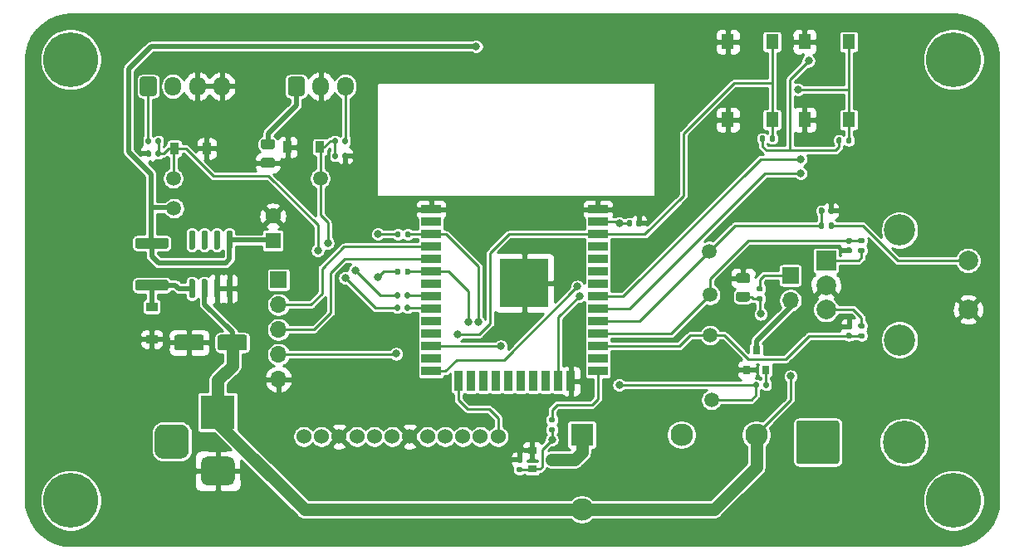
<source format=gbr>
%TF.GenerationSoftware,KiCad,Pcbnew,(5.1.10-1-10_14)*%
%TF.CreationDate,2022-08-23T11:44:09+02:00*%
%TF.ProjectId,RO Flow Counter,524f2046-6c6f-4772-9043-6f756e746572,rev?*%
%TF.SameCoordinates,Original*%
%TF.FileFunction,Copper,L2,Bot*%
%TF.FilePolarity,Positive*%
%FSLAX46Y46*%
G04 Gerber Fmt 4.6, Leading zero omitted, Abs format (unit mm)*
G04 Created by KiCad (PCBNEW (5.1.10-1-10_14)) date 2022-08-23 11:44:09*
%MOMM*%
%LPD*%
G01*
G04 APERTURE LIST*
%TA.AperFunction,ComponentPad*%
%ADD10C,1.524000*%
%TD*%
%TA.AperFunction,ComponentPad*%
%ADD11C,4.400000*%
%TD*%
%TA.AperFunction,ComponentPad*%
%ADD12O,1.700000X1.700000*%
%TD*%
%TA.AperFunction,ComponentPad*%
%ADD13R,1.700000X1.700000*%
%TD*%
%TA.AperFunction,SMDPad,CuDef*%
%ADD14R,1.300000X1.550000*%
%TD*%
%TA.AperFunction,SMDPad,CuDef*%
%ADD15C,1.500000*%
%TD*%
%TA.AperFunction,SMDPad,CuDef*%
%ADD16R,0.900000X1.200000*%
%TD*%
%TA.AperFunction,SMDPad,CuDef*%
%ADD17R,2.000000X0.900000*%
%TD*%
%TA.AperFunction,SMDPad,CuDef*%
%ADD18R,0.900000X2.000000*%
%TD*%
%TA.AperFunction,SMDPad,CuDef*%
%ADD19R,5.000000X5.000000*%
%TD*%
%TA.AperFunction,ComponentPad*%
%ADD20O,1.700000X1.950000*%
%TD*%
%TA.AperFunction,SMDPad,CuDef*%
%ADD21R,0.800000X0.900000*%
%TD*%
%TA.AperFunction,ComponentPad*%
%ADD22R,3.500000X3.500000*%
%TD*%
%TA.AperFunction,SMDPad,CuDef*%
%ADD23R,0.900000X0.800000*%
%TD*%
%TA.AperFunction,ComponentPad*%
%ADD24C,2.300000*%
%TD*%
%TA.AperFunction,ComponentPad*%
%ADD25R,2.300000X2.300000*%
%TD*%
%TA.AperFunction,ComponentPad*%
%ADD26R,2.000000X2.000000*%
%TD*%
%TA.AperFunction,ComponentPad*%
%ADD27C,2.000000*%
%TD*%
%TA.AperFunction,ComponentPad*%
%ADD28C,3.200000*%
%TD*%
%TA.AperFunction,ComponentPad*%
%ADD29C,5.600000*%
%TD*%
%TA.AperFunction,SMDPad,CuDef*%
%ADD30R,1.200000X0.900000*%
%TD*%
%TA.AperFunction,ComponentPad*%
%ADD31C,1.600000*%
%TD*%
%TA.AperFunction,ComponentPad*%
%ADD32R,1.600000X1.600000*%
%TD*%
%TA.AperFunction,ViaPad*%
%ADD33C,0.800000*%
%TD*%
%TA.AperFunction,Conductor*%
%ADD34C,1.270000*%
%TD*%
%TA.AperFunction,Conductor*%
%ADD35C,0.508000*%
%TD*%
%TA.AperFunction,Conductor*%
%ADD36C,0.254000*%
%TD*%
%TA.AperFunction,Conductor*%
%ADD37C,0.250000*%
%TD*%
%TA.AperFunction,Conductor*%
%ADD38C,0.100000*%
%TD*%
G04 APERTURE END LIST*
D10*
%TO.P,J2,12*%
%TO.N,Net-(C3-Pad1)*%
X152765800Y-98475800D03*
%TO.P,J2,11*%
%TO.N,Net-(C3-Pad2)*%
X154565800Y-98475800D03*
%TO.P,J2,10*%
%TO.N,GND*%
X156365800Y-98475800D03*
%TO.P,J2,9*%
%TO.N,Net-(J2-Pad9)*%
X158165800Y-98475800D03*
%TO.P,J2,8*%
%TO.N,N/C*%
X159965800Y-98475800D03*
%TO.P,J2,7*%
%TO.N,+3V3*%
X161765800Y-98475800D03*
%TO.P,J2,6*%
%TO.N,GND*%
X163565800Y-98475800D03*
%TO.P,J2,5*%
%TO.N,/display/SDA*%
X165365800Y-98475800D03*
%TO.P,J2,4*%
%TO.N,/display/SCL*%
X167165800Y-98475800D03*
%TO.P,J2,3*%
%TO.N,N/C*%
X168965800Y-98475800D03*
%TO.P,J2,2*%
X170765800Y-98475800D03*
%TO.P,J2,1*%
%TO.N,/display/RESET_DISPLAY*%
X172565800Y-98475800D03*
%TD*%
D11*
%TO.P,J7,2*%
%TO.N,Net-(F1-Pad1)*%
X213955800Y-99060000D03*
%TO.P,J7,1*%
%TO.N,Net-(J7-Pad1)*%
%TA.AperFunction,ComponentPad*%
G36*
G01*
X202955800Y-101010001D02*
X202955800Y-97109999D01*
G75*
G02*
X203205799Y-96860000I249999J0D01*
G01*
X207105801Y-96860000D01*
G75*
G02*
X207355800Y-97109999I0J-249999D01*
G01*
X207355800Y-101010001D01*
G75*
G02*
X207105801Y-101260000I-249999J0D01*
G01*
X203205799Y-101260000D01*
G75*
G02*
X202955800Y-101010001I0J249999D01*
G01*
G37*
%TD.AperFunction*%
%TD*%
D12*
%TO.P,J1,2*%
%TO.N,Net-(J1-Pad2)*%
X202374500Y-84582000D03*
D13*
%TO.P,J1,1*%
%TO.N,Net-(J1-Pad1)*%
X202374500Y-82042000D03*
%TD*%
%TO.P,C1,2*%
%TO.N,+24V*%
%TA.AperFunction,SMDPad,CuDef*%
G36*
G01*
X197060800Y-83711200D02*
X198010800Y-83711200D01*
G75*
G02*
X198260800Y-83961200I0J-250000D01*
G01*
X198260800Y-84461200D01*
G75*
G02*
X198010800Y-84711200I-250000J0D01*
G01*
X197060800Y-84711200D01*
G75*
G02*
X196810800Y-84461200I0J250000D01*
G01*
X196810800Y-83961200D01*
G75*
G02*
X197060800Y-83711200I250000J0D01*
G01*
G37*
%TD.AperFunction*%
%TO.P,C1,1*%
%TO.N,GND*%
%TA.AperFunction,SMDPad,CuDef*%
G36*
G01*
X197060800Y-81811200D02*
X198010800Y-81811200D01*
G75*
G02*
X198260800Y-82061200I0J-250000D01*
G01*
X198260800Y-82561200D01*
G75*
G02*
X198010800Y-82811200I-250000J0D01*
G01*
X197060800Y-82811200D01*
G75*
G02*
X196810800Y-82561200I0J250000D01*
G01*
X196810800Y-82061200D01*
G75*
G02*
X197060800Y-81811200I250000J0D01*
G01*
G37*
%TD.AperFunction*%
%TD*%
D14*
%TO.P,SW4,2*%
%TO.N,GND*%
X203807500Y-58191500D03*
%TO.P,SW4,1*%
%TO.N,Net-(R14-Pad2)*%
X208307500Y-58191500D03*
X208307500Y-66141500D03*
%TO.P,SW4,2*%
%TO.N,GND*%
X203807500Y-66141500D03*
%TD*%
%TO.P,SW3,2*%
%TO.N,/mcu/reset*%
X200497000Y-66141500D03*
%TO.P,SW3,1*%
%TO.N,GND*%
X195997000Y-66141500D03*
X195997000Y-58191500D03*
%TO.P,SW3,2*%
%TO.N,/mcu/reset*%
X200497000Y-58191500D03*
%TD*%
%TO.P,R22,2*%
%TO.N,/display/SCL*%
%TA.AperFunction,SMDPad,CuDef*%
G36*
G01*
X163104800Y-78036000D02*
X163104800Y-77666000D01*
G75*
G02*
X163239800Y-77531000I135000J0D01*
G01*
X163509800Y-77531000D01*
G75*
G02*
X163644800Y-77666000I0J-135000D01*
G01*
X163644800Y-78036000D01*
G75*
G02*
X163509800Y-78171000I-135000J0D01*
G01*
X163239800Y-78171000D01*
G75*
G02*
X163104800Y-78036000I0J135000D01*
G01*
G37*
%TD.AperFunction*%
%TO.P,R22,1*%
%TO.N,+3V3*%
%TA.AperFunction,SMDPad,CuDef*%
G36*
G01*
X162084800Y-78036000D02*
X162084800Y-77666000D01*
G75*
G02*
X162219800Y-77531000I135000J0D01*
G01*
X162489800Y-77531000D01*
G75*
G02*
X162624800Y-77666000I0J-135000D01*
G01*
X162624800Y-78036000D01*
G75*
G02*
X162489800Y-78171000I-135000J0D01*
G01*
X162219800Y-78171000D01*
G75*
G02*
X162084800Y-78036000I0J135000D01*
G01*
G37*
%TD.AperFunction*%
%TD*%
%TO.P,R21,2*%
%TO.N,/display/SDA*%
%TA.AperFunction,SMDPad,CuDef*%
G36*
G01*
X163079400Y-81846000D02*
X163079400Y-81476000D01*
G75*
G02*
X163214400Y-81341000I135000J0D01*
G01*
X163484400Y-81341000D01*
G75*
G02*
X163619400Y-81476000I0J-135000D01*
G01*
X163619400Y-81846000D01*
G75*
G02*
X163484400Y-81981000I-135000J0D01*
G01*
X163214400Y-81981000D01*
G75*
G02*
X163079400Y-81846000I0J135000D01*
G01*
G37*
%TD.AperFunction*%
%TO.P,R21,1*%
%TO.N,+3V3*%
%TA.AperFunction,SMDPad,CuDef*%
G36*
G01*
X162059400Y-81846000D02*
X162059400Y-81476000D01*
G75*
G02*
X162194400Y-81341000I135000J0D01*
G01*
X162464400Y-81341000D01*
G75*
G02*
X162599400Y-81476000I0J-135000D01*
G01*
X162599400Y-81846000D01*
G75*
G02*
X162464400Y-81981000I-135000J0D01*
G01*
X162194400Y-81981000D01*
G75*
G02*
X162059400Y-81846000I0J135000D01*
G01*
G37*
%TD.AperFunction*%
%TD*%
D12*
%TO.P,J8,5*%
%TO.N,GND*%
X150177500Y-92646500D03*
%TO.P,J8,4*%
%TO.N,/mcu/reset*%
X150177500Y-90106500D03*
%TO.P,J8,3*%
%TO.N,/mcu/RX*%
X150177500Y-87566500D03*
%TO.P,J8,2*%
%TO.N,/mcu/TX*%
X150177500Y-85026500D03*
D13*
%TO.P,J8,1*%
%TO.N,+3V3*%
X150177500Y-82486500D03*
%TD*%
%TO.P,R20,2*%
%TO.N,Net-(Q3-Pad1)*%
%TA.AperFunction,SMDPad,CuDef*%
G36*
G01*
X174567000Y-101586000D02*
X174937000Y-101586000D01*
G75*
G02*
X175072000Y-101721000I0J-135000D01*
G01*
X175072000Y-101991000D01*
G75*
G02*
X174937000Y-102126000I-135000J0D01*
G01*
X174567000Y-102126000D01*
G75*
G02*
X174432000Y-101991000I0J135000D01*
G01*
X174432000Y-101721000D01*
G75*
G02*
X174567000Y-101586000I135000J0D01*
G01*
G37*
%TD.AperFunction*%
%TO.P,R20,1*%
%TO.N,GND*%
%TA.AperFunction,SMDPad,CuDef*%
G36*
G01*
X174567000Y-100566000D02*
X174937000Y-100566000D01*
G75*
G02*
X175072000Y-100701000I0J-135000D01*
G01*
X175072000Y-100971000D01*
G75*
G02*
X174937000Y-101106000I-135000J0D01*
G01*
X174567000Y-101106000D01*
G75*
G02*
X174432000Y-100971000I0J135000D01*
G01*
X174432000Y-100701000D01*
G75*
G02*
X174567000Y-100566000I135000J0D01*
G01*
G37*
%TD.AperFunction*%
%TD*%
D15*
%TO.P,TP9,1*%
%TO.N,Net-(D4-Pad1)*%
X154432000Y-72136000D03*
%TD*%
%TO.P,TP7,1*%
%TO.N,Net-(D5-Pad1)*%
X139446000Y-72136000D03*
%TD*%
%TO.P,R19,2*%
%TO.N,GND*%
%TA.AperFunction,SMDPad,CuDef*%
G36*
G01*
X156704000Y-70035000D02*
X156704000Y-69665000D01*
G75*
G02*
X156839000Y-69530000I135000J0D01*
G01*
X157109000Y-69530000D01*
G75*
G02*
X157244000Y-69665000I0J-135000D01*
G01*
X157244000Y-70035000D01*
G75*
G02*
X157109000Y-70170000I-135000J0D01*
G01*
X156839000Y-70170000D01*
G75*
G02*
X156704000Y-70035000I0J135000D01*
G01*
G37*
%TD.AperFunction*%
%TO.P,R19,1*%
%TO.N,Net-(D4-Pad1)*%
%TA.AperFunction,SMDPad,CuDef*%
G36*
G01*
X155684000Y-70035000D02*
X155684000Y-69665000D01*
G75*
G02*
X155819000Y-69530000I135000J0D01*
G01*
X156089000Y-69530000D01*
G75*
G02*
X156224000Y-69665000I0J-135000D01*
G01*
X156224000Y-70035000D01*
G75*
G02*
X156089000Y-70170000I-135000J0D01*
G01*
X155819000Y-70170000D01*
G75*
G02*
X155684000Y-70035000I0J135000D01*
G01*
G37*
%TD.AperFunction*%
%TD*%
%TO.P,R18,2*%
%TO.N,GND*%
%TA.AperFunction,SMDPad,CuDef*%
G36*
G01*
X137174000Y-69411000D02*
X137174000Y-69781000D01*
G75*
G02*
X137039000Y-69916000I-135000J0D01*
G01*
X136769000Y-69916000D01*
G75*
G02*
X136634000Y-69781000I0J135000D01*
G01*
X136634000Y-69411000D01*
G75*
G02*
X136769000Y-69276000I135000J0D01*
G01*
X137039000Y-69276000D01*
G75*
G02*
X137174000Y-69411000I0J-135000D01*
G01*
G37*
%TD.AperFunction*%
%TO.P,R18,1*%
%TO.N,Net-(D5-Pad1)*%
%TA.AperFunction,SMDPad,CuDef*%
G36*
G01*
X138194000Y-69411000D02*
X138194000Y-69781000D01*
G75*
G02*
X138059000Y-69916000I-135000J0D01*
G01*
X137789000Y-69916000D01*
G75*
G02*
X137654000Y-69781000I0J135000D01*
G01*
X137654000Y-69411000D01*
G75*
G02*
X137789000Y-69276000I135000J0D01*
G01*
X138059000Y-69276000D01*
G75*
G02*
X138194000Y-69411000I0J-135000D01*
G01*
G37*
%TD.AperFunction*%
%TD*%
%TO.P,R17,2*%
%TO.N,Net-(D4-Pad1)*%
%TA.AperFunction,SMDPad,CuDef*%
G36*
G01*
X162574000Y-83889000D02*
X162574000Y-84259000D01*
G75*
G02*
X162439000Y-84394000I-135000J0D01*
G01*
X162169000Y-84394000D01*
G75*
G02*
X162034000Y-84259000I0J135000D01*
G01*
X162034000Y-83889000D01*
G75*
G02*
X162169000Y-83754000I135000J0D01*
G01*
X162439000Y-83754000D01*
G75*
G02*
X162574000Y-83889000I0J-135000D01*
G01*
G37*
%TD.AperFunction*%
%TO.P,R17,1*%
%TO.N,/mcu/FLOW_IN*%
%TA.AperFunction,SMDPad,CuDef*%
G36*
G01*
X163594000Y-83889000D02*
X163594000Y-84259000D01*
G75*
G02*
X163459000Y-84394000I-135000J0D01*
G01*
X163189000Y-84394000D01*
G75*
G02*
X163054000Y-84259000I0J135000D01*
G01*
X163054000Y-83889000D01*
G75*
G02*
X163189000Y-83754000I135000J0D01*
G01*
X163459000Y-83754000D01*
G75*
G02*
X163594000Y-83889000I0J-135000D01*
G01*
G37*
%TD.AperFunction*%
%TD*%
%TO.P,R16,2*%
%TO.N,Net-(D5-Pad1)*%
%TA.AperFunction,SMDPad,CuDef*%
G36*
G01*
X162574000Y-85159000D02*
X162574000Y-85529000D01*
G75*
G02*
X162439000Y-85664000I-135000J0D01*
G01*
X162169000Y-85664000D01*
G75*
G02*
X162034000Y-85529000I0J135000D01*
G01*
X162034000Y-85159000D01*
G75*
G02*
X162169000Y-85024000I135000J0D01*
G01*
X162439000Y-85024000D01*
G75*
G02*
X162574000Y-85159000I0J-135000D01*
G01*
G37*
%TD.AperFunction*%
%TO.P,R16,1*%
%TO.N,/mcu/LEVEL_IN*%
%TA.AperFunction,SMDPad,CuDef*%
G36*
G01*
X163594000Y-85159000D02*
X163594000Y-85529000D01*
G75*
G02*
X163459000Y-85664000I-135000J0D01*
G01*
X163189000Y-85664000D01*
G75*
G02*
X163054000Y-85529000I0J135000D01*
G01*
X163054000Y-85159000D01*
G75*
G02*
X163189000Y-85024000I135000J0D01*
G01*
X163459000Y-85024000D01*
G75*
G02*
X163594000Y-85159000I0J-135000D01*
G01*
G37*
%TD.AperFunction*%
%TD*%
%TO.P,R15,2*%
%TO.N,Net-(D4-Pad1)*%
%TA.AperFunction,SMDPad,CuDef*%
G36*
G01*
X156224000Y-68141000D02*
X156224000Y-68511000D01*
G75*
G02*
X156089000Y-68646000I-135000J0D01*
G01*
X155819000Y-68646000D01*
G75*
G02*
X155684000Y-68511000I0J135000D01*
G01*
X155684000Y-68141000D01*
G75*
G02*
X155819000Y-68006000I135000J0D01*
G01*
X156089000Y-68006000D01*
G75*
G02*
X156224000Y-68141000I0J-135000D01*
G01*
G37*
%TD.AperFunction*%
%TO.P,R15,1*%
%TO.N,Net-(J5-Pad3)*%
%TA.AperFunction,SMDPad,CuDef*%
G36*
G01*
X157244000Y-68141000D02*
X157244000Y-68511000D01*
G75*
G02*
X157109000Y-68646000I-135000J0D01*
G01*
X156839000Y-68646000D01*
G75*
G02*
X156704000Y-68511000I0J135000D01*
G01*
X156704000Y-68141000D01*
G75*
G02*
X156839000Y-68006000I135000J0D01*
G01*
X157109000Y-68006000D01*
G75*
G02*
X157244000Y-68141000I0J-135000D01*
G01*
G37*
%TD.AperFunction*%
%TD*%
%TO.P,R8,2*%
%TO.N,Net-(D5-Pad1)*%
%TA.AperFunction,SMDPad,CuDef*%
G36*
G01*
X137652000Y-68511000D02*
X137652000Y-68141000D01*
G75*
G02*
X137787000Y-68006000I135000J0D01*
G01*
X138057000Y-68006000D01*
G75*
G02*
X138192000Y-68141000I0J-135000D01*
G01*
X138192000Y-68511000D01*
G75*
G02*
X138057000Y-68646000I-135000J0D01*
G01*
X137787000Y-68646000D01*
G75*
G02*
X137652000Y-68511000I0J135000D01*
G01*
G37*
%TD.AperFunction*%
%TO.P,R8,1*%
%TO.N,Net-(J6-Pad1)*%
%TA.AperFunction,SMDPad,CuDef*%
G36*
G01*
X136632000Y-68511000D02*
X136632000Y-68141000D01*
G75*
G02*
X136767000Y-68006000I135000J0D01*
G01*
X137037000Y-68006000D01*
G75*
G02*
X137172000Y-68141000I0J-135000D01*
G01*
X137172000Y-68511000D01*
G75*
G02*
X137037000Y-68646000I-135000J0D01*
G01*
X136767000Y-68646000D01*
G75*
G02*
X136632000Y-68511000I0J135000D01*
G01*
G37*
%TD.AperFunction*%
%TD*%
D16*
%TO.P,D5,2*%
%TO.N,GND*%
X142874000Y-69088000D03*
%TO.P,D5,1*%
%TO.N,Net-(D5-Pad1)*%
X139574000Y-69088000D03*
%TD*%
D17*
%TO.P,U2,38*%
%TO.N,GND*%
X165744000Y-75311000D03*
%TO.P,U2,37*%
%TO.N,N/C*%
X165744000Y-76581000D03*
%TO.P,U2,36*%
%TO.N,/display/SCL*%
X165744000Y-77851000D03*
%TO.P,U2,35*%
%TO.N,/mcu/TX*%
X165744000Y-79121000D03*
%TO.P,U2,34*%
%TO.N,/mcu/RX*%
X165744000Y-80391000D03*
%TO.P,U2,33*%
%TO.N,/display/SDA*%
X165744000Y-81661000D03*
%TO.P,U2,32*%
%TO.N,N/C*%
X165744000Y-82931000D03*
%TO.P,U2,31*%
%TO.N,/mcu/FLOW_IN*%
X165744000Y-84201000D03*
%TO.P,U2,30*%
%TO.N,/mcu/LEVEL_IN*%
X165744000Y-85471000D03*
%TO.P,U2,29*%
%TO.N,N/C*%
X165744000Y-86741000D03*
%TO.P,U2,28*%
X165744000Y-88011000D03*
%TO.P,U2,27*%
%TO.N,/display/BACKLIGHT_LCD*%
X165744000Y-89281000D03*
%TO.P,U2,26*%
%TO.N,N/C*%
X165744000Y-90551000D03*
%TO.P,U2,25*%
%TO.N,Net-(R14-Pad2)*%
X165744000Y-91821000D03*
D18*
%TO.P,U2,24*%
%TO.N,/display/RESET_DISPLAY*%
X168529000Y-92821000D03*
%TO.P,U2,23*%
%TO.N,N/C*%
X169799000Y-92821000D03*
%TO.P,U2,22*%
X171069000Y-92821000D03*
%TO.P,U2,21*%
X172339000Y-92821000D03*
%TO.P,U2,20*%
X173609000Y-92821000D03*
%TO.P,U2,19*%
X174879000Y-92821000D03*
%TO.P,U2,18*%
X176149000Y-92821000D03*
%TO.P,U2,17*%
X177419000Y-92821000D03*
%TO.P,U2,16*%
%TO.N,/mcu/LED_WIFI*%
X178689000Y-92821000D03*
%TO.P,U2,15*%
%TO.N,GND*%
X179959000Y-92821000D03*
D17*
%TO.P,U2,14*%
%TO.N,/mcu/RELAY_OUT*%
X182744000Y-91821000D03*
%TO.P,U2,13*%
%TO.N,N/C*%
X182744000Y-90551000D03*
%TO.P,U2,12*%
%TO.N,/mcu/RE_B*%
X182744000Y-89281000D03*
%TO.P,U2,11*%
%TO.N,/mcu/RE_A*%
X182744000Y-88011000D03*
%TO.P,U2,10*%
%TO.N,/mcu/SW_PRESS*%
X182744000Y-86741000D03*
%TO.P,U2,9*%
%TO.N,/mcu/NORMAL_OPERATION_OUT*%
X182744000Y-85471000D03*
%TO.P,U2,8*%
%TO.N,/mcu/ERROR_OUT*%
X182744000Y-84201000D03*
%TO.P,U2,7*%
%TO.N,N/C*%
X182744000Y-82931000D03*
%TO.P,U2,6*%
X182744000Y-81661000D03*
%TO.P,U2,5*%
X182744000Y-80391000D03*
%TO.P,U2,4*%
X182744000Y-79121000D03*
%TO.P,U2,3*%
%TO.N,/mcu/reset*%
X182744000Y-77851000D03*
%TO.P,U2,2*%
%TO.N,+3V3*%
X182744000Y-76581000D03*
%TO.P,U2,1*%
%TO.N,GND*%
X182744000Y-75311000D03*
D19*
%TO.P,U2,39*%
X175244000Y-82811000D03*
%TD*%
%TO.P,R14,2*%
%TO.N,Net-(R14-Pad2)*%
%TA.AperFunction,SMDPad,CuDef*%
G36*
G01*
X208073500Y-68447500D02*
X208073500Y-68077500D01*
G75*
G02*
X208208500Y-67942500I135000J0D01*
G01*
X208478500Y-67942500D01*
G75*
G02*
X208613500Y-68077500I0J-135000D01*
G01*
X208613500Y-68447500D01*
G75*
G02*
X208478500Y-68582500I-135000J0D01*
G01*
X208208500Y-68582500D01*
G75*
G02*
X208073500Y-68447500I0J135000D01*
G01*
G37*
%TD.AperFunction*%
%TO.P,R14,1*%
%TO.N,+3V3*%
%TA.AperFunction,SMDPad,CuDef*%
G36*
G01*
X207053500Y-68447500D02*
X207053500Y-68077500D01*
G75*
G02*
X207188500Y-67942500I135000J0D01*
G01*
X207458500Y-67942500D01*
G75*
G02*
X207593500Y-68077500I0J-135000D01*
G01*
X207593500Y-68447500D01*
G75*
G02*
X207458500Y-68582500I-135000J0D01*
G01*
X207188500Y-68582500D01*
G75*
G02*
X207053500Y-68447500I0J135000D01*
G01*
G37*
%TD.AperFunction*%
%TD*%
%TO.P,R13,2*%
%TO.N,/mcu/reset*%
%TA.AperFunction,SMDPad,CuDef*%
G36*
G01*
X200265000Y-68257000D02*
X200265000Y-67887000D01*
G75*
G02*
X200400000Y-67752000I135000J0D01*
G01*
X200670000Y-67752000D01*
G75*
G02*
X200805000Y-67887000I0J-135000D01*
G01*
X200805000Y-68257000D01*
G75*
G02*
X200670000Y-68392000I-135000J0D01*
G01*
X200400000Y-68392000D01*
G75*
G02*
X200265000Y-68257000I0J135000D01*
G01*
G37*
%TD.AperFunction*%
%TO.P,R13,1*%
%TO.N,+3V3*%
%TA.AperFunction,SMDPad,CuDef*%
G36*
G01*
X199245000Y-68257000D02*
X199245000Y-67887000D01*
G75*
G02*
X199380000Y-67752000I135000J0D01*
G01*
X199650000Y-67752000D01*
G75*
G02*
X199785000Y-67887000I0J-135000D01*
G01*
X199785000Y-68257000D01*
G75*
G02*
X199650000Y-68392000I-135000J0D01*
G01*
X199380000Y-68392000D01*
G75*
G02*
X199245000Y-68257000I0J135000D01*
G01*
G37*
%TD.AperFunction*%
%TD*%
D20*
%TO.P,J6,4*%
%TO.N,GND*%
X144406000Y-62738000D03*
%TO.P,J6,3*%
X141906000Y-62738000D03*
%TO.P,J6,2*%
%TO.N,+24V*%
X139406000Y-62738000D03*
%TO.P,J6,1*%
%TO.N,Net-(J6-Pad1)*%
%TA.AperFunction,ComponentPad*%
G36*
G01*
X136056000Y-63463000D02*
X136056000Y-62013000D01*
G75*
G02*
X136306000Y-61763000I250000J0D01*
G01*
X137506000Y-61763000D01*
G75*
G02*
X137756000Y-62013000I0J-250000D01*
G01*
X137756000Y-63463000D01*
G75*
G02*
X137506000Y-63713000I-250000J0D01*
G01*
X136306000Y-63713000D01*
G75*
G02*
X136056000Y-63463000I0J250000D01*
G01*
G37*
%TD.AperFunction*%
%TD*%
%TO.P,J5,3*%
%TO.N,Net-(J5-Pad3)*%
X157000000Y-62738000D03*
%TO.P,J5,2*%
%TO.N,GND*%
X154500000Y-62738000D03*
%TO.P,J5,1*%
%TO.N,+24V*%
%TA.AperFunction,ComponentPad*%
G36*
G01*
X151150000Y-63463000D02*
X151150000Y-62013000D01*
G75*
G02*
X151400000Y-61763000I250000J0D01*
G01*
X152600000Y-61763000D01*
G75*
G02*
X152850000Y-62013000I0J-250000D01*
G01*
X152850000Y-63463000D01*
G75*
G02*
X152600000Y-63713000I-250000J0D01*
G01*
X151400000Y-63713000D01*
G75*
G02*
X151150000Y-63463000I0J250000D01*
G01*
G37*
%TD.AperFunction*%
%TD*%
%TO.P,C19,2*%
%TO.N,GND*%
%TA.AperFunction,SMDPad,CuDef*%
G36*
G01*
X186636000Y-76878000D02*
X186636000Y-76538000D01*
G75*
G02*
X186776000Y-76398000I140000J0D01*
G01*
X187056000Y-76398000D01*
G75*
G02*
X187196000Y-76538000I0J-140000D01*
G01*
X187196000Y-76878000D01*
G75*
G02*
X187056000Y-77018000I-140000J0D01*
G01*
X186776000Y-77018000D01*
G75*
G02*
X186636000Y-76878000I0J140000D01*
G01*
G37*
%TD.AperFunction*%
%TO.P,C19,1*%
%TO.N,+3V3*%
%TA.AperFunction,SMDPad,CuDef*%
G36*
G01*
X185676000Y-76878000D02*
X185676000Y-76538000D01*
G75*
G02*
X185816000Y-76398000I140000J0D01*
G01*
X186096000Y-76398000D01*
G75*
G02*
X186236000Y-76538000I0J-140000D01*
G01*
X186236000Y-76878000D01*
G75*
G02*
X186096000Y-77018000I-140000J0D01*
G01*
X185816000Y-77018000D01*
G75*
G02*
X185676000Y-76878000I0J140000D01*
G01*
G37*
%TD.AperFunction*%
%TD*%
D15*
%TO.P,TP12,1*%
%TO.N,/display/BACKLIGHT_LCD*%
X194310000Y-94742000D03*
%TD*%
%TO.P,R12,2*%
%TO.N,/display/BACKLIGHT_LCD*%
%TA.AperFunction,SMDPad,CuDef*%
G36*
G01*
X199148001Y-93033000D02*
X199148001Y-93403000D01*
G75*
G02*
X199013001Y-93538000I-135000J0D01*
G01*
X198743001Y-93538000D01*
G75*
G02*
X198608001Y-93403000I0J135000D01*
G01*
X198608001Y-93033000D01*
G75*
G02*
X198743001Y-92898000I135000J0D01*
G01*
X199013001Y-92898000D01*
G75*
G02*
X199148001Y-93033000I0J-135000D01*
G01*
G37*
%TD.AperFunction*%
%TO.P,R12,1*%
%TO.N,Net-(Q4-Pad1)*%
%TA.AperFunction,SMDPad,CuDef*%
G36*
G01*
X200168001Y-93033000D02*
X200168001Y-93403000D01*
G75*
G02*
X200033001Y-93538000I-135000J0D01*
G01*
X199763001Y-93538000D01*
G75*
G02*
X199628001Y-93403000I0J135000D01*
G01*
X199628001Y-93033000D01*
G75*
G02*
X199763001Y-92898000I135000J0D01*
G01*
X200033001Y-92898000D01*
G75*
G02*
X200168001Y-93033000I0J-135000D01*
G01*
G37*
%TD.AperFunction*%
%TD*%
D21*
%TO.P,Q4,3*%
%TO.N,Net-(J1-Pad2)*%
X198882000Y-89678000D03*
%TO.P,Q4,2*%
%TO.N,GND*%
X197932000Y-91678000D03*
%TO.P,Q4,1*%
%TO.N,Net-(Q4-Pad1)*%
X199832000Y-91678000D03*
%TD*%
D15*
%TO.P,TP5,1*%
%TO.N,/mcu/RE_B*%
X194183000Y-88138000D03*
%TD*%
%TO.P,TP3,1*%
%TO.N,/mcu/RE_A*%
X194183000Y-84010500D03*
%TD*%
%TO.P,TP2,1*%
%TO.N,/mcu/SW_PRESS*%
X194119500Y-79565500D03*
%TD*%
%TO.P,R11,2*%
%TO.N,Net-(R11-Pad2)*%
%TA.AperFunction,SMDPad,CuDef*%
G36*
G01*
X206295500Y-77147000D02*
X206295500Y-76777000D01*
G75*
G02*
X206430500Y-76642000I135000J0D01*
G01*
X206700500Y-76642000D01*
G75*
G02*
X206835500Y-76777000I0J-135000D01*
G01*
X206835500Y-77147000D01*
G75*
G02*
X206700500Y-77282000I-135000J0D01*
G01*
X206430500Y-77282000D01*
G75*
G02*
X206295500Y-77147000I0J135000D01*
G01*
G37*
%TD.AperFunction*%
%TO.P,R11,1*%
%TO.N,/mcu/SW_PRESS*%
%TA.AperFunction,SMDPad,CuDef*%
G36*
G01*
X205275500Y-77147000D02*
X205275500Y-76777000D01*
G75*
G02*
X205410500Y-76642000I135000J0D01*
G01*
X205680500Y-76642000D01*
G75*
G02*
X205815500Y-76777000I0J-135000D01*
G01*
X205815500Y-77147000D01*
G75*
G02*
X205680500Y-77282000I-135000J0D01*
G01*
X205410500Y-77282000D01*
G75*
G02*
X205275500Y-77147000I0J135000D01*
G01*
G37*
%TD.AperFunction*%
%TD*%
%TO.P,R10,2*%
%TO.N,/mcu/RE_B*%
%TA.AperFunction,SMDPad,CuDef*%
G36*
G01*
X209428500Y-87935499D02*
X209798500Y-87935499D01*
G75*
G02*
X209933500Y-88070499I0J-135000D01*
G01*
X209933500Y-88340499D01*
G75*
G02*
X209798500Y-88475499I-135000J0D01*
G01*
X209428500Y-88475499D01*
G75*
G02*
X209293500Y-88340499I0J135000D01*
G01*
X209293500Y-88070499D01*
G75*
G02*
X209428500Y-87935499I135000J0D01*
G01*
G37*
%TD.AperFunction*%
%TO.P,R10,1*%
%TO.N,Net-(R10-Pad1)*%
%TA.AperFunction,SMDPad,CuDef*%
G36*
G01*
X209428500Y-86915499D02*
X209798500Y-86915499D01*
G75*
G02*
X209933500Y-87050499I0J-135000D01*
G01*
X209933500Y-87320499D01*
G75*
G02*
X209798500Y-87455499I-135000J0D01*
G01*
X209428500Y-87455499D01*
G75*
G02*
X209293500Y-87320499I0J135000D01*
G01*
X209293500Y-87050499D01*
G75*
G02*
X209428500Y-86915499I135000J0D01*
G01*
G37*
%TD.AperFunction*%
%TD*%
%TO.P,R9,2*%
%TO.N,/mcu/RE_A*%
%TA.AperFunction,SMDPad,CuDef*%
G36*
G01*
X209798500Y-78754000D02*
X209428500Y-78754000D01*
G75*
G02*
X209293500Y-78619000I0J135000D01*
G01*
X209293500Y-78349000D01*
G75*
G02*
X209428500Y-78214000I135000J0D01*
G01*
X209798500Y-78214000D01*
G75*
G02*
X209933500Y-78349000I0J-135000D01*
G01*
X209933500Y-78619000D01*
G75*
G02*
X209798500Y-78754000I-135000J0D01*
G01*
G37*
%TD.AperFunction*%
%TO.P,R9,1*%
%TO.N,Net-(R9-Pad1)*%
%TA.AperFunction,SMDPad,CuDef*%
G36*
G01*
X209798500Y-79774000D02*
X209428500Y-79774000D01*
G75*
G02*
X209293500Y-79639000I0J135000D01*
G01*
X209293500Y-79369000D01*
G75*
G02*
X209428500Y-79234000I135000J0D01*
G01*
X209798500Y-79234000D01*
G75*
G02*
X209933500Y-79369000I0J-135000D01*
G01*
X209933500Y-79639000D01*
G75*
G02*
X209798500Y-79774000I-135000J0D01*
G01*
G37*
%TD.AperFunction*%
%TD*%
D16*
%TO.P,D4,2*%
%TO.N,GND*%
X151107274Y-68937274D03*
%TO.P,D4,1*%
%TO.N,Net-(D4-Pad1)*%
X154407274Y-68937274D03*
%TD*%
%TO.P,C18,2*%
%TO.N,GND*%
%TA.AperFunction,SMDPad,CuDef*%
G36*
G01*
X208513500Y-87521500D02*
X208173500Y-87521500D01*
G75*
G02*
X208033500Y-87381500I0J140000D01*
G01*
X208033500Y-87101500D01*
G75*
G02*
X208173500Y-86961500I140000J0D01*
G01*
X208513500Y-86961500D01*
G75*
G02*
X208653500Y-87101500I0J-140000D01*
G01*
X208653500Y-87381500D01*
G75*
G02*
X208513500Y-87521500I-140000J0D01*
G01*
G37*
%TD.AperFunction*%
%TO.P,C18,1*%
%TO.N,/mcu/RE_B*%
%TA.AperFunction,SMDPad,CuDef*%
G36*
G01*
X208513500Y-88481500D02*
X208173500Y-88481500D01*
G75*
G02*
X208033500Y-88341500I0J140000D01*
G01*
X208033500Y-88061500D01*
G75*
G02*
X208173500Y-87921500I140000J0D01*
G01*
X208513500Y-87921500D01*
G75*
G02*
X208653500Y-88061500I0J-140000D01*
G01*
X208653500Y-88341500D01*
G75*
G02*
X208513500Y-88481500I-140000J0D01*
G01*
G37*
%TD.AperFunction*%
%TD*%
%TO.P,C17,1*%
%TO.N,/mcu/RE_A*%
%TA.AperFunction,SMDPad,CuDef*%
G36*
G01*
X208173499Y-78234000D02*
X208513499Y-78234000D01*
G75*
G02*
X208653499Y-78374000I0J-140000D01*
G01*
X208653499Y-78654000D01*
G75*
G02*
X208513499Y-78794000I-140000J0D01*
G01*
X208173499Y-78794000D01*
G75*
G02*
X208033499Y-78654000I0J140000D01*
G01*
X208033499Y-78374000D01*
G75*
G02*
X208173499Y-78234000I140000J0D01*
G01*
G37*
%TD.AperFunction*%
%TO.P,C17,2*%
%TO.N,GND*%
%TA.AperFunction,SMDPad,CuDef*%
G36*
G01*
X208173499Y-79194000D02*
X208513499Y-79194000D01*
G75*
G02*
X208653499Y-79334000I0J-140000D01*
G01*
X208653499Y-79614000D01*
G75*
G02*
X208513499Y-79754000I-140000J0D01*
G01*
X208173499Y-79754000D01*
G75*
G02*
X208033499Y-79614000I0J140000D01*
G01*
X208033499Y-79334000D01*
G75*
G02*
X208173499Y-79194000I140000J0D01*
G01*
G37*
%TD.AperFunction*%
%TD*%
%TO.P,C16,2*%
%TO.N,GND*%
%TA.AperFunction,SMDPad,CuDef*%
G36*
G01*
X206229500Y-75608000D02*
X206229500Y-75268000D01*
G75*
G02*
X206369500Y-75128000I140000J0D01*
G01*
X206649500Y-75128000D01*
G75*
G02*
X206789500Y-75268000I0J-140000D01*
G01*
X206789500Y-75608000D01*
G75*
G02*
X206649500Y-75748000I-140000J0D01*
G01*
X206369500Y-75748000D01*
G75*
G02*
X206229500Y-75608000I0J140000D01*
G01*
G37*
%TD.AperFunction*%
%TO.P,C16,1*%
%TO.N,/mcu/SW_PRESS*%
%TA.AperFunction,SMDPad,CuDef*%
G36*
G01*
X205269500Y-75608000D02*
X205269500Y-75268000D01*
G75*
G02*
X205409500Y-75128000I140000J0D01*
G01*
X205689500Y-75128000D01*
G75*
G02*
X205829500Y-75268000I0J-140000D01*
G01*
X205829500Y-75608000D01*
G75*
G02*
X205689500Y-75748000I-140000J0D01*
G01*
X205409500Y-75748000D01*
G75*
G02*
X205269500Y-75608000I0J140000D01*
G01*
G37*
%TD.AperFunction*%
%TD*%
%TO.P,J3,3*%
%TO.N,N/C*%
%TA.AperFunction,ComponentPad*%
G36*
G01*
X140175000Y-100750000D02*
X138425000Y-100750000D01*
G75*
G02*
X137550000Y-99875000I0J875000D01*
G01*
X137550000Y-98125000D01*
G75*
G02*
X138425000Y-97250000I875000J0D01*
G01*
X140175000Y-97250000D01*
G75*
G02*
X141050000Y-98125000I0J-875000D01*
G01*
X141050000Y-99875000D01*
G75*
G02*
X140175000Y-100750000I-875000J0D01*
G01*
G37*
%TD.AperFunction*%
%TO.P,J3,2*%
%TO.N,GND*%
%TA.AperFunction,ComponentPad*%
G36*
G01*
X145000000Y-103500000D02*
X143000000Y-103500000D01*
G75*
G02*
X142250000Y-102750000I0J750000D01*
G01*
X142250000Y-101250000D01*
G75*
G02*
X143000000Y-100500000I750000J0D01*
G01*
X145000000Y-100500000D01*
G75*
G02*
X145750000Y-101250000I0J-750000D01*
G01*
X145750000Y-102750000D01*
G75*
G02*
X145000000Y-103500000I-750000J0D01*
G01*
G37*
%TD.AperFunction*%
D22*
%TO.P,J3,1*%
%TO.N,+24V*%
X144000000Y-96000000D03*
%TD*%
%TO.P,R7,2*%
%TO.N,/mcu/RELAY_OUT*%
%TA.AperFunction,SMDPad,CuDef*%
G36*
G01*
X178239000Y-97042000D02*
X177869000Y-97042000D01*
G75*
G02*
X177734000Y-96907000I0J135000D01*
G01*
X177734000Y-96637000D01*
G75*
G02*
X177869000Y-96502000I135000J0D01*
G01*
X178239000Y-96502000D01*
G75*
G02*
X178374000Y-96637000I0J-135000D01*
G01*
X178374000Y-96907000D01*
G75*
G02*
X178239000Y-97042000I-135000J0D01*
G01*
G37*
%TD.AperFunction*%
%TO.P,R7,1*%
%TO.N,Net-(Q3-Pad1)*%
%TA.AperFunction,SMDPad,CuDef*%
G36*
G01*
X178239000Y-98062000D02*
X177869000Y-98062000D01*
G75*
G02*
X177734000Y-97927000I0J135000D01*
G01*
X177734000Y-97657000D01*
G75*
G02*
X177869000Y-97522000I135000J0D01*
G01*
X178239000Y-97522000D01*
G75*
G02*
X178374000Y-97657000I0J-135000D01*
G01*
X178374000Y-97927000D01*
G75*
G02*
X178239000Y-98062000I-135000J0D01*
G01*
G37*
%TD.AperFunction*%
%TD*%
D23*
%TO.P,Q3,3*%
%TO.N,Net-(K1-Pad1)*%
X178038000Y-100838000D03*
%TO.P,Q3,2*%
%TO.N,GND*%
X176038000Y-99888000D03*
%TO.P,Q3,1*%
%TO.N,Net-(Q3-Pad1)*%
X176038000Y-101788000D03*
%TD*%
D24*
%TO.P,K1,5*%
%TO.N,+24V*%
X181102000Y-105918000D03*
%TO.P,K1,3*%
X198882000Y-98298000D03*
%TO.P,K1,2*%
%TO.N,Net-(J7-Pad1)*%
X191262000Y-98298000D03*
D25*
%TO.P,K1,1*%
%TO.N,Net-(K1-Pad1)*%
X181102000Y-98298000D03*
%TD*%
%TO.P,U1,8*%
%TO.N,Net-(D3-Pad1)*%
%TA.AperFunction,SMDPad,CuDef*%
G36*
G01*
X141219277Y-82394000D02*
X141519277Y-82394000D01*
G75*
G02*
X141669277Y-82544000I0J-150000D01*
G01*
X141669277Y-84194000D01*
G75*
G02*
X141519277Y-84344000I-150000J0D01*
G01*
X141219277Y-84344000D01*
G75*
G02*
X141069277Y-84194000I0J150000D01*
G01*
X141069277Y-82544000D01*
G75*
G02*
X141219277Y-82394000I150000J0D01*
G01*
G37*
%TD.AperFunction*%
%TO.P,U1,7*%
%TO.N,+24V*%
%TA.AperFunction,SMDPad,CuDef*%
G36*
G01*
X142489277Y-82394000D02*
X142789277Y-82394000D01*
G75*
G02*
X142939277Y-82544000I0J-150000D01*
G01*
X142939277Y-84194000D01*
G75*
G02*
X142789277Y-84344000I-150000J0D01*
G01*
X142489277Y-84344000D01*
G75*
G02*
X142339277Y-84194000I0J150000D01*
G01*
X142339277Y-82544000D01*
G75*
G02*
X142489277Y-82394000I150000J0D01*
G01*
G37*
%TD.AperFunction*%
%TO.P,U1,6*%
%TO.N,GND*%
%TA.AperFunction,SMDPad,CuDef*%
G36*
G01*
X143759277Y-82394000D02*
X144059277Y-82394000D01*
G75*
G02*
X144209277Y-82544000I0J-150000D01*
G01*
X144209277Y-84194000D01*
G75*
G02*
X144059277Y-84344000I-150000J0D01*
G01*
X143759277Y-84344000D01*
G75*
G02*
X143609277Y-84194000I0J150000D01*
G01*
X143609277Y-82544000D01*
G75*
G02*
X143759277Y-82394000I150000J0D01*
G01*
G37*
%TD.AperFunction*%
%TO.P,U1,5*%
%TA.AperFunction,SMDPad,CuDef*%
G36*
G01*
X145029277Y-82394000D02*
X145329277Y-82394000D01*
G75*
G02*
X145479277Y-82544000I0J-150000D01*
G01*
X145479277Y-84194000D01*
G75*
G02*
X145329277Y-84344000I-150000J0D01*
G01*
X145029277Y-84344000D01*
G75*
G02*
X144879277Y-84194000I0J150000D01*
G01*
X144879277Y-82544000D01*
G75*
G02*
X145029277Y-82394000I150000J0D01*
G01*
G37*
%TD.AperFunction*%
%TO.P,U1,4*%
%TO.N,+3V3*%
%TA.AperFunction,SMDPad,CuDef*%
G36*
G01*
X145029277Y-77444000D02*
X145329277Y-77444000D01*
G75*
G02*
X145479277Y-77594000I0J-150000D01*
G01*
X145479277Y-79244000D01*
G75*
G02*
X145329277Y-79394000I-150000J0D01*
G01*
X145029277Y-79394000D01*
G75*
G02*
X144879277Y-79244000I0J150000D01*
G01*
X144879277Y-77594000D01*
G75*
G02*
X145029277Y-77444000I150000J0D01*
G01*
G37*
%TD.AperFunction*%
%TO.P,U1,3*%
%TO.N,N/C*%
%TA.AperFunction,SMDPad,CuDef*%
G36*
G01*
X143759277Y-77444000D02*
X144059277Y-77444000D01*
G75*
G02*
X144209277Y-77594000I0J-150000D01*
G01*
X144209277Y-79244000D01*
G75*
G02*
X144059277Y-79394000I-150000J0D01*
G01*
X143759277Y-79394000D01*
G75*
G02*
X143609277Y-79244000I0J150000D01*
G01*
X143609277Y-77594000D01*
G75*
G02*
X143759277Y-77444000I150000J0D01*
G01*
G37*
%TD.AperFunction*%
%TO.P,U1,2*%
%TA.AperFunction,SMDPad,CuDef*%
G36*
G01*
X142489277Y-77444000D02*
X142789277Y-77444000D01*
G75*
G02*
X142939277Y-77594000I0J-150000D01*
G01*
X142939277Y-79244000D01*
G75*
G02*
X142789277Y-79394000I-150000J0D01*
G01*
X142489277Y-79394000D01*
G75*
G02*
X142339277Y-79244000I0J150000D01*
G01*
X142339277Y-77594000D01*
G75*
G02*
X142489277Y-77444000I150000J0D01*
G01*
G37*
%TD.AperFunction*%
%TO.P,U1,1*%
%TA.AperFunction,SMDPad,CuDef*%
G36*
G01*
X141219277Y-77444000D02*
X141519277Y-77444000D01*
G75*
G02*
X141669277Y-77594000I0J-150000D01*
G01*
X141669277Y-79244000D01*
G75*
G02*
X141519277Y-79394000I-150000J0D01*
G01*
X141219277Y-79394000D01*
G75*
G02*
X141069277Y-79244000I0J150000D01*
G01*
X141069277Y-77594000D01*
G75*
G02*
X141219277Y-77444000I150000J0D01*
G01*
G37*
%TD.AperFunction*%
%TD*%
D15*
%TO.P,TP1,1*%
%TO.N,+3V3*%
X139509500Y-75184000D03*
%TD*%
D26*
%TO.P,SW2,A*%
%TO.N,Net-(R9-Pad1)*%
X205994000Y-80518000D03*
D27*
%TO.P,SW2,C*%
%TO.N,GND*%
X205994000Y-83018000D03*
%TO.P,SW2,B*%
%TO.N,Net-(R10-Pad1)*%
X205994000Y-85518000D03*
D28*
%TO.P,SW2,MP*%
%TO.N,N/C*%
X213494000Y-77418000D03*
X213494000Y-88618000D03*
D27*
%TO.P,SW2,S2*%
%TO.N,Net-(R11-Pad2)*%
X220494000Y-80518000D03*
%TO.P,SW2,S1*%
%TO.N,GND*%
X220494000Y-85518000D03*
%TD*%
%TO.P,R5,2*%
%TO.N,+24V*%
%TA.AperFunction,SMDPad,CuDef*%
G36*
G01*
X199052600Y-84159600D02*
X199422600Y-84159600D01*
G75*
G02*
X199557600Y-84294600I0J-135000D01*
G01*
X199557600Y-84564600D01*
G75*
G02*
X199422600Y-84699600I-135000J0D01*
G01*
X199052600Y-84699600D01*
G75*
G02*
X198917600Y-84564600I0J135000D01*
G01*
X198917600Y-84294600D01*
G75*
G02*
X199052600Y-84159600I135000J0D01*
G01*
G37*
%TD.AperFunction*%
%TO.P,R5,1*%
%TO.N,Net-(J1-Pad1)*%
%TA.AperFunction,SMDPad,CuDef*%
G36*
G01*
X199052600Y-83139600D02*
X199422600Y-83139600D01*
G75*
G02*
X199557600Y-83274600I0J-135000D01*
G01*
X199557600Y-83544600D01*
G75*
G02*
X199422600Y-83679600I-135000J0D01*
G01*
X199052600Y-83679600D01*
G75*
G02*
X198917600Y-83544600I0J135000D01*
G01*
X198917600Y-83274600D01*
G75*
G02*
X199052600Y-83139600I135000J0D01*
G01*
G37*
%TD.AperFunction*%
%TD*%
%TO.P,L1,2*%
%TO.N,+3V3*%
%TA.AperFunction,SMDPad,CuDef*%
G36*
G01*
X138724281Y-79319000D02*
X135824275Y-79319000D01*
G75*
G02*
X135574278Y-79069003I0J249997D01*
G01*
X135574278Y-78443997D01*
G75*
G02*
X135824275Y-78194000I249997J0D01*
G01*
X138724281Y-78194000D01*
G75*
G02*
X138974278Y-78443997I0J-249997D01*
G01*
X138974278Y-79069003D01*
G75*
G02*
X138724281Y-79319000I-249997J0D01*
G01*
G37*
%TD.AperFunction*%
%TO.P,L1,1*%
%TO.N,Net-(D3-Pad1)*%
%TA.AperFunction,SMDPad,CuDef*%
G36*
G01*
X138724281Y-83594000D02*
X135824275Y-83594000D01*
G75*
G02*
X135574278Y-83344003I0J249997D01*
G01*
X135574278Y-82718997D01*
G75*
G02*
X135824275Y-82469000I249997J0D01*
G01*
X138724281Y-82469000D01*
G75*
G02*
X138974278Y-82718997I0J-249997D01*
G01*
X138974278Y-83344003D01*
G75*
G02*
X138724281Y-83594000I-249997J0D01*
G01*
G37*
%TD.AperFunction*%
%TD*%
D29*
%TO.P,H4,1*%
%TO.N,N/C*%
X129000000Y-60000000D03*
%TD*%
%TO.P,H3,1*%
%TO.N,N/C*%
X129000000Y-105000000D03*
%TD*%
%TO.P,H2,1*%
%TO.N,N/C*%
X219000000Y-60000000D03*
%TD*%
%TO.P,H1,1*%
%TO.N,N/C*%
X219000000Y-105000000D03*
%TD*%
D30*
%TO.P,D3,2*%
%TO.N,GND*%
X137274277Y-88544000D03*
%TO.P,D3,1*%
%TO.N,Net-(D3-Pad1)*%
X137274277Y-85244000D03*
%TD*%
%TO.P,C14,2*%
%TO.N,GND*%
%TA.AperFunction,SMDPad,CuDef*%
G36*
G01*
X148623000Y-70046000D02*
X149573000Y-70046000D01*
G75*
G02*
X149823000Y-70296000I0J-250000D01*
G01*
X149823000Y-70796000D01*
G75*
G02*
X149573000Y-71046000I-250000J0D01*
G01*
X148623000Y-71046000D01*
G75*
G02*
X148373000Y-70796000I0J250000D01*
G01*
X148373000Y-70296000D01*
G75*
G02*
X148623000Y-70046000I250000J0D01*
G01*
G37*
%TD.AperFunction*%
%TO.P,C14,1*%
%TO.N,+24V*%
%TA.AperFunction,SMDPad,CuDef*%
G36*
G01*
X148623000Y-68146000D02*
X149573000Y-68146000D01*
G75*
G02*
X149823000Y-68396000I0J-250000D01*
G01*
X149823000Y-68896000D01*
G75*
G02*
X149573000Y-69146000I-250000J0D01*
G01*
X148623000Y-69146000D01*
G75*
G02*
X148373000Y-68896000I0J250000D01*
G01*
X148373000Y-68396000D01*
G75*
G02*
X148623000Y-68146000I250000J0D01*
G01*
G37*
%TD.AperFunction*%
%TD*%
D31*
%TO.P,C6,2*%
%TO.N,GND*%
X149606000Y-75986000D03*
D32*
%TO.P,C6,1*%
%TO.N,+3V3*%
X149606000Y-78486000D03*
%TD*%
%TO.P,C5,2*%
%TO.N,GND*%
%TA.AperFunction,SMDPad,CuDef*%
G36*
G01*
X142574277Y-88344001D02*
X142574277Y-89444001D01*
G75*
G02*
X142324277Y-89694001I-250000J0D01*
G01*
X139824277Y-89694001D01*
G75*
G02*
X139574277Y-89444001I0J250000D01*
G01*
X139574277Y-88344001D01*
G75*
G02*
X139824277Y-88094001I250000J0D01*
G01*
X142324277Y-88094001D01*
G75*
G02*
X142574277Y-88344001I0J-250000D01*
G01*
G37*
%TD.AperFunction*%
%TO.P,C5,1*%
%TO.N,+24V*%
%TA.AperFunction,SMDPad,CuDef*%
G36*
G01*
X146974277Y-88344001D02*
X146974277Y-89444001D01*
G75*
G02*
X146724277Y-89694001I-250000J0D01*
G01*
X144224277Y-89694001D01*
G75*
G02*
X143974277Y-89444001I0J250000D01*
G01*
X143974277Y-88344001D01*
G75*
G02*
X144224277Y-88094001I250000J0D01*
G01*
X146724277Y-88094001D01*
G75*
G02*
X146974277Y-88344001I0J-250000D01*
G01*
G37*
%TD.AperFunction*%
%TD*%
D33*
%TO.N,+24V*%
X199326500Y-85979000D03*
X202374500Y-92329000D03*
%TO.N,GND*%
X197231000Y-63754000D03*
X179514500Y-79375000D03*
X206349600Y-64668400D03*
%TO.N,/display/SCL*%
X170535393Y-86819365D03*
%TO.N,/mcu/NORMAL_OPERATION_OUT*%
X203403200Y-71628000D03*
%TO.N,/mcu/ERROR_OUT*%
X203428600Y-70180200D03*
%TO.N,+3V3*%
X184912000Y-76708000D03*
X160324800Y-82245200D03*
X160324800Y-77825600D03*
X170307000Y-58674000D03*
X204216000Y-60147200D03*
%TO.N,Net-(Q3-Pad1)*%
X178054000Y-98806000D03*
%TO.N,/display/BACKLIGHT_LCD*%
X184912000Y-93218000D03*
X172847000Y-89281002D03*
%TO.N,Net-(R14-Pad2)*%
X180657499Y-83185000D03*
X203136498Y-63055500D03*
%TO.N,/display/SDA*%
X169544996Y-86804500D03*
%TO.N,Net-(D4-Pad1)*%
X155194000Y-78740000D03*
X157988000Y-81534000D03*
%TO.N,Net-(D5-Pad1)*%
X156972000Y-82296000D03*
X156972000Y-82296000D03*
X154178000Y-79502000D03*
%TO.N,/mcu/reset*%
X168465500Y-88074500D03*
X162179000Y-90043000D03*
%TO.N,/mcu/LED_WIFI*%
X180848000Y-84137500D03*
%TD*%
D34*
%TO.N,+24V*%
X144000000Y-96000000D02*
X144000000Y-92728000D01*
X145474277Y-91253723D02*
X145474277Y-88894001D01*
X144000000Y-92728000D02*
X145474277Y-91253723D01*
D35*
X142639277Y-84981277D02*
X142639277Y-83369000D01*
X145474277Y-87816277D02*
X142639277Y-84981277D01*
X145474277Y-88894001D02*
X145474277Y-87816277D01*
D34*
X181102000Y-105918000D02*
X194564000Y-105918000D01*
X198882000Y-101600000D02*
X198882000Y-98298000D01*
X194564000Y-105918000D02*
X198882000Y-101600000D01*
D36*
X139512000Y-62844000D02*
X139406000Y-62738000D01*
D35*
X149098000Y-67564000D02*
X149098000Y-68646000D01*
X152000000Y-64662000D02*
X149098000Y-67564000D01*
X152000000Y-62738000D02*
X152000000Y-64662000D01*
D34*
X152844500Y-105918000D02*
X181102000Y-105918000D01*
X144000000Y-97073500D02*
X152844500Y-105918000D01*
X144000000Y-96000000D02*
X144000000Y-97073500D01*
D36*
X202374500Y-94742000D02*
X202374500Y-92329000D01*
X198882000Y-98234500D02*
X202374500Y-94742000D01*
X198882000Y-98298000D02*
X198882000Y-98234500D01*
X199263000Y-85915500D02*
X199326500Y-85979000D01*
X199263000Y-84427000D02*
X199263000Y-85915500D01*
X197535800Y-84211200D02*
X198384200Y-84211200D01*
X198602600Y-84429600D02*
X199237600Y-84429600D01*
X198384200Y-84211200D02*
X198602600Y-84429600D01*
%TO.N,GND*%
X175260000Y-84074000D02*
X175260000Y-81715608D01*
X175260000Y-81715608D02*
X174615221Y-81070829D01*
D35*
%TO.N,Net-(D3-Pad1)*%
X137274277Y-83031501D02*
X137274278Y-83031500D01*
X137274277Y-85244000D02*
X137274277Y-83031501D01*
X137274278Y-83031500D02*
X139673500Y-83031500D01*
X140011000Y-83369000D02*
X141369277Y-83369000D01*
X139673500Y-83031500D02*
X140011000Y-83369000D01*
D37*
%TO.N,Net-(J1-Pad1)*%
X199237600Y-83409600D02*
X199237600Y-82448400D01*
X199644000Y-82042000D02*
X202374500Y-82042000D01*
X199237600Y-82448400D02*
X199644000Y-82042000D01*
D36*
%TO.N,/display/SCL*%
X163374800Y-77851000D02*
X165744000Y-77851000D01*
X165744000Y-77851000D02*
X167259000Y-77851000D01*
X167259000Y-77851000D02*
X170535393Y-81127393D01*
X170535393Y-81127393D02*
X170535393Y-86819365D01*
%TO.N,/mcu/LEVEL_IN*%
X165617000Y-85344000D02*
X165744000Y-85471000D01*
X163324000Y-85344000D02*
X165617000Y-85344000D01*
%TO.N,/mcu/NORMAL_OPERATION_OUT*%
X199809100Y-71628000D02*
X203403200Y-71628000D01*
X185966100Y-85471000D02*
X199809100Y-71628000D01*
X182744000Y-85471000D02*
X185966100Y-85471000D01*
%TO.N,/mcu/ERROR_OUT*%
X182744000Y-84201000D02*
X185293000Y-84201000D01*
X185293000Y-84201000D02*
X199313800Y-70180200D01*
X199313800Y-70180200D02*
X203428600Y-70180200D01*
X203428600Y-70180200D02*
X203428600Y-70180200D01*
%TO.N,/mcu/RE_A*%
X194183000Y-84010500D02*
X190182500Y-88011000D01*
X190182500Y-88011000D02*
X182744000Y-88011000D01*
X208373499Y-78484000D02*
X208343499Y-78514000D01*
X209613500Y-78484000D02*
X208373499Y-78484000D01*
X194183000Y-82372200D02*
X194183000Y-84010500D01*
X198041200Y-78514000D02*
X194183000Y-82372200D01*
X208343499Y-78514000D02*
X198041200Y-78514000D01*
%TO.N,/mcu/RE_B*%
X208347499Y-88205499D02*
X208343500Y-88201500D01*
X209613500Y-88205499D02*
X208347499Y-88205499D01*
X191033400Y-89281000D02*
X182744000Y-89281000D01*
X192176400Y-88138000D02*
X191033400Y-89281000D01*
X194183000Y-88138000D02*
X192176400Y-88138000D01*
X198107300Y-90614500D02*
X195630800Y-88138000D01*
X201866500Y-90614500D02*
X198107300Y-90614500D01*
X195630800Y-88138000D02*
X194183000Y-88138000D01*
X204279500Y-88201500D02*
X201866500Y-90614500D01*
X208343500Y-88201500D02*
X204279500Y-88201500D01*
%TO.N,/mcu/SW_PRESS*%
X205549500Y-76958000D02*
X205545500Y-76962000D01*
X205549500Y-75438000D02*
X205549500Y-76958000D01*
X205545500Y-76962000D02*
X198628000Y-76962000D01*
X196723000Y-76962000D02*
X198628000Y-76962000D01*
X194119500Y-79565500D02*
X196723000Y-76962000D01*
X187261500Y-86423500D02*
X194119500Y-79565500D01*
X186944000Y-86741000D02*
X187261500Y-86423500D01*
X182744000Y-86741000D02*
X186944000Y-86741000D01*
D35*
%TO.N,+3V3*%
X137274278Y-78756500D02*
X137274278Y-80124278D01*
X137274278Y-80124278D02*
X137922000Y-80772000D01*
X137922000Y-80772000D02*
X144780000Y-80772000D01*
X145179277Y-80372723D02*
X145179277Y-78419000D01*
X144780000Y-80772000D02*
X145179277Y-80372723D01*
X145179277Y-78419000D02*
X149285000Y-78419000D01*
X149285000Y-78419000D02*
X149352000Y-78486000D01*
D36*
X184785000Y-76581000D02*
X184912000Y-76708000D01*
X182744000Y-76581000D02*
X184785000Y-76581000D01*
X184912000Y-76708000D02*
X185956000Y-76708000D01*
X162329400Y-81661000D02*
X160909000Y-81661000D01*
X160909000Y-81661000D02*
X160324800Y-82245200D01*
X160324800Y-82245200D02*
X160324800Y-82245200D01*
X160350200Y-77851000D02*
X160324800Y-77825600D01*
X162354800Y-77851000D02*
X160350200Y-77851000D01*
D35*
X137274278Y-78756500D02*
X137160000Y-78642222D01*
X137160000Y-75120500D02*
X139446000Y-75120500D01*
X139446000Y-75120500D02*
X139509500Y-75184000D01*
X137160000Y-78642222D02*
X137160000Y-75120500D01*
X137160000Y-58674000D02*
X170307000Y-58674000D01*
X137160000Y-75120500D02*
X137160000Y-71691500D01*
X137160000Y-71691500D02*
X134874000Y-69405500D01*
X134874000Y-69405500D02*
X134874000Y-60960000D01*
X134874000Y-60960000D02*
X137160000Y-58674000D01*
X170307000Y-58674000D02*
X170497500Y-58674000D01*
D36*
X199515000Y-68072000D02*
X199515000Y-68882800D01*
X199515000Y-68882800D02*
X199923400Y-69291200D01*
X207323500Y-68952300D02*
X207323500Y-68262500D01*
X206984600Y-69291200D02*
X207323500Y-68952300D01*
X199923400Y-69291200D02*
X202311000Y-69291200D01*
X202311000Y-69291200D02*
X202311000Y-62052200D01*
X202311000Y-69291200D02*
X206984600Y-69291200D01*
X202311000Y-62052200D02*
X204216000Y-60147200D01*
X204216000Y-60147200D02*
X204216000Y-60147200D01*
D34*
%TO.N,Net-(K1-Pad1)*%
X178038000Y-100838000D02*
X180340000Y-100838000D01*
X181102000Y-100076000D02*
X181102000Y-98298000D01*
X180340000Y-100838000D02*
X181102000Y-100076000D01*
D36*
%TO.N,Net-(Q3-Pad1)*%
X178054000Y-98806000D02*
X178054000Y-97792000D01*
X177038000Y-99822000D02*
X178054000Y-98806000D01*
X177038000Y-101600000D02*
X177038000Y-99822000D01*
X176850000Y-101788000D02*
X177038000Y-101600000D01*
X176038000Y-101788000D02*
X176850000Y-101788000D01*
X175970000Y-101856000D02*
X176038000Y-101788000D01*
X174752000Y-101856000D02*
X175970000Y-101856000D01*
%TO.N,/mcu/RELAY_OUT*%
X178054000Y-96772000D02*
X178054000Y-95758000D01*
X178054000Y-95758000D02*
X178562000Y-95250000D01*
X178562000Y-95250000D02*
X182118000Y-95250000D01*
X182744000Y-94624000D02*
X182744000Y-91821000D01*
X182118000Y-95250000D02*
X182744000Y-94624000D01*
%TO.N,Net-(R9-Pad1)*%
X205994000Y-80518000D02*
X209296000Y-80518000D01*
X209613500Y-80200500D02*
X209613500Y-79504000D01*
X209296000Y-80518000D02*
X209613500Y-80200500D01*
%TO.N,Net-(R10-Pad1)*%
X205994000Y-85518000D02*
X208771500Y-85518000D01*
X209613500Y-86360000D02*
X209613500Y-87185499D01*
X208771500Y-85518000D02*
X209613500Y-86360000D01*
%TO.N,Net-(R11-Pad2)*%
X206565500Y-76962000D02*
X209740500Y-76962000D01*
X213296500Y-80518000D02*
X220494000Y-80518000D01*
X209740500Y-76962000D02*
X213296500Y-80518000D01*
D35*
%TO.N,Net-(J1-Pad2)*%
X202374500Y-84582000D02*
X202819000Y-84582000D01*
X202374500Y-85242400D02*
X202374500Y-84582000D01*
X198882000Y-88734900D02*
X202374500Y-85242400D01*
X198882000Y-89678000D02*
X198882000Y-88734900D01*
D36*
%TO.N,Net-(Q4-Pad1)*%
X199832000Y-93151999D02*
X199898001Y-93218000D01*
X199832000Y-91678000D02*
X199832000Y-93151999D01*
%TO.N,/display/BACKLIGHT_LCD*%
X184912000Y-93218000D02*
X184912000Y-93218000D01*
X194310000Y-94742000D02*
X198374000Y-94742000D01*
X198878001Y-94237999D02*
X198878001Y-93218000D01*
X198374000Y-94742000D02*
X198878001Y-94237999D01*
X165744000Y-89281000D02*
X172846998Y-89281000D01*
X172846998Y-89281000D02*
X172847000Y-89281002D01*
X187706000Y-93218000D02*
X184912000Y-93218000D01*
X198878001Y-93218000D02*
X187706000Y-93218000D01*
%TO.N,/mcu/RX*%
X153797000Y-87566500D02*
X150177500Y-87566500D01*
X156908500Y-80391000D02*
X155511500Y-81788000D01*
X155511500Y-85852000D02*
X153797000Y-87566500D01*
X155511500Y-81788000D02*
X155511500Y-85852000D01*
X165744000Y-80391000D02*
X156908500Y-80391000D01*
%TO.N,/mcu/TX*%
X156845000Y-79121000D02*
X165744000Y-79121000D01*
X154622500Y-81343500D02*
X156845000Y-79121000D01*
X154622500Y-83883500D02*
X154622500Y-81343500D01*
X153479500Y-85026500D02*
X154622500Y-83883500D01*
X150177500Y-85026500D02*
X153479500Y-85026500D01*
%TO.N,Net-(R14-Pad2)*%
X208343500Y-66177500D02*
X208307500Y-66141500D01*
X208343500Y-68262500D02*
X208343500Y-66177500D01*
X208307500Y-66141500D02*
X208307500Y-63091500D01*
X208307500Y-63091500D02*
X208307500Y-58191500D01*
X168338500Y-90678000D02*
X173164499Y-90678000D01*
X173164499Y-90678000D02*
X180657499Y-83185000D01*
X165744000Y-91821000D02*
X167195500Y-91821000D01*
X167195500Y-91821000D02*
X168338500Y-90678000D01*
X208307500Y-63091500D02*
X203172498Y-63091500D01*
X203172498Y-63091500D02*
X203136498Y-63055500D01*
%TO.N,/mcu/FLOW_IN*%
X165617000Y-84074000D02*
X165744000Y-84201000D01*
X163324000Y-84074000D02*
X165617000Y-84074000D01*
%TO.N,/display/SDA*%
X163349400Y-81661000D02*
X165744000Y-81661000D01*
X169544996Y-83692996D02*
X169544996Y-86804500D01*
X165744000Y-81661000D02*
X167513000Y-81661000D01*
X167513000Y-81661000D02*
X169544996Y-83692996D01*
D37*
%TO.N,/display/RESET_DISPLAY*%
X172565800Y-96594400D02*
X172565800Y-98475800D01*
X171627800Y-95656400D02*
X172565800Y-96594400D01*
X169418000Y-95656400D02*
X171627800Y-95656400D01*
X168529000Y-94767400D02*
X169418000Y-95656400D01*
X168529000Y-92821000D02*
X168529000Y-94767400D01*
D36*
%TO.N,Net-(D4-Pad1)*%
X155954000Y-68326000D02*
X155954000Y-69850000D01*
X154407274Y-68937274D02*
X154836726Y-68937274D01*
X155448000Y-68326000D02*
X155954000Y-68326000D01*
X154836726Y-68937274D02*
X155448000Y-68326000D01*
X154432000Y-68962000D02*
X154407274Y-68937274D01*
X154432000Y-72136000D02*
X154432000Y-68962000D01*
X155194000Y-78740000D02*
X155194000Y-78740000D01*
X160528000Y-84074000D02*
X162304000Y-84074000D01*
X157988000Y-81534000D02*
X160528000Y-84074000D01*
X155194000Y-76644500D02*
X155194000Y-78740000D01*
X154432000Y-75882500D02*
X155194000Y-76644500D01*
X154432000Y-72136000D02*
X154432000Y-75882500D01*
%TO.N,Net-(D5-Pad1)*%
X162304000Y-85344000D02*
X160020000Y-85344000D01*
X160020000Y-85344000D02*
X156972000Y-82296000D01*
X156972000Y-82296000D02*
X156972000Y-82296000D01*
X156972000Y-82296000D02*
X156972000Y-82296000D01*
X137924000Y-69596000D02*
X138430000Y-69596000D01*
X138938000Y-69088000D02*
X139574000Y-69088000D01*
X138430000Y-69596000D02*
X138938000Y-69088000D01*
X137922000Y-69594000D02*
X137924000Y-69596000D01*
X137922000Y-68326000D02*
X137922000Y-69594000D01*
X139446000Y-69216000D02*
X139574000Y-69088000D01*
X139446000Y-72136000D02*
X139446000Y-69216000D01*
X143510000Y-71882000D02*
X140716000Y-69088000D01*
X154178000Y-76898500D02*
X149161500Y-71882000D01*
X154178000Y-79502000D02*
X154178000Y-76898500D01*
X149161500Y-71882000D02*
X143510000Y-71882000D01*
X140716000Y-69088000D02*
X139574000Y-69088000D01*
%TO.N,Net-(J5-Pad3)*%
X156844000Y-63198000D02*
X156384000Y-62738000D01*
X156974000Y-62764000D02*
X157000000Y-62738000D01*
X156974000Y-68326000D02*
X156974000Y-62764000D01*
%TO.N,Net-(J6-Pad1)*%
X136902000Y-62742000D02*
X136906000Y-62738000D01*
X136902000Y-68326000D02*
X136902000Y-62742000D01*
%TO.N,/mcu/reset*%
X187515500Y-77851000D02*
X191452600Y-73913900D01*
X182744000Y-77851000D02*
X187515500Y-77851000D01*
X170624500Y-88074500D02*
X168465500Y-88074500D01*
X182744000Y-77851000D02*
X173672500Y-77851000D01*
X171767500Y-86931500D02*
X170624500Y-88074500D01*
X173672500Y-77851000D02*
X171767500Y-79756000D01*
X171767500Y-79756000D02*
X171767500Y-86931500D01*
X162115500Y-90106500D02*
X162179000Y-90043000D01*
X150177500Y-90106500D02*
X162115500Y-90106500D01*
X200535000Y-66179500D02*
X200497000Y-66141500D01*
X200535000Y-68072000D02*
X200535000Y-66179500D01*
X200497000Y-62384500D02*
X196632000Y-62384500D01*
X196632000Y-62384500D02*
X191452600Y-67563900D01*
X191452600Y-73913900D02*
X191452600Y-67563900D01*
X200497000Y-66141500D02*
X200497000Y-62384500D01*
X200497000Y-62384500D02*
X200497000Y-58191500D01*
%TO.N,/mcu/LED_WIFI*%
X178689000Y-92821000D02*
X178689000Y-86296500D01*
X178689000Y-86296500D02*
X180848000Y-84137500D01*
X180848000Y-84137500D02*
X180848000Y-84137500D01*
%TD*%
%TO.N,GND*%
X219813246Y-55480194D02*
X220600773Y-55695638D01*
X221337716Y-56047141D01*
X222000760Y-56523587D01*
X222568956Y-57109919D01*
X223024338Y-57787600D01*
X223352519Y-58535216D01*
X223543870Y-59332251D01*
X223594000Y-60014892D01*
X223594001Y-104981904D01*
X223519806Y-105813246D01*
X223304362Y-106600774D01*
X222952859Y-107337716D01*
X222476413Y-108000760D01*
X221890081Y-108568956D01*
X221212400Y-109024338D01*
X220464784Y-109352519D01*
X219667749Y-109543870D01*
X218985108Y-109594000D01*
X129018085Y-109594000D01*
X128186754Y-109519806D01*
X127399226Y-109304362D01*
X126662284Y-108952859D01*
X125999240Y-108476413D01*
X125431044Y-107890081D01*
X124975662Y-107212400D01*
X124647481Y-106464784D01*
X124456130Y-105667749D01*
X124406000Y-104985108D01*
X124406000Y-104686699D01*
X125819000Y-104686699D01*
X125819000Y-105313301D01*
X125941245Y-105927863D01*
X126181035Y-106506768D01*
X126529156Y-107027769D01*
X126972231Y-107470844D01*
X127493232Y-107818965D01*
X128072137Y-108058755D01*
X128686699Y-108181000D01*
X129313301Y-108181000D01*
X129927863Y-108058755D01*
X130506768Y-107818965D01*
X131027769Y-107470844D01*
X131470844Y-107027769D01*
X131818965Y-106506768D01*
X132058755Y-105927863D01*
X132181000Y-105313301D01*
X132181000Y-104686699D01*
X132058755Y-104072137D01*
X131821769Y-103500000D01*
X141611928Y-103500000D01*
X141624188Y-103624482D01*
X141660498Y-103744180D01*
X141719463Y-103854494D01*
X141798815Y-103951185D01*
X141895506Y-104030537D01*
X142005820Y-104089502D01*
X142125518Y-104125812D01*
X142250000Y-104138072D01*
X143714250Y-104135000D01*
X143873000Y-103976250D01*
X143873000Y-102127000D01*
X144127000Y-102127000D01*
X144127000Y-103976250D01*
X144285750Y-104135000D01*
X145750000Y-104138072D01*
X145874482Y-104125812D01*
X145994180Y-104089502D01*
X146104494Y-104030537D01*
X146201185Y-103951185D01*
X146280537Y-103854494D01*
X146339502Y-103744180D01*
X146375812Y-103624482D01*
X146388072Y-103500000D01*
X146385000Y-102285750D01*
X146226250Y-102127000D01*
X144127000Y-102127000D01*
X143873000Y-102127000D01*
X141773750Y-102127000D01*
X141615000Y-102285750D01*
X141611928Y-103500000D01*
X131821769Y-103500000D01*
X131818965Y-103493232D01*
X131470844Y-102972231D01*
X131027769Y-102529156D01*
X130506768Y-102181035D01*
X129927863Y-101941245D01*
X129313301Y-101819000D01*
X128686699Y-101819000D01*
X128072137Y-101941245D01*
X127493232Y-102181035D01*
X126972231Y-102529156D01*
X126529156Y-102972231D01*
X126181035Y-103493232D01*
X125941245Y-104072137D01*
X125819000Y-104686699D01*
X124406000Y-104686699D01*
X124406000Y-98125000D01*
X137167157Y-98125000D01*
X137167157Y-99875000D01*
X137191326Y-100120393D01*
X137262905Y-100356356D01*
X137379142Y-100573820D01*
X137535571Y-100764429D01*
X137726180Y-100920858D01*
X137943644Y-101037095D01*
X138179607Y-101108674D01*
X138425000Y-101132843D01*
X140175000Y-101132843D01*
X140420393Y-101108674D01*
X140656356Y-101037095D01*
X140873820Y-100920858D01*
X141064429Y-100764429D01*
X141220858Y-100573820D01*
X141260315Y-100500000D01*
X141611928Y-100500000D01*
X141615000Y-101714250D01*
X141773750Y-101873000D01*
X143873000Y-101873000D01*
X143873000Y-100023750D01*
X143714250Y-99865000D01*
X142250000Y-99861928D01*
X142125518Y-99874188D01*
X142005820Y-99910498D01*
X141895506Y-99969463D01*
X141798815Y-100048815D01*
X141719463Y-100145506D01*
X141660498Y-100255820D01*
X141624188Y-100375518D01*
X141611928Y-100500000D01*
X141260315Y-100500000D01*
X141337095Y-100356356D01*
X141408674Y-100120393D01*
X141432843Y-99875000D01*
X141432843Y-98125000D01*
X141408674Y-97879607D01*
X141337095Y-97643644D01*
X141220858Y-97426180D01*
X141064429Y-97235571D01*
X140873820Y-97079142D01*
X140656356Y-96962905D01*
X140420393Y-96891326D01*
X140175000Y-96867157D01*
X138425000Y-96867157D01*
X138179607Y-96891326D01*
X137943644Y-96962905D01*
X137726180Y-97079142D01*
X137535571Y-97235571D01*
X137379142Y-97426180D01*
X137262905Y-97643644D01*
X137191326Y-97879607D01*
X137167157Y-98125000D01*
X124406000Y-98125000D01*
X124406000Y-89694001D01*
X138936205Y-89694001D01*
X138948465Y-89818483D01*
X138984775Y-89938181D01*
X139043740Y-90048495D01*
X139123092Y-90145186D01*
X139219783Y-90224538D01*
X139330097Y-90283503D01*
X139449795Y-90319813D01*
X139574277Y-90332073D01*
X140788527Y-90329001D01*
X140947277Y-90170251D01*
X140947277Y-89021001D01*
X141201277Y-89021001D01*
X141201277Y-90170251D01*
X141360027Y-90329001D01*
X142574277Y-90332073D01*
X142698759Y-90319813D01*
X142818457Y-90283503D01*
X142928771Y-90224538D01*
X143025462Y-90145186D01*
X143104814Y-90048495D01*
X143163779Y-89938181D01*
X143200089Y-89818483D01*
X143212349Y-89694001D01*
X143209277Y-89179751D01*
X143050527Y-89021001D01*
X141201277Y-89021001D01*
X140947277Y-89021001D01*
X139098027Y-89021001D01*
X138939277Y-89179751D01*
X138936205Y-89694001D01*
X124406000Y-89694001D01*
X124406000Y-88994000D01*
X136036205Y-88994000D01*
X136048465Y-89118482D01*
X136084775Y-89238180D01*
X136143740Y-89348494D01*
X136223092Y-89445185D01*
X136319783Y-89524537D01*
X136430097Y-89583502D01*
X136549795Y-89619812D01*
X136674277Y-89632072D01*
X136988527Y-89629000D01*
X137147277Y-89470250D01*
X137147277Y-88671000D01*
X137401277Y-88671000D01*
X137401277Y-89470250D01*
X137560027Y-89629000D01*
X137874277Y-89632072D01*
X137998759Y-89619812D01*
X138118457Y-89583502D01*
X138228771Y-89524537D01*
X138325462Y-89445185D01*
X138404814Y-89348494D01*
X138463779Y-89238180D01*
X138500089Y-89118482D01*
X138512349Y-88994000D01*
X138509277Y-88829750D01*
X138350527Y-88671000D01*
X137401277Y-88671000D01*
X137147277Y-88671000D01*
X136198027Y-88671000D01*
X136039277Y-88829750D01*
X136036205Y-88994000D01*
X124406000Y-88994000D01*
X124406000Y-88094000D01*
X136036205Y-88094000D01*
X136039277Y-88258250D01*
X136198027Y-88417000D01*
X137147277Y-88417000D01*
X137147277Y-87617750D01*
X137401277Y-87617750D01*
X137401277Y-88417000D01*
X138350527Y-88417000D01*
X138509277Y-88258250D01*
X138512348Y-88094001D01*
X138936205Y-88094001D01*
X138939277Y-88608251D01*
X139098027Y-88767001D01*
X140947277Y-88767001D01*
X140947277Y-87617751D01*
X141201277Y-87617751D01*
X141201277Y-88767001D01*
X143050527Y-88767001D01*
X143209277Y-88608251D01*
X143212349Y-88094001D01*
X143200089Y-87969519D01*
X143163779Y-87849821D01*
X143104814Y-87739507D01*
X143025462Y-87642816D01*
X142928771Y-87563464D01*
X142818457Y-87504499D01*
X142698759Y-87468189D01*
X142574277Y-87455929D01*
X141360027Y-87459001D01*
X141201277Y-87617751D01*
X140947277Y-87617751D01*
X140788527Y-87459001D01*
X139574277Y-87455929D01*
X139449795Y-87468189D01*
X139330097Y-87504499D01*
X139219783Y-87563464D01*
X139123092Y-87642816D01*
X139043740Y-87739507D01*
X138984775Y-87849821D01*
X138948465Y-87969519D01*
X138936205Y-88094001D01*
X138512348Y-88094001D01*
X138512349Y-88094000D01*
X138500089Y-87969518D01*
X138463779Y-87849820D01*
X138404814Y-87739506D01*
X138325462Y-87642815D01*
X138228771Y-87563463D01*
X138118457Y-87504498D01*
X137998759Y-87468188D01*
X137874277Y-87455928D01*
X137560027Y-87459000D01*
X137401277Y-87617750D01*
X137147277Y-87617750D01*
X136988527Y-87459000D01*
X136674277Y-87455928D01*
X136549795Y-87468188D01*
X136430097Y-87504498D01*
X136319783Y-87563463D01*
X136223092Y-87642815D01*
X136143740Y-87739506D01*
X136084775Y-87849820D01*
X136048465Y-87969518D01*
X136036205Y-88094000D01*
X124406000Y-88094000D01*
X124406000Y-82718997D01*
X135191435Y-82718997D01*
X135191435Y-83344003D01*
X135203595Y-83467464D01*
X135239607Y-83586180D01*
X135298088Y-83695590D01*
X135376790Y-83791488D01*
X135472688Y-83870190D01*
X135582098Y-83928671D01*
X135700814Y-83964683D01*
X135824275Y-83976843D01*
X136639278Y-83976843D01*
X136639277Y-84414604D01*
X136599588Y-84418513D01*
X136527769Y-84440299D01*
X136461581Y-84475678D01*
X136403566Y-84523289D01*
X136355955Y-84581304D01*
X136320576Y-84647492D01*
X136298790Y-84719311D01*
X136291434Y-84794000D01*
X136291434Y-85694000D01*
X136298790Y-85768689D01*
X136320576Y-85840508D01*
X136355955Y-85906696D01*
X136403566Y-85964711D01*
X136461581Y-86012322D01*
X136527769Y-86047701D01*
X136599588Y-86069487D01*
X136674277Y-86076843D01*
X137874277Y-86076843D01*
X137948966Y-86069487D01*
X138020785Y-86047701D01*
X138086973Y-86012322D01*
X138144988Y-85964711D01*
X138192599Y-85906696D01*
X138227978Y-85840508D01*
X138249764Y-85768689D01*
X138257120Y-85694000D01*
X138257120Y-84794000D01*
X138249764Y-84719311D01*
X138227978Y-84647492D01*
X138192599Y-84581304D01*
X138144988Y-84523289D01*
X138086973Y-84475678D01*
X138020785Y-84440299D01*
X137948966Y-84418513D01*
X137909277Y-84414604D01*
X137909277Y-83976843D01*
X138724281Y-83976843D01*
X138847742Y-83964683D01*
X138966458Y-83928671D01*
X139075868Y-83870190D01*
X139171766Y-83791488D01*
X139250468Y-83695590D01*
X139266017Y-83666500D01*
X139410476Y-83666500D01*
X139539926Y-83795950D01*
X139559815Y-83820185D01*
X139656506Y-83899537D01*
X139766820Y-83958502D01*
X139886518Y-83994812D01*
X139979808Y-84004000D01*
X139979818Y-84004000D01*
X140010999Y-84007071D01*
X140042180Y-84004000D01*
X140686434Y-84004000D01*
X140686434Y-84194000D01*
X140696672Y-84297953D01*
X140726994Y-84397910D01*
X140776234Y-84490032D01*
X140842500Y-84570777D01*
X140923245Y-84637043D01*
X141015367Y-84686283D01*
X141115324Y-84716605D01*
X141219277Y-84726843D01*
X141519277Y-84726843D01*
X141623230Y-84716605D01*
X141723187Y-84686283D01*
X141815309Y-84637043D01*
X141896054Y-84570777D01*
X141962320Y-84490032D01*
X142004277Y-84411536D01*
X142004277Y-84950095D01*
X142001206Y-84981277D01*
X142004277Y-85012458D01*
X142004277Y-85012468D01*
X142013465Y-85105758D01*
X142049775Y-85225456D01*
X142108740Y-85335770D01*
X142188092Y-85432462D01*
X142212327Y-85452351D01*
X144471132Y-87711158D01*
X144224277Y-87711158D01*
X144100815Y-87723318D01*
X143982098Y-87759330D01*
X143872688Y-87817811D01*
X143776789Y-87896513D01*
X143698087Y-87992412D01*
X143639606Y-88101822D01*
X143603594Y-88220539D01*
X143591434Y-88344001D01*
X143591434Y-89444001D01*
X143603594Y-89567463D01*
X143639606Y-89686180D01*
X143698087Y-89795590D01*
X143776789Y-89891489D01*
X143872688Y-89970191D01*
X143982098Y-90028672D01*
X144100815Y-90064684D01*
X144224277Y-90076844D01*
X144458277Y-90076844D01*
X144458277Y-90832882D01*
X143316868Y-91974292D01*
X143278105Y-92006104D01*
X143151141Y-92160810D01*
X143080698Y-92292601D01*
X143056799Y-92337313D01*
X142998702Y-92528830D01*
X142979085Y-92728000D01*
X142984001Y-92777911D01*
X142984001Y-93867157D01*
X142250000Y-93867157D01*
X142175311Y-93874513D01*
X142103492Y-93896299D01*
X142037304Y-93931678D01*
X141979289Y-93979289D01*
X141931678Y-94037304D01*
X141896299Y-94103492D01*
X141874513Y-94175311D01*
X141867157Y-94250000D01*
X141867157Y-97750000D01*
X141874513Y-97824689D01*
X141896299Y-97896508D01*
X141931678Y-97962696D01*
X141979289Y-98020711D01*
X142037304Y-98068322D01*
X142103492Y-98103701D01*
X142175311Y-98125487D01*
X142250000Y-98132843D01*
X143622503Y-98132843D01*
X145352422Y-99862762D01*
X144285750Y-99865000D01*
X144127000Y-100023750D01*
X144127000Y-101873000D01*
X146226250Y-101873000D01*
X146385000Y-101714250D01*
X146387067Y-100897407D01*
X152090792Y-106601133D01*
X152122604Y-106639896D01*
X152277310Y-106766860D01*
X152432842Y-106849993D01*
X152453813Y-106861202D01*
X152645329Y-106919298D01*
X152844500Y-106938915D01*
X152894402Y-106934000D01*
X179952839Y-106934000D01*
X180126044Y-107107205D01*
X180376799Y-107274755D01*
X180655424Y-107390165D01*
X180951210Y-107449000D01*
X181252790Y-107449000D01*
X181548576Y-107390165D01*
X181827201Y-107274755D01*
X182077956Y-107107205D01*
X182251161Y-106934000D01*
X194514098Y-106934000D01*
X194564000Y-106938915D01*
X194613902Y-106934000D01*
X194763171Y-106919298D01*
X194954687Y-106861202D01*
X195131190Y-106766860D01*
X195285896Y-106639896D01*
X195317712Y-106601128D01*
X197232141Y-104686699D01*
X215819000Y-104686699D01*
X215819000Y-105313301D01*
X215941245Y-105927863D01*
X216181035Y-106506768D01*
X216529156Y-107027769D01*
X216972231Y-107470844D01*
X217493232Y-107818965D01*
X218072137Y-108058755D01*
X218686699Y-108181000D01*
X219313301Y-108181000D01*
X219927863Y-108058755D01*
X220506768Y-107818965D01*
X221027769Y-107470844D01*
X221470844Y-107027769D01*
X221818965Y-106506768D01*
X222058755Y-105927863D01*
X222181000Y-105313301D01*
X222181000Y-104686699D01*
X222058755Y-104072137D01*
X221818965Y-103493232D01*
X221470844Y-102972231D01*
X221027769Y-102529156D01*
X220506768Y-102181035D01*
X219927863Y-101941245D01*
X219313301Y-101819000D01*
X218686699Y-101819000D01*
X218072137Y-101941245D01*
X217493232Y-102181035D01*
X216972231Y-102529156D01*
X216529156Y-102972231D01*
X216181035Y-103493232D01*
X215941245Y-104072137D01*
X215819000Y-104686699D01*
X197232141Y-104686699D01*
X199565133Y-102353708D01*
X199603896Y-102321896D01*
X199730860Y-102167190D01*
X199825202Y-101990687D01*
X199883298Y-101799171D01*
X199898000Y-101649902D01*
X199898000Y-101649895D01*
X199902914Y-101600001D01*
X199898000Y-101550107D01*
X199898000Y-99447161D01*
X200071205Y-99273956D01*
X200238755Y-99023201D01*
X200354165Y-98744576D01*
X200413000Y-98448790D01*
X200413000Y-98147210D01*
X200354165Y-97851424D01*
X200245599Y-97589321D01*
X200724921Y-97109999D01*
X202572957Y-97109999D01*
X202572957Y-101010001D01*
X202585117Y-101133462D01*
X202621129Y-101252179D01*
X202679610Y-101361589D01*
X202758312Y-101457488D01*
X202854211Y-101536190D01*
X202963621Y-101594671D01*
X203082338Y-101630683D01*
X203205799Y-101642843D01*
X207105801Y-101642843D01*
X207229262Y-101630683D01*
X207347979Y-101594671D01*
X207457389Y-101536190D01*
X207553288Y-101457488D01*
X207631990Y-101361589D01*
X207690471Y-101252179D01*
X207726483Y-101133462D01*
X207738643Y-101010001D01*
X207738643Y-98805794D01*
X211374800Y-98805794D01*
X211374800Y-99314206D01*
X211473987Y-99812850D01*
X211668548Y-100282562D01*
X211951007Y-100705291D01*
X212310509Y-101064793D01*
X212733238Y-101347252D01*
X213202950Y-101541813D01*
X213701594Y-101641000D01*
X214210006Y-101641000D01*
X214708650Y-101541813D01*
X215178362Y-101347252D01*
X215601091Y-101064793D01*
X215960593Y-100705291D01*
X216243052Y-100282562D01*
X216437613Y-99812850D01*
X216536800Y-99314206D01*
X216536800Y-98805794D01*
X216437613Y-98307150D01*
X216243052Y-97837438D01*
X215960593Y-97414709D01*
X215601091Y-97055207D01*
X215178362Y-96772748D01*
X214708650Y-96578187D01*
X214210006Y-96479000D01*
X213701594Y-96479000D01*
X213202950Y-96578187D01*
X212733238Y-96772748D01*
X212310509Y-97055207D01*
X211951007Y-97414709D01*
X211668548Y-97837438D01*
X211473987Y-98307150D01*
X211374800Y-98805794D01*
X207738643Y-98805794D01*
X207738643Y-97109999D01*
X207726483Y-96986538D01*
X207690471Y-96867821D01*
X207631990Y-96758411D01*
X207553288Y-96662512D01*
X207457389Y-96583810D01*
X207347979Y-96525329D01*
X207229262Y-96489317D01*
X207105801Y-96477157D01*
X203205799Y-96477157D01*
X203082338Y-96489317D01*
X202963621Y-96525329D01*
X202854211Y-96583810D01*
X202758312Y-96662512D01*
X202679610Y-96758411D01*
X202621129Y-96867821D01*
X202585117Y-96986538D01*
X202572957Y-97109999D01*
X200724921Y-97109999D01*
X202716065Y-95118855D01*
X202735448Y-95102948D01*
X202798929Y-95025595D01*
X202846101Y-94937343D01*
X202875149Y-94841585D01*
X202882500Y-94766947D01*
X202882500Y-94766944D01*
X202884957Y-94742000D01*
X202882500Y-94717056D01*
X202882500Y-92925501D01*
X202981142Y-92826859D01*
X203066613Y-92698942D01*
X203125487Y-92556809D01*
X203155500Y-92405922D01*
X203155500Y-92252078D01*
X203125487Y-92101191D01*
X203066613Y-91959058D01*
X202981142Y-91831141D01*
X202872359Y-91722358D01*
X202744442Y-91636887D01*
X202602309Y-91578013D01*
X202451422Y-91548000D01*
X202297578Y-91548000D01*
X202146691Y-91578013D01*
X202004558Y-91636887D01*
X201876641Y-91722358D01*
X201767858Y-91831141D01*
X201682387Y-91959058D01*
X201623513Y-92101191D01*
X201593500Y-92252078D01*
X201593500Y-92405922D01*
X201623513Y-92556809D01*
X201682387Y-92698942D01*
X201767858Y-92826859D01*
X201866501Y-92925502D01*
X201866500Y-94531580D01*
X199500876Y-96897204D01*
X199328576Y-96825835D01*
X199032790Y-96767000D01*
X198731210Y-96767000D01*
X198435424Y-96825835D01*
X198156799Y-96941245D01*
X197906044Y-97108795D01*
X197692795Y-97322044D01*
X197525245Y-97572799D01*
X197409835Y-97851424D01*
X197351000Y-98147210D01*
X197351000Y-98448790D01*
X197409835Y-98744576D01*
X197525245Y-99023201D01*
X197692795Y-99273956D01*
X197866001Y-99447162D01*
X197866000Y-101179159D01*
X194143160Y-104902000D01*
X182251161Y-104902000D01*
X182077956Y-104728795D01*
X181827201Y-104561245D01*
X181548576Y-104445835D01*
X181252790Y-104387000D01*
X180951210Y-104387000D01*
X180655424Y-104445835D01*
X180376799Y-104561245D01*
X180126044Y-104728795D01*
X179952839Y-104902000D01*
X153265341Y-104902000D01*
X148913591Y-100550250D01*
X173797000Y-100550250D01*
X173955750Y-100709000D01*
X174625000Y-100709000D01*
X174625000Y-100089750D01*
X174466250Y-99931000D01*
X174439881Y-99927977D01*
X174315258Y-99938699D01*
X174195121Y-99973527D01*
X174084086Y-100031124D01*
X173986422Y-100109276D01*
X173905882Y-100204980D01*
X173845559Y-100314558D01*
X173807774Y-100433798D01*
X173797000Y-100550250D01*
X148913591Y-100550250D01*
X146726565Y-98363224D01*
X151622800Y-98363224D01*
X151622800Y-98588376D01*
X151666725Y-98809201D01*
X151752887Y-99017213D01*
X151877974Y-99204420D01*
X152037180Y-99363626D01*
X152224387Y-99488713D01*
X152432399Y-99574875D01*
X152653224Y-99618800D01*
X152878376Y-99618800D01*
X153099201Y-99574875D01*
X153307213Y-99488713D01*
X153494420Y-99363626D01*
X153653626Y-99204420D01*
X153665800Y-99186200D01*
X153677974Y-99204420D01*
X153837180Y-99363626D01*
X154024387Y-99488713D01*
X154232399Y-99574875D01*
X154453224Y-99618800D01*
X154678376Y-99618800D01*
X154899201Y-99574875D01*
X155107213Y-99488713D01*
X155178074Y-99441365D01*
X155579840Y-99441365D01*
X155646820Y-99681456D01*
X155895848Y-99798556D01*
X156162935Y-99864823D01*
X156437817Y-99877710D01*
X156709933Y-99836722D01*
X156968823Y-99743436D01*
X157084780Y-99681456D01*
X157151760Y-99441365D01*
X156365800Y-98655405D01*
X155579840Y-99441365D01*
X155178074Y-99441365D01*
X155294420Y-99363626D01*
X155397147Y-99260899D01*
X155400235Y-99261760D01*
X156186195Y-98475800D01*
X156545405Y-98475800D01*
X157331365Y-99261760D01*
X157334453Y-99260899D01*
X157437180Y-99363626D01*
X157624387Y-99488713D01*
X157832399Y-99574875D01*
X158053224Y-99618800D01*
X158278376Y-99618800D01*
X158499201Y-99574875D01*
X158707213Y-99488713D01*
X158894420Y-99363626D01*
X159053626Y-99204420D01*
X159065800Y-99186200D01*
X159077974Y-99204420D01*
X159237180Y-99363626D01*
X159424387Y-99488713D01*
X159632399Y-99574875D01*
X159853224Y-99618800D01*
X160078376Y-99618800D01*
X160299201Y-99574875D01*
X160507213Y-99488713D01*
X160694420Y-99363626D01*
X160853626Y-99204420D01*
X160865800Y-99186200D01*
X160877974Y-99204420D01*
X161037180Y-99363626D01*
X161224387Y-99488713D01*
X161432399Y-99574875D01*
X161653224Y-99618800D01*
X161878376Y-99618800D01*
X162099201Y-99574875D01*
X162307213Y-99488713D01*
X162378074Y-99441365D01*
X162779840Y-99441365D01*
X162846820Y-99681456D01*
X163095848Y-99798556D01*
X163362935Y-99864823D01*
X163637817Y-99877710D01*
X163909933Y-99836722D01*
X164168823Y-99743436D01*
X164284780Y-99681456D01*
X164351760Y-99441365D01*
X163565800Y-98655405D01*
X162779840Y-99441365D01*
X162378074Y-99441365D01*
X162494420Y-99363626D01*
X162597147Y-99260899D01*
X162600235Y-99261760D01*
X163386195Y-98475800D01*
X162600235Y-97689840D01*
X162597147Y-97690701D01*
X162494420Y-97587974D01*
X162378075Y-97510235D01*
X162779840Y-97510235D01*
X163565800Y-98296195D01*
X164351760Y-97510235D01*
X164284780Y-97270144D01*
X164035752Y-97153044D01*
X163768665Y-97086777D01*
X163493783Y-97073890D01*
X163221667Y-97114878D01*
X162962777Y-97208164D01*
X162846820Y-97270144D01*
X162779840Y-97510235D01*
X162378075Y-97510235D01*
X162307213Y-97462887D01*
X162099201Y-97376725D01*
X161878376Y-97332800D01*
X161653224Y-97332800D01*
X161432399Y-97376725D01*
X161224387Y-97462887D01*
X161037180Y-97587974D01*
X160877974Y-97747180D01*
X160865800Y-97765400D01*
X160853626Y-97747180D01*
X160694420Y-97587974D01*
X160507213Y-97462887D01*
X160299201Y-97376725D01*
X160078376Y-97332800D01*
X159853224Y-97332800D01*
X159632399Y-97376725D01*
X159424387Y-97462887D01*
X159237180Y-97587974D01*
X159077974Y-97747180D01*
X159065800Y-97765400D01*
X159053626Y-97747180D01*
X158894420Y-97587974D01*
X158707213Y-97462887D01*
X158499201Y-97376725D01*
X158278376Y-97332800D01*
X158053224Y-97332800D01*
X157832399Y-97376725D01*
X157624387Y-97462887D01*
X157437180Y-97587974D01*
X157334453Y-97690701D01*
X157331365Y-97689840D01*
X156545405Y-98475800D01*
X156186195Y-98475800D01*
X155400235Y-97689840D01*
X155397147Y-97690701D01*
X155294420Y-97587974D01*
X155178075Y-97510235D01*
X155579840Y-97510235D01*
X156365800Y-98296195D01*
X157151760Y-97510235D01*
X157084780Y-97270144D01*
X156835752Y-97153044D01*
X156568665Y-97086777D01*
X156293783Y-97073890D01*
X156021667Y-97114878D01*
X155762777Y-97208164D01*
X155646820Y-97270144D01*
X155579840Y-97510235D01*
X155178075Y-97510235D01*
X155107213Y-97462887D01*
X154899201Y-97376725D01*
X154678376Y-97332800D01*
X154453224Y-97332800D01*
X154232399Y-97376725D01*
X154024387Y-97462887D01*
X153837180Y-97587974D01*
X153677974Y-97747180D01*
X153665800Y-97765400D01*
X153653626Y-97747180D01*
X153494420Y-97587974D01*
X153307213Y-97462887D01*
X153099201Y-97376725D01*
X152878376Y-97332800D01*
X152653224Y-97332800D01*
X152432399Y-97376725D01*
X152224387Y-97462887D01*
X152037180Y-97587974D01*
X151877974Y-97747180D01*
X151752887Y-97934387D01*
X151666725Y-98142399D01*
X151622800Y-98363224D01*
X146726565Y-98363224D01*
X146131094Y-97767754D01*
X146132843Y-97750000D01*
X146132843Y-94250000D01*
X146125487Y-94175311D01*
X146103701Y-94103492D01*
X146068322Y-94037304D01*
X146020711Y-93979289D01*
X145962696Y-93931678D01*
X145896508Y-93896299D01*
X145824689Y-93874513D01*
X145750000Y-93867157D01*
X145016000Y-93867157D01*
X145016000Y-93148840D01*
X145161450Y-93003390D01*
X148736024Y-93003390D01*
X148780675Y-93150599D01*
X148905859Y-93413420D01*
X149079912Y-93646769D01*
X149296145Y-93841678D01*
X149546248Y-93990657D01*
X149820609Y-94087981D01*
X150050500Y-93967314D01*
X150050500Y-92773500D01*
X150304500Y-92773500D01*
X150304500Y-93967314D01*
X150534391Y-94087981D01*
X150808752Y-93990657D01*
X151058855Y-93841678D01*
X151275088Y-93646769D01*
X151449141Y-93413420D01*
X151574325Y-93150599D01*
X151618976Y-93003390D01*
X151497655Y-92773500D01*
X150304500Y-92773500D01*
X150050500Y-92773500D01*
X148857345Y-92773500D01*
X148736024Y-93003390D01*
X145161450Y-93003390D01*
X145875230Y-92289610D01*
X148736024Y-92289610D01*
X148857345Y-92519500D01*
X150050500Y-92519500D01*
X150050500Y-92499500D01*
X150304500Y-92499500D01*
X150304500Y-92519500D01*
X151497655Y-92519500D01*
X151618976Y-92289610D01*
X151574325Y-92142401D01*
X151449141Y-91879580D01*
X151275088Y-91646231D01*
X151058855Y-91451322D01*
X150808752Y-91302343D01*
X150646332Y-91244728D01*
X150760597Y-91197398D01*
X150962217Y-91062680D01*
X151133680Y-90891217D01*
X151268398Y-90689597D01*
X151299504Y-90614500D01*
X161645999Y-90614500D01*
X161681141Y-90649642D01*
X161809058Y-90735113D01*
X161951191Y-90793987D01*
X162102078Y-90824000D01*
X162255922Y-90824000D01*
X162406809Y-90793987D01*
X162548942Y-90735113D01*
X162676859Y-90649642D01*
X162785642Y-90540859D01*
X162871113Y-90412942D01*
X162929987Y-90270809D01*
X162960000Y-90119922D01*
X162960000Y-89966078D01*
X162929987Y-89815191D01*
X162871113Y-89673058D01*
X162785642Y-89545141D01*
X162676859Y-89436358D01*
X162548942Y-89350887D01*
X162406809Y-89292013D01*
X162255922Y-89262000D01*
X162102078Y-89262000D01*
X161951191Y-89292013D01*
X161809058Y-89350887D01*
X161681141Y-89436358D01*
X161572358Y-89545141D01*
X161536705Y-89598500D01*
X151299504Y-89598500D01*
X151268398Y-89523403D01*
X151133680Y-89321783D01*
X150962217Y-89150320D01*
X150760597Y-89015602D01*
X150536569Y-88922807D01*
X150298743Y-88875500D01*
X150056257Y-88875500D01*
X149818431Y-88922807D01*
X149594403Y-89015602D01*
X149392783Y-89150320D01*
X149221320Y-89321783D01*
X149086602Y-89523403D01*
X148993807Y-89747431D01*
X148946500Y-89985257D01*
X148946500Y-90227743D01*
X148993807Y-90465569D01*
X149086602Y-90689597D01*
X149221320Y-90891217D01*
X149392783Y-91062680D01*
X149594403Y-91197398D01*
X149708668Y-91244728D01*
X149546248Y-91302343D01*
X149296145Y-91451322D01*
X149079912Y-91646231D01*
X148905859Y-91879580D01*
X148780675Y-92142401D01*
X148736024Y-92289610D01*
X145875230Y-92289610D01*
X146157410Y-92007431D01*
X146196173Y-91975619D01*
X146323137Y-91820913D01*
X146417479Y-91644410D01*
X146475575Y-91452894D01*
X146490277Y-91303625D01*
X146490277Y-91303624D01*
X146495192Y-91253723D01*
X146490277Y-91203821D01*
X146490277Y-90076844D01*
X146724277Y-90076844D01*
X146847739Y-90064684D01*
X146966456Y-90028672D01*
X147075866Y-89970191D01*
X147171765Y-89891489D01*
X147250467Y-89795590D01*
X147308948Y-89686180D01*
X147344960Y-89567463D01*
X147357120Y-89444001D01*
X147357120Y-88344001D01*
X147344960Y-88220539D01*
X147308948Y-88101822D01*
X147250467Y-87992412D01*
X147171765Y-87896513D01*
X147075866Y-87817811D01*
X146966456Y-87759330D01*
X146847739Y-87723318D01*
X146724277Y-87711158D01*
X146101996Y-87711158D01*
X146100089Y-87691795D01*
X146063779Y-87572097D01*
X146008722Y-87469094D01*
X146004814Y-87461782D01*
X145945345Y-87389319D01*
X145945342Y-87389316D01*
X145925462Y-87365092D01*
X145901237Y-87345212D01*
X143530320Y-84974296D01*
X143609277Y-84982072D01*
X143623527Y-84979000D01*
X143782277Y-84820250D01*
X143782277Y-83496000D01*
X144036277Y-83496000D01*
X144036277Y-84820250D01*
X144195027Y-84979000D01*
X144209277Y-84982072D01*
X144333759Y-84969812D01*
X144453457Y-84933502D01*
X144544277Y-84884957D01*
X144635097Y-84933502D01*
X144754795Y-84969812D01*
X144879277Y-84982072D01*
X144893527Y-84979000D01*
X145052277Y-84820250D01*
X145052277Y-83496000D01*
X145306277Y-83496000D01*
X145306277Y-84820250D01*
X145465027Y-84979000D01*
X145479277Y-84982072D01*
X145603759Y-84969812D01*
X145723457Y-84933502D01*
X145776298Y-84905257D01*
X148946500Y-84905257D01*
X148946500Y-85147743D01*
X148993807Y-85385569D01*
X149086602Y-85609597D01*
X149221320Y-85811217D01*
X149392783Y-85982680D01*
X149594403Y-86117398D01*
X149818431Y-86210193D01*
X150056257Y-86257500D01*
X150298743Y-86257500D01*
X150536569Y-86210193D01*
X150760597Y-86117398D01*
X150962217Y-85982680D01*
X151133680Y-85811217D01*
X151268398Y-85609597D01*
X151299504Y-85534500D01*
X153454556Y-85534500D01*
X153479500Y-85536957D01*
X153504444Y-85534500D01*
X153504447Y-85534500D01*
X153579085Y-85527149D01*
X153674843Y-85498101D01*
X153763095Y-85450929D01*
X153840448Y-85387448D01*
X153856355Y-85368065D01*
X154964071Y-84260350D01*
X154983448Y-84244448D01*
X155003501Y-84220013D01*
X155003501Y-85641578D01*
X153586580Y-87058500D01*
X151299504Y-87058500D01*
X151268398Y-86983403D01*
X151133680Y-86781783D01*
X150962217Y-86610320D01*
X150760597Y-86475602D01*
X150536569Y-86382807D01*
X150298743Y-86335500D01*
X150056257Y-86335500D01*
X149818431Y-86382807D01*
X149594403Y-86475602D01*
X149392783Y-86610320D01*
X149221320Y-86781783D01*
X149086602Y-86983403D01*
X148993807Y-87207431D01*
X148946500Y-87445257D01*
X148946500Y-87687743D01*
X148993807Y-87925569D01*
X149086602Y-88149597D01*
X149221320Y-88351217D01*
X149392783Y-88522680D01*
X149594403Y-88657398D01*
X149818431Y-88750193D01*
X150056257Y-88797500D01*
X150298743Y-88797500D01*
X150536569Y-88750193D01*
X150760597Y-88657398D01*
X150962217Y-88522680D01*
X151133680Y-88351217D01*
X151268398Y-88149597D01*
X151299504Y-88074500D01*
X153772056Y-88074500D01*
X153797000Y-88076957D01*
X153821944Y-88074500D01*
X153821947Y-88074500D01*
X153896585Y-88067149D01*
X153992343Y-88038101D01*
X154080595Y-87990929D01*
X154157948Y-87927448D01*
X154173855Y-87908065D01*
X155853071Y-86228850D01*
X155872448Y-86212948D01*
X155904129Y-86174344D01*
X155935929Y-86135596D01*
X155983100Y-86047345D01*
X155983101Y-86047343D01*
X156012149Y-85951585D01*
X156019500Y-85876947D01*
X156019500Y-85876945D01*
X156021957Y-85852001D01*
X156019500Y-85827057D01*
X156019500Y-81998420D01*
X157118921Y-80899000D01*
X157532582Y-80899000D01*
X157490141Y-80927358D01*
X157381358Y-81036141D01*
X157295887Y-81164058D01*
X157237013Y-81306191D01*
X157207000Y-81457078D01*
X157207000Y-81547992D01*
X157199809Y-81545013D01*
X157048922Y-81515000D01*
X156895078Y-81515000D01*
X156744191Y-81545013D01*
X156602058Y-81603887D01*
X156474141Y-81689358D01*
X156365358Y-81798141D01*
X156279887Y-81926058D01*
X156221013Y-82068191D01*
X156191000Y-82219078D01*
X156191000Y-82372922D01*
X156221013Y-82523809D01*
X156279887Y-82665942D01*
X156365358Y-82793859D01*
X156474141Y-82902642D01*
X156602058Y-82988113D01*
X156744191Y-83046987D01*
X156895078Y-83077000D01*
X157034580Y-83077000D01*
X159643149Y-85685570D01*
X159659052Y-85704948D01*
X159678429Y-85720850D01*
X159736404Y-85768429D01*
X159764894Y-85783657D01*
X159824657Y-85815601D01*
X159920415Y-85844649D01*
X159995053Y-85852000D01*
X159995056Y-85852000D01*
X160020000Y-85854457D01*
X160044944Y-85852000D01*
X161767401Y-85852000D01*
X161802830Y-85895170D01*
X161881302Y-85959571D01*
X161970830Y-86007425D01*
X162067974Y-86036893D01*
X162169000Y-86046843D01*
X162439000Y-86046843D01*
X162540026Y-86036893D01*
X162637170Y-86007425D01*
X162726698Y-85959571D01*
X162805170Y-85895170D01*
X162814000Y-85884411D01*
X162822830Y-85895170D01*
X162901302Y-85959571D01*
X162990830Y-86007425D01*
X163087974Y-86036893D01*
X163189000Y-86046843D01*
X163459000Y-86046843D01*
X163560026Y-86036893D01*
X163657170Y-86007425D01*
X163746698Y-85959571D01*
X163825170Y-85895170D01*
X163860599Y-85852000D01*
X164361157Y-85852000D01*
X164361157Y-85921000D01*
X164368513Y-85995689D01*
X164390299Y-86067508D01*
X164410874Y-86106000D01*
X164390299Y-86144492D01*
X164368513Y-86216311D01*
X164361157Y-86291000D01*
X164361157Y-87191000D01*
X164368513Y-87265689D01*
X164390299Y-87337508D01*
X164410874Y-87376000D01*
X164390299Y-87414492D01*
X164368513Y-87486311D01*
X164361157Y-87561000D01*
X164361157Y-88461000D01*
X164368513Y-88535689D01*
X164390299Y-88607508D01*
X164410874Y-88646000D01*
X164390299Y-88684492D01*
X164368513Y-88756311D01*
X164361157Y-88831000D01*
X164361157Y-89731000D01*
X164368513Y-89805689D01*
X164390299Y-89877508D01*
X164410874Y-89916000D01*
X164390299Y-89954492D01*
X164368513Y-90026311D01*
X164361157Y-90101000D01*
X164361157Y-91001000D01*
X164368513Y-91075689D01*
X164390299Y-91147508D01*
X164410874Y-91186000D01*
X164390299Y-91224492D01*
X164368513Y-91296311D01*
X164361157Y-91371000D01*
X164361157Y-92271000D01*
X164368513Y-92345689D01*
X164390299Y-92417508D01*
X164425678Y-92483696D01*
X164473289Y-92541711D01*
X164531304Y-92589322D01*
X164597492Y-92624701D01*
X164669311Y-92646487D01*
X164744000Y-92653843D01*
X166744000Y-92653843D01*
X166818689Y-92646487D01*
X166890508Y-92624701D01*
X166956696Y-92589322D01*
X167014711Y-92541711D01*
X167062322Y-92483696D01*
X167097701Y-92417508D01*
X167119487Y-92345689D01*
X167121131Y-92329000D01*
X167170556Y-92329000D01*
X167195500Y-92331457D01*
X167220444Y-92329000D01*
X167220447Y-92329000D01*
X167295085Y-92321649D01*
X167390843Y-92292601D01*
X167479095Y-92245429D01*
X167556448Y-92181948D01*
X167572355Y-92162565D01*
X167696157Y-92038763D01*
X167696157Y-93821000D01*
X167703513Y-93895689D01*
X167725299Y-93967508D01*
X167760678Y-94033696D01*
X167808289Y-94091711D01*
X167866304Y-94139322D01*
X167932492Y-94174701D01*
X168004311Y-94196487D01*
X168023001Y-94198328D01*
X168023001Y-94742544D01*
X168020553Y-94767400D01*
X168030322Y-94866592D01*
X168059255Y-94961974D01*
X168071535Y-94984948D01*
X168106242Y-95049879D01*
X168169474Y-95126927D01*
X168188780Y-95142771D01*
X169042628Y-95996620D01*
X169058473Y-96015927D01*
X169135521Y-96079159D01*
X169220637Y-96124655D01*
X169223425Y-96126145D01*
X169318807Y-96155078D01*
X169418000Y-96164848D01*
X169442854Y-96162400D01*
X171418209Y-96162400D01*
X172059800Y-96803992D01*
X172059800Y-97448218D01*
X172024387Y-97462887D01*
X171837180Y-97587974D01*
X171677974Y-97747180D01*
X171665800Y-97765400D01*
X171653626Y-97747180D01*
X171494420Y-97587974D01*
X171307213Y-97462887D01*
X171099201Y-97376725D01*
X170878376Y-97332800D01*
X170653224Y-97332800D01*
X170432399Y-97376725D01*
X170224387Y-97462887D01*
X170037180Y-97587974D01*
X169877974Y-97747180D01*
X169865800Y-97765400D01*
X169853626Y-97747180D01*
X169694420Y-97587974D01*
X169507213Y-97462887D01*
X169299201Y-97376725D01*
X169078376Y-97332800D01*
X168853224Y-97332800D01*
X168632399Y-97376725D01*
X168424387Y-97462887D01*
X168237180Y-97587974D01*
X168077974Y-97747180D01*
X168065800Y-97765400D01*
X168053626Y-97747180D01*
X167894420Y-97587974D01*
X167707213Y-97462887D01*
X167499201Y-97376725D01*
X167278376Y-97332800D01*
X167053224Y-97332800D01*
X166832399Y-97376725D01*
X166624387Y-97462887D01*
X166437180Y-97587974D01*
X166277974Y-97747180D01*
X166265800Y-97765400D01*
X166253626Y-97747180D01*
X166094420Y-97587974D01*
X165907213Y-97462887D01*
X165699201Y-97376725D01*
X165478376Y-97332800D01*
X165253224Y-97332800D01*
X165032399Y-97376725D01*
X164824387Y-97462887D01*
X164637180Y-97587974D01*
X164534453Y-97690701D01*
X164531365Y-97689840D01*
X163745405Y-98475800D01*
X164531365Y-99261760D01*
X164534453Y-99260899D01*
X164637180Y-99363626D01*
X164824387Y-99488713D01*
X165032399Y-99574875D01*
X165253224Y-99618800D01*
X165478376Y-99618800D01*
X165699201Y-99574875D01*
X165907213Y-99488713D01*
X166094420Y-99363626D01*
X166253626Y-99204420D01*
X166265800Y-99186200D01*
X166277974Y-99204420D01*
X166437180Y-99363626D01*
X166624387Y-99488713D01*
X166832399Y-99574875D01*
X167053224Y-99618800D01*
X167278376Y-99618800D01*
X167499201Y-99574875D01*
X167707213Y-99488713D01*
X167894420Y-99363626D01*
X168053626Y-99204420D01*
X168065800Y-99186200D01*
X168077974Y-99204420D01*
X168237180Y-99363626D01*
X168424387Y-99488713D01*
X168632399Y-99574875D01*
X168853224Y-99618800D01*
X169078376Y-99618800D01*
X169299201Y-99574875D01*
X169507213Y-99488713D01*
X169694420Y-99363626D01*
X169853626Y-99204420D01*
X169865800Y-99186200D01*
X169877974Y-99204420D01*
X170037180Y-99363626D01*
X170224387Y-99488713D01*
X170432399Y-99574875D01*
X170653224Y-99618800D01*
X170878376Y-99618800D01*
X171099201Y-99574875D01*
X171307213Y-99488713D01*
X171494420Y-99363626D01*
X171653626Y-99204420D01*
X171665800Y-99186200D01*
X171677974Y-99204420D01*
X171837180Y-99363626D01*
X172024387Y-99488713D01*
X172232399Y-99574875D01*
X172453224Y-99618800D01*
X172678376Y-99618800D01*
X172899201Y-99574875D01*
X173107213Y-99488713D01*
X173108280Y-99488000D01*
X174949928Y-99488000D01*
X174953000Y-99602250D01*
X175111750Y-99761000D01*
X175911000Y-99761000D01*
X175911000Y-99011750D01*
X175752250Y-98853000D01*
X175588000Y-98849928D01*
X175463518Y-98862188D01*
X175343820Y-98898498D01*
X175233506Y-98957463D01*
X175136815Y-99036815D01*
X175057463Y-99133506D01*
X174998498Y-99243820D01*
X174962188Y-99363518D01*
X174949928Y-99488000D01*
X173108280Y-99488000D01*
X173294420Y-99363626D01*
X173453626Y-99204420D01*
X173578713Y-99017213D01*
X173664875Y-98809201D01*
X173708800Y-98588376D01*
X173708800Y-98363224D01*
X173664875Y-98142399D01*
X173578713Y-97934387D01*
X173453626Y-97747180D01*
X173294420Y-97587974D01*
X173107213Y-97462887D01*
X173071800Y-97448218D01*
X173071800Y-96619245D01*
X173074247Y-96594399D01*
X173071800Y-96569553D01*
X173071800Y-96569546D01*
X173064478Y-96495207D01*
X173062692Y-96489317D01*
X173057744Y-96473007D01*
X173035545Y-96399825D01*
X172988559Y-96311921D01*
X172925327Y-96234873D01*
X172906020Y-96219028D01*
X172003176Y-95316185D01*
X171987327Y-95296873D01*
X171910279Y-95233641D01*
X171822375Y-95186655D01*
X171726993Y-95157722D01*
X171652654Y-95150400D01*
X171652646Y-95150400D01*
X171627800Y-95147953D01*
X171602954Y-95150400D01*
X169627592Y-95150400D01*
X169035000Y-94557809D01*
X169035000Y-94198328D01*
X169053689Y-94196487D01*
X169125508Y-94174701D01*
X169164000Y-94154126D01*
X169202492Y-94174701D01*
X169274311Y-94196487D01*
X169349000Y-94203843D01*
X170249000Y-94203843D01*
X170323689Y-94196487D01*
X170395508Y-94174701D01*
X170434000Y-94154126D01*
X170472492Y-94174701D01*
X170544311Y-94196487D01*
X170619000Y-94203843D01*
X171519000Y-94203843D01*
X171593689Y-94196487D01*
X171665508Y-94174701D01*
X171704000Y-94154126D01*
X171742492Y-94174701D01*
X171814311Y-94196487D01*
X171889000Y-94203843D01*
X172789000Y-94203843D01*
X172863689Y-94196487D01*
X172935508Y-94174701D01*
X172974000Y-94154126D01*
X173012492Y-94174701D01*
X173084311Y-94196487D01*
X173159000Y-94203843D01*
X174059000Y-94203843D01*
X174133689Y-94196487D01*
X174205508Y-94174701D01*
X174244000Y-94154126D01*
X174282492Y-94174701D01*
X174354311Y-94196487D01*
X174429000Y-94203843D01*
X175329000Y-94203843D01*
X175403689Y-94196487D01*
X175475508Y-94174701D01*
X175514000Y-94154126D01*
X175552492Y-94174701D01*
X175624311Y-94196487D01*
X175699000Y-94203843D01*
X176599000Y-94203843D01*
X176673689Y-94196487D01*
X176745508Y-94174701D01*
X176784000Y-94154126D01*
X176822492Y-94174701D01*
X176894311Y-94196487D01*
X176969000Y-94203843D01*
X177869000Y-94203843D01*
X177943689Y-94196487D01*
X178015508Y-94174701D01*
X178054000Y-94154126D01*
X178092492Y-94174701D01*
X178164311Y-94196487D01*
X178239000Y-94203843D01*
X179001728Y-94203843D01*
X179057815Y-94272185D01*
X179154506Y-94351537D01*
X179264820Y-94410502D01*
X179384518Y-94446812D01*
X179509000Y-94459072D01*
X179673250Y-94456000D01*
X179832000Y-94297250D01*
X179832000Y-92948000D01*
X180086000Y-92948000D01*
X180086000Y-94297250D01*
X180244750Y-94456000D01*
X180409000Y-94459072D01*
X180533482Y-94446812D01*
X180653180Y-94410502D01*
X180763494Y-94351537D01*
X180860185Y-94272185D01*
X180939537Y-94175494D01*
X180998502Y-94065180D01*
X181034812Y-93945482D01*
X181047072Y-93821000D01*
X181044000Y-93106750D01*
X180885250Y-92948000D01*
X180086000Y-92948000D01*
X179832000Y-92948000D01*
X179812000Y-92948000D01*
X179812000Y-92694000D01*
X179832000Y-92694000D01*
X179832000Y-91344750D01*
X180086000Y-91344750D01*
X180086000Y-92694000D01*
X180885250Y-92694000D01*
X181044000Y-92535250D01*
X181047072Y-91821000D01*
X181034812Y-91696518D01*
X180998502Y-91576820D01*
X180939537Y-91466506D01*
X180860185Y-91369815D01*
X180763494Y-91290463D01*
X180653180Y-91231498D01*
X180533482Y-91195188D01*
X180409000Y-91182928D01*
X180244750Y-91186000D01*
X180086000Y-91344750D01*
X179832000Y-91344750D01*
X179673250Y-91186000D01*
X179509000Y-91182928D01*
X179384518Y-91195188D01*
X179264820Y-91231498D01*
X179197000Y-91267749D01*
X179197000Y-86506920D01*
X180785421Y-84918500D01*
X180924922Y-84918500D01*
X181075809Y-84888487D01*
X181217942Y-84829613D01*
X181345859Y-84744142D01*
X181368136Y-84721865D01*
X181368513Y-84725689D01*
X181390299Y-84797508D01*
X181410874Y-84836000D01*
X181390299Y-84874492D01*
X181368513Y-84946311D01*
X181361157Y-85021000D01*
X181361157Y-85921000D01*
X181368513Y-85995689D01*
X181390299Y-86067508D01*
X181410874Y-86106000D01*
X181390299Y-86144492D01*
X181368513Y-86216311D01*
X181361157Y-86291000D01*
X181361157Y-87191000D01*
X181368513Y-87265689D01*
X181390299Y-87337508D01*
X181410874Y-87376000D01*
X181390299Y-87414492D01*
X181368513Y-87486311D01*
X181361157Y-87561000D01*
X181361157Y-88461000D01*
X181368513Y-88535689D01*
X181390299Y-88607508D01*
X181410874Y-88646000D01*
X181390299Y-88684492D01*
X181368513Y-88756311D01*
X181361157Y-88831000D01*
X181361157Y-89731000D01*
X181368513Y-89805689D01*
X181390299Y-89877508D01*
X181410874Y-89916000D01*
X181390299Y-89954492D01*
X181368513Y-90026311D01*
X181361157Y-90101000D01*
X181361157Y-91001000D01*
X181368513Y-91075689D01*
X181390299Y-91147508D01*
X181410874Y-91186000D01*
X181390299Y-91224492D01*
X181368513Y-91296311D01*
X181361157Y-91371000D01*
X181361157Y-92271000D01*
X181368513Y-92345689D01*
X181390299Y-92417508D01*
X181425678Y-92483696D01*
X181473289Y-92541711D01*
X181531304Y-92589322D01*
X181597492Y-92624701D01*
X181669311Y-92646487D01*
X181744000Y-92653843D01*
X182236001Y-92653843D01*
X182236000Y-94413580D01*
X181907580Y-94742000D01*
X178586943Y-94742000D01*
X178561999Y-94739543D01*
X178537055Y-94742000D01*
X178537053Y-94742000D01*
X178462415Y-94749351D01*
X178366657Y-94778399D01*
X178366655Y-94778400D01*
X178278404Y-94825571D01*
X178244502Y-94853394D01*
X178201052Y-94889052D01*
X178185149Y-94908430D01*
X177712430Y-95381150D01*
X177693053Y-95397052D01*
X177677151Y-95416429D01*
X177677150Y-95416430D01*
X177629571Y-95474405D01*
X177585313Y-95557207D01*
X177582400Y-95562657D01*
X177553964Y-95656400D01*
X177553352Y-95658416D01*
X177543543Y-95758000D01*
X177546001Y-95782954D01*
X177546001Y-96235400D01*
X177502830Y-96270830D01*
X177438429Y-96349302D01*
X177390575Y-96438830D01*
X177361107Y-96535974D01*
X177351157Y-96637000D01*
X177351157Y-96907000D01*
X177361107Y-97008026D01*
X177390575Y-97105170D01*
X177438429Y-97194698D01*
X177502830Y-97273170D01*
X177513589Y-97282000D01*
X177502830Y-97290830D01*
X177438429Y-97369302D01*
X177390575Y-97458830D01*
X177361107Y-97555974D01*
X177351157Y-97657000D01*
X177351157Y-97927000D01*
X177361107Y-98028026D01*
X177390575Y-98125170D01*
X177438429Y-98214698D01*
X177484574Y-98270925D01*
X177447358Y-98308141D01*
X177361887Y-98436058D01*
X177303013Y-98578191D01*
X177273000Y-98729078D01*
X177273000Y-98868579D01*
X177013821Y-99127759D01*
X176939185Y-99036815D01*
X176842494Y-98957463D01*
X176732180Y-98898498D01*
X176612482Y-98862188D01*
X176488000Y-98849928D01*
X176323750Y-98853000D01*
X176165000Y-99011750D01*
X176165000Y-99761000D01*
X176185000Y-99761000D01*
X176185000Y-100015000D01*
X176165000Y-100015000D01*
X176165000Y-100764250D01*
X176323750Y-100923000D01*
X176488000Y-100926072D01*
X176530000Y-100921935D01*
X176530000Y-101009294D01*
X176488000Y-101005157D01*
X175590407Y-101005157D01*
X175548252Y-100963002D01*
X175707000Y-100963002D01*
X175707000Y-100923846D01*
X175752250Y-100923000D01*
X175911000Y-100764250D01*
X175911000Y-100015000D01*
X175388830Y-100015000D01*
X175308879Y-99973527D01*
X175188742Y-99938699D01*
X175064119Y-99927977D01*
X175037750Y-99931000D01*
X174879000Y-100089750D01*
X174879000Y-100709000D01*
X174899000Y-100709000D01*
X174899000Y-100963000D01*
X174879000Y-100963000D01*
X174879000Y-100983000D01*
X174625000Y-100983000D01*
X174625000Y-100963000D01*
X173955750Y-100963000D01*
X173797000Y-101121750D01*
X173807774Y-101238202D01*
X173845559Y-101357442D01*
X173905882Y-101467020D01*
X173986422Y-101562724D01*
X174059024Y-101620821D01*
X174049157Y-101721000D01*
X174049157Y-101991000D01*
X174059107Y-102092026D01*
X174088575Y-102189170D01*
X174136429Y-102278698D01*
X174200830Y-102357170D01*
X174279302Y-102421571D01*
X174368830Y-102469425D01*
X174465974Y-102498893D01*
X174567000Y-102508843D01*
X174937000Y-102508843D01*
X175038026Y-102498893D01*
X175135170Y-102469425D01*
X175224698Y-102421571D01*
X175263719Y-102389547D01*
X175269678Y-102400696D01*
X175317289Y-102458711D01*
X175375304Y-102506322D01*
X175441492Y-102541701D01*
X175513311Y-102563487D01*
X175588000Y-102570843D01*
X176488000Y-102570843D01*
X176562689Y-102563487D01*
X176634508Y-102541701D01*
X176700696Y-102506322D01*
X176758711Y-102458711D01*
X176806322Y-102400696D01*
X176841701Y-102334508D01*
X176852718Y-102298189D01*
X176874944Y-102296000D01*
X176874947Y-102296000D01*
X176949585Y-102288649D01*
X177045343Y-102259601D01*
X177133595Y-102212429D01*
X177210948Y-102148948D01*
X177226855Y-102129565D01*
X177379565Y-101976855D01*
X177398948Y-101960948D01*
X177462429Y-101883595D01*
X177509601Y-101795343D01*
X177532506Y-101719837D01*
X177647313Y-101781202D01*
X177838829Y-101839298D01*
X177988098Y-101854000D01*
X180290098Y-101854000D01*
X180340000Y-101858915D01*
X180389902Y-101854000D01*
X180539171Y-101839298D01*
X180730687Y-101781202D01*
X180907190Y-101686860D01*
X181061896Y-101559896D01*
X181093712Y-101521128D01*
X181785133Y-100829708D01*
X181823896Y-100797896D01*
X181950860Y-100643190D01*
X182045202Y-100466687D01*
X182103298Y-100275171D01*
X182118000Y-100125902D01*
X182118000Y-100125901D01*
X182122915Y-100076000D01*
X182118000Y-100026098D01*
X182118000Y-99830843D01*
X182252000Y-99830843D01*
X182326689Y-99823487D01*
X182398508Y-99801701D01*
X182464696Y-99766322D01*
X182522711Y-99718711D01*
X182570322Y-99660696D01*
X182605701Y-99594508D01*
X182627487Y-99522689D01*
X182634843Y-99448000D01*
X182634843Y-98147210D01*
X189731000Y-98147210D01*
X189731000Y-98448790D01*
X189789835Y-98744576D01*
X189905245Y-99023201D01*
X190072795Y-99273956D01*
X190286044Y-99487205D01*
X190536799Y-99654755D01*
X190815424Y-99770165D01*
X191111210Y-99829000D01*
X191412790Y-99829000D01*
X191708576Y-99770165D01*
X191987201Y-99654755D01*
X192237956Y-99487205D01*
X192451205Y-99273956D01*
X192618755Y-99023201D01*
X192734165Y-98744576D01*
X192793000Y-98448790D01*
X192793000Y-98147210D01*
X192734165Y-97851424D01*
X192618755Y-97572799D01*
X192451205Y-97322044D01*
X192237956Y-97108795D01*
X191987201Y-96941245D01*
X191708576Y-96825835D01*
X191412790Y-96767000D01*
X191111210Y-96767000D01*
X190815424Y-96825835D01*
X190536799Y-96941245D01*
X190286044Y-97108795D01*
X190072795Y-97322044D01*
X189905245Y-97572799D01*
X189789835Y-97851424D01*
X189731000Y-98147210D01*
X182634843Y-98147210D01*
X182634843Y-97148000D01*
X182627487Y-97073311D01*
X182605701Y-97001492D01*
X182570322Y-96935304D01*
X182522711Y-96877289D01*
X182464696Y-96829678D01*
X182398508Y-96794299D01*
X182326689Y-96772513D01*
X182252000Y-96765157D01*
X179952000Y-96765157D01*
X179877311Y-96772513D01*
X179805492Y-96794299D01*
X179739304Y-96829678D01*
X179681289Y-96877289D01*
X179633678Y-96935304D01*
X179598299Y-97001492D01*
X179576513Y-97073311D01*
X179569157Y-97148000D01*
X179569157Y-99448000D01*
X179576513Y-99522689D01*
X179598299Y-99594508D01*
X179633678Y-99660696D01*
X179681289Y-99718711D01*
X179739304Y-99766322D01*
X179805492Y-99801701D01*
X179872409Y-99822000D01*
X177988098Y-99822000D01*
X177838829Y-99836702D01*
X177699433Y-99878988D01*
X177991421Y-99587000D01*
X178130922Y-99587000D01*
X178281809Y-99556987D01*
X178423942Y-99498113D01*
X178551859Y-99412642D01*
X178660642Y-99303859D01*
X178746113Y-99175942D01*
X178804987Y-99033809D01*
X178835000Y-98882922D01*
X178835000Y-98729078D01*
X178804987Y-98578191D01*
X178746113Y-98436058D01*
X178660642Y-98308141D01*
X178623426Y-98270925D01*
X178669571Y-98214698D01*
X178717425Y-98125170D01*
X178746893Y-98028026D01*
X178756843Y-97927000D01*
X178756843Y-97657000D01*
X178746893Y-97555974D01*
X178717425Y-97458830D01*
X178669571Y-97369302D01*
X178605170Y-97290830D01*
X178594411Y-97282000D01*
X178605170Y-97273170D01*
X178669571Y-97194698D01*
X178717425Y-97105170D01*
X178746893Y-97008026D01*
X178756843Y-96907000D01*
X178756843Y-96637000D01*
X178746893Y-96535974D01*
X178717425Y-96438830D01*
X178669571Y-96349302D01*
X178605170Y-96270830D01*
X178562000Y-96235401D01*
X178562000Y-95968420D01*
X178772421Y-95758000D01*
X182093056Y-95758000D01*
X182118000Y-95760457D01*
X182142944Y-95758000D01*
X182142947Y-95758000D01*
X182217585Y-95750649D01*
X182313343Y-95721601D01*
X182401595Y-95674429D01*
X182478948Y-95610948D01*
X182494855Y-95591565D01*
X183085565Y-95000855D01*
X183104948Y-94984948D01*
X183168429Y-94907595D01*
X183215601Y-94819343D01*
X183244649Y-94723585D01*
X183252000Y-94648947D01*
X183252000Y-94648944D01*
X183254457Y-94624000D01*
X183252000Y-94599056D01*
X183252000Y-92653843D01*
X183744000Y-92653843D01*
X183818689Y-92646487D01*
X183890508Y-92624701D01*
X183956696Y-92589322D01*
X184014711Y-92541711D01*
X184062322Y-92483696D01*
X184097701Y-92417508D01*
X184119487Y-92345689D01*
X184126843Y-92271000D01*
X184126843Y-91371000D01*
X184119487Y-91296311D01*
X184097701Y-91224492D01*
X184077126Y-91186000D01*
X184097701Y-91147508D01*
X184119487Y-91075689D01*
X184126843Y-91001000D01*
X184126843Y-90101000D01*
X184119487Y-90026311D01*
X184097701Y-89954492D01*
X184077126Y-89916000D01*
X184097701Y-89877508D01*
X184119487Y-89805689D01*
X184121131Y-89789000D01*
X191008456Y-89789000D01*
X191033400Y-89791457D01*
X191058344Y-89789000D01*
X191058347Y-89789000D01*
X191132985Y-89781649D01*
X191228743Y-89752601D01*
X191316995Y-89705429D01*
X191394348Y-89641948D01*
X191410255Y-89622565D01*
X192386821Y-88646000D01*
X193169235Y-88646000D01*
X193180721Y-88673729D01*
X193304495Y-88858970D01*
X193462030Y-89016505D01*
X193647271Y-89140279D01*
X193853100Y-89225536D01*
X194071606Y-89269000D01*
X194294394Y-89269000D01*
X194512900Y-89225536D01*
X194718729Y-89140279D01*
X194903970Y-89016505D01*
X195061505Y-88858970D01*
X195185279Y-88673729D01*
X195196765Y-88646000D01*
X195420380Y-88646000D01*
X197383771Y-90609391D01*
X197287820Y-90638498D01*
X197177506Y-90697463D01*
X197080815Y-90776815D01*
X197001463Y-90873506D01*
X196942498Y-90983820D01*
X196906188Y-91103518D01*
X196893928Y-91228000D01*
X196897000Y-91392250D01*
X197055750Y-91551000D01*
X197805000Y-91551000D01*
X197805000Y-91531000D01*
X198059000Y-91531000D01*
X198059000Y-91551000D01*
X198808250Y-91551000D01*
X198967000Y-91392250D01*
X198970072Y-91228000D01*
X198959682Y-91122500D01*
X199065859Y-91122500D01*
X199056513Y-91153311D01*
X199049157Y-91228000D01*
X199049157Y-92128000D01*
X199056513Y-92202689D01*
X199078299Y-92274508D01*
X199113678Y-92340696D01*
X199161289Y-92398711D01*
X199219304Y-92446322D01*
X199285492Y-92481701D01*
X199324001Y-92493382D01*
X199324001Y-92621552D01*
X199300699Y-92602429D01*
X199211171Y-92554575D01*
X199114027Y-92525107D01*
X199013001Y-92515157D01*
X198835731Y-92515157D01*
X198862537Y-92482494D01*
X198921502Y-92372180D01*
X198957812Y-92252482D01*
X198970072Y-92128000D01*
X198967000Y-91963750D01*
X198808250Y-91805000D01*
X198059000Y-91805000D01*
X198059000Y-91825000D01*
X197805000Y-91825000D01*
X197805000Y-91805000D01*
X197055750Y-91805000D01*
X196897000Y-91963750D01*
X196893928Y-92128000D01*
X196906188Y-92252482D01*
X196942498Y-92372180D01*
X197001463Y-92482494D01*
X197080815Y-92579185D01*
X197177506Y-92658537D01*
X197273785Y-92710000D01*
X185508501Y-92710000D01*
X185409859Y-92611358D01*
X185281942Y-92525887D01*
X185139809Y-92467013D01*
X184988922Y-92437000D01*
X184835078Y-92437000D01*
X184684191Y-92467013D01*
X184542058Y-92525887D01*
X184414141Y-92611358D01*
X184305358Y-92720141D01*
X184219887Y-92848058D01*
X184161013Y-92990191D01*
X184131000Y-93141078D01*
X184131000Y-93294922D01*
X184161013Y-93445809D01*
X184219887Y-93587942D01*
X184305358Y-93715859D01*
X184414141Y-93824642D01*
X184542058Y-93910113D01*
X184684191Y-93968987D01*
X184835078Y-93999000D01*
X184988922Y-93999000D01*
X185139809Y-93968987D01*
X185281942Y-93910113D01*
X185409859Y-93824642D01*
X185508501Y-93726000D01*
X193807396Y-93726000D01*
X193774271Y-93739721D01*
X193589030Y-93863495D01*
X193431495Y-94021030D01*
X193307721Y-94206271D01*
X193222464Y-94412100D01*
X193179000Y-94630606D01*
X193179000Y-94853394D01*
X193222464Y-95071900D01*
X193307721Y-95277729D01*
X193431495Y-95462970D01*
X193589030Y-95620505D01*
X193774271Y-95744279D01*
X193980100Y-95829536D01*
X194198606Y-95873000D01*
X194421394Y-95873000D01*
X194639900Y-95829536D01*
X194845729Y-95744279D01*
X195030970Y-95620505D01*
X195188505Y-95462970D01*
X195312279Y-95277729D01*
X195323765Y-95250000D01*
X198349056Y-95250000D01*
X198374000Y-95252457D01*
X198398944Y-95250000D01*
X198398947Y-95250000D01*
X198473585Y-95242649D01*
X198569343Y-95213601D01*
X198657595Y-95166429D01*
X198734948Y-95102948D01*
X198750855Y-95083566D01*
X199219571Y-94614850D01*
X199238949Y-94598947D01*
X199281862Y-94546657D01*
X199302430Y-94521595D01*
X199349601Y-94433343D01*
X199349602Y-94433342D01*
X199378650Y-94337584D01*
X199386001Y-94262946D01*
X199386001Y-94262944D01*
X199388458Y-94238000D01*
X199386001Y-94213056D01*
X199386001Y-93760848D01*
X199388001Y-93758411D01*
X199396831Y-93769170D01*
X199475303Y-93833571D01*
X199564831Y-93881425D01*
X199661975Y-93910893D01*
X199763001Y-93920843D01*
X200033001Y-93920843D01*
X200134027Y-93910893D01*
X200231171Y-93881425D01*
X200320699Y-93833571D01*
X200399171Y-93769170D01*
X200463572Y-93690698D01*
X200511426Y-93601170D01*
X200540894Y-93504026D01*
X200550844Y-93403000D01*
X200550844Y-93033000D01*
X200540894Y-92931974D01*
X200511426Y-92834830D01*
X200463572Y-92745302D01*
X200399171Y-92666830D01*
X200340000Y-92618269D01*
X200340000Y-92493382D01*
X200378508Y-92481701D01*
X200444696Y-92446322D01*
X200502711Y-92398711D01*
X200550322Y-92340696D01*
X200585701Y-92274508D01*
X200607487Y-92202689D01*
X200614843Y-92128000D01*
X200614843Y-91228000D01*
X200607487Y-91153311D01*
X200598141Y-91122500D01*
X201841556Y-91122500D01*
X201866500Y-91124957D01*
X201891444Y-91122500D01*
X201891447Y-91122500D01*
X201966085Y-91115149D01*
X202061843Y-91086101D01*
X202150095Y-91038929D01*
X202227448Y-90975448D01*
X202243355Y-90956065D01*
X204489921Y-88709500D01*
X207802394Y-88709500D01*
X207803794Y-88711206D01*
X207883024Y-88776228D01*
X207973417Y-88824544D01*
X208071498Y-88854297D01*
X208173500Y-88864343D01*
X208513500Y-88864343D01*
X208615502Y-88854297D01*
X208713583Y-88824544D01*
X208803976Y-88776228D01*
X208880412Y-88713499D01*
X209070652Y-88713499D01*
X209140802Y-88771070D01*
X209230330Y-88818924D01*
X209327474Y-88848392D01*
X209428500Y-88858342D01*
X209798500Y-88858342D01*
X209899526Y-88848392D01*
X209996670Y-88818924D01*
X210086198Y-88771070D01*
X210164670Y-88706669D01*
X210229071Y-88628197D01*
X210276925Y-88538669D01*
X210306393Y-88441525D01*
X210308228Y-88422889D01*
X211513000Y-88422889D01*
X211513000Y-88813111D01*
X211589129Y-89195836D01*
X211738461Y-89556355D01*
X211955257Y-89880814D01*
X212231186Y-90156743D01*
X212555645Y-90373539D01*
X212916164Y-90522871D01*
X213298889Y-90599000D01*
X213689111Y-90599000D01*
X214071836Y-90522871D01*
X214432355Y-90373539D01*
X214756814Y-90156743D01*
X215032743Y-89880814D01*
X215249539Y-89556355D01*
X215398871Y-89195836D01*
X215475000Y-88813111D01*
X215475000Y-88422889D01*
X215398871Y-88040164D01*
X215249539Y-87679645D01*
X215032743Y-87355186D01*
X214756814Y-87079257D01*
X214432355Y-86862461D01*
X214071836Y-86713129D01*
X213771625Y-86653413D01*
X219538192Y-86653413D01*
X219633956Y-86917814D01*
X219923571Y-87058704D01*
X220235108Y-87140384D01*
X220556595Y-87159718D01*
X220875675Y-87115961D01*
X221180088Y-87010795D01*
X221354044Y-86917814D01*
X221449808Y-86653413D01*
X220494000Y-85697605D01*
X219538192Y-86653413D01*
X213771625Y-86653413D01*
X213689111Y-86637000D01*
X213298889Y-86637000D01*
X212916164Y-86713129D01*
X212555645Y-86862461D01*
X212231186Y-87079257D01*
X211955257Y-87355186D01*
X211738461Y-87679645D01*
X211589129Y-88040164D01*
X211513000Y-88422889D01*
X210308228Y-88422889D01*
X210316343Y-88340499D01*
X210316343Y-88070499D01*
X210306393Y-87969473D01*
X210276925Y-87872329D01*
X210229071Y-87782801D01*
X210164670Y-87704329D01*
X210153911Y-87695499D01*
X210164670Y-87686669D01*
X210229071Y-87608197D01*
X210276925Y-87518669D01*
X210306393Y-87421525D01*
X210316343Y-87320499D01*
X210316343Y-87050499D01*
X210306393Y-86949473D01*
X210276925Y-86852329D01*
X210229071Y-86762801D01*
X210164670Y-86684329D01*
X210121500Y-86648900D01*
X210121500Y-86384944D01*
X210123957Y-86360000D01*
X210121500Y-86335053D01*
X210114149Y-86260415D01*
X210085101Y-86164657D01*
X210037929Y-86076405D01*
X209974448Y-85999052D01*
X209955065Y-85983145D01*
X209552515Y-85580595D01*
X218852282Y-85580595D01*
X218896039Y-85899675D01*
X219001205Y-86204088D01*
X219094186Y-86378044D01*
X219358587Y-86473808D01*
X220314395Y-85518000D01*
X220673605Y-85518000D01*
X221629413Y-86473808D01*
X221893814Y-86378044D01*
X222034704Y-86088429D01*
X222116384Y-85776892D01*
X222135718Y-85455405D01*
X222091961Y-85136325D01*
X221986795Y-84831912D01*
X221893814Y-84657956D01*
X221629413Y-84562192D01*
X220673605Y-85518000D01*
X220314395Y-85518000D01*
X219358587Y-84562192D01*
X219094186Y-84657956D01*
X218953296Y-84947571D01*
X218871616Y-85259108D01*
X218852282Y-85580595D01*
X209552515Y-85580595D01*
X209148355Y-85176435D01*
X209132448Y-85157052D01*
X209055095Y-85093571D01*
X208966843Y-85046399D01*
X208871085Y-85017351D01*
X208796447Y-85010000D01*
X208796444Y-85010000D01*
X208771500Y-85007543D01*
X208746556Y-85010000D01*
X207278363Y-85010000D01*
X207217826Y-84863851D01*
X207066693Y-84637664D01*
X206874336Y-84445307D01*
X206842458Y-84424007D01*
X206854044Y-84417814D01*
X206866802Y-84382587D01*
X219538192Y-84382587D01*
X220494000Y-85338395D01*
X221449808Y-84382587D01*
X221354044Y-84118186D01*
X221064429Y-83977296D01*
X220752892Y-83895616D01*
X220431405Y-83876282D01*
X220112325Y-83920039D01*
X219807912Y-84025205D01*
X219633956Y-84118186D01*
X219538192Y-84382587D01*
X206866802Y-84382587D01*
X206949808Y-84153413D01*
X205994000Y-83197605D01*
X205038192Y-84153413D01*
X205133956Y-84417814D01*
X205146024Y-84423685D01*
X205113664Y-84445307D01*
X204921307Y-84637664D01*
X204770174Y-84863851D01*
X204666071Y-85115177D01*
X204613000Y-85381983D01*
X204613000Y-85654017D01*
X204666071Y-85920823D01*
X204770174Y-86172149D01*
X204921307Y-86398336D01*
X205113664Y-86590693D01*
X205339851Y-86741826D01*
X205591177Y-86845929D01*
X205857983Y-86899000D01*
X206130017Y-86899000D01*
X206396823Y-86845929D01*
X206648149Y-86741826D01*
X206874336Y-86590693D01*
X207066693Y-86398336D01*
X207217826Y-86172149D01*
X207278363Y-86026000D01*
X208561080Y-86026000D01*
X208918291Y-86383211D01*
X208894976Y-86370886D01*
X208775113Y-86335125D01*
X208650577Y-86323435D01*
X208629250Y-86326500D01*
X208470500Y-86485250D01*
X208470500Y-87114500D01*
X208490500Y-87114500D01*
X208490500Y-87368500D01*
X208470500Y-87368500D01*
X208470500Y-87388500D01*
X208216500Y-87388500D01*
X208216500Y-87368500D01*
X207557250Y-87368500D01*
X207398500Y-87527250D01*
X207408265Y-87648848D01*
X207422034Y-87693500D01*
X204304443Y-87693500D01*
X204279499Y-87691043D01*
X204254555Y-87693500D01*
X204254553Y-87693500D01*
X204179915Y-87700851D01*
X204084157Y-87729899D01*
X204084155Y-87729900D01*
X203995904Y-87777071D01*
X203958095Y-87808100D01*
X203918552Y-87840552D01*
X203902650Y-87859929D01*
X201656080Y-90106500D01*
X199664843Y-90106500D01*
X199664843Y-89228000D01*
X199657487Y-89153311D01*
X199635701Y-89081492D01*
X199600322Y-89015304D01*
X199554931Y-88959994D01*
X201559175Y-86955750D01*
X207398500Y-86955750D01*
X207557250Y-87114500D01*
X208216500Y-87114500D01*
X208216500Y-86485250D01*
X208057750Y-86326500D01*
X208036423Y-86323435D01*
X207911887Y-86335125D01*
X207792024Y-86370886D01*
X207681441Y-86429344D01*
X207584387Y-86508253D01*
X207504592Y-86604579D01*
X207445123Y-86714622D01*
X207408265Y-86834152D01*
X207398500Y-86955750D01*
X201559175Y-86955750D01*
X202760307Y-85754618D01*
X202957597Y-85672898D01*
X203159217Y-85538180D01*
X203330680Y-85366717D01*
X203465398Y-85165097D01*
X203558193Y-84941069D01*
X203605500Y-84703243D01*
X203605500Y-84460757D01*
X203558193Y-84222931D01*
X203465398Y-83998903D01*
X203330680Y-83797283D01*
X203159217Y-83625820D01*
X202957597Y-83491102D01*
X202733569Y-83398307D01*
X202495743Y-83351000D01*
X202253257Y-83351000D01*
X202015431Y-83398307D01*
X201791403Y-83491102D01*
X201589783Y-83625820D01*
X201418320Y-83797283D01*
X201283602Y-83998903D01*
X201190807Y-84222931D01*
X201143500Y-84460757D01*
X201143500Y-84703243D01*
X201190807Y-84941069D01*
X201283602Y-85165097D01*
X201391819Y-85327056D01*
X198455046Y-88263830D01*
X198430816Y-88283715D01*
X198390087Y-88333344D01*
X198351463Y-88380407D01*
X198292498Y-88490721D01*
X198269528Y-88566446D01*
X198256189Y-88610418D01*
X198248894Y-88684492D01*
X198243929Y-88734900D01*
X198247001Y-88766091D01*
X198247001Y-88927982D01*
X198211289Y-88957289D01*
X198163678Y-89015304D01*
X198128299Y-89081492D01*
X198106513Y-89153311D01*
X198099157Y-89228000D01*
X198099157Y-89887937D01*
X196007655Y-87796435D01*
X195991748Y-87777052D01*
X195914395Y-87713571D01*
X195826143Y-87666399D01*
X195730385Y-87637351D01*
X195655747Y-87630000D01*
X195655744Y-87630000D01*
X195630800Y-87627543D01*
X195605856Y-87630000D01*
X195196765Y-87630000D01*
X195185279Y-87602271D01*
X195061505Y-87417030D01*
X194903970Y-87259495D01*
X194718729Y-87135721D01*
X194512900Y-87050464D01*
X194294394Y-87007000D01*
X194071606Y-87007000D01*
X193853100Y-87050464D01*
X193647271Y-87135721D01*
X193462030Y-87259495D01*
X193304495Y-87417030D01*
X193180721Y-87602271D01*
X193169235Y-87630000D01*
X192201343Y-87630000D01*
X192176399Y-87627543D01*
X192151455Y-87630000D01*
X192151453Y-87630000D01*
X192076815Y-87637351D01*
X191981057Y-87666399D01*
X191943135Y-87686669D01*
X191892804Y-87713571D01*
X191838210Y-87758376D01*
X191815452Y-87777052D01*
X191799550Y-87796429D01*
X190822980Y-88773000D01*
X184121131Y-88773000D01*
X184119487Y-88756311D01*
X184097701Y-88684492D01*
X184077126Y-88646000D01*
X184097701Y-88607508D01*
X184119487Y-88535689D01*
X184121131Y-88519000D01*
X190157556Y-88519000D01*
X190182500Y-88521457D01*
X190207444Y-88519000D01*
X190207447Y-88519000D01*
X190282085Y-88511649D01*
X190377843Y-88482601D01*
X190466095Y-88435429D01*
X190543448Y-88371948D01*
X190559355Y-88352565D01*
X193825371Y-85086550D01*
X193853100Y-85098036D01*
X194071606Y-85141500D01*
X194294394Y-85141500D01*
X194512900Y-85098036D01*
X194718729Y-85012779D01*
X194903970Y-84889005D01*
X195061505Y-84731470D01*
X195185279Y-84546229D01*
X195270536Y-84340400D01*
X195314000Y-84121894D01*
X195314000Y-83899106D01*
X195270536Y-83680600D01*
X195185279Y-83474771D01*
X195061505Y-83289530D01*
X194903970Y-83131995D01*
X194718729Y-83008221D01*
X194691000Y-82996735D01*
X194691000Y-82811200D01*
X196172728Y-82811200D01*
X196184988Y-82935682D01*
X196221298Y-83055380D01*
X196280263Y-83165694D01*
X196359615Y-83262385D01*
X196456306Y-83341737D01*
X196566620Y-83400702D01*
X196686318Y-83437012D01*
X196704580Y-83438811D01*
X196613312Y-83513712D01*
X196534610Y-83609611D01*
X196476129Y-83719021D01*
X196440117Y-83837738D01*
X196427957Y-83961200D01*
X196427957Y-84461200D01*
X196440117Y-84584662D01*
X196476129Y-84703379D01*
X196534610Y-84812789D01*
X196613312Y-84908688D01*
X196709211Y-84987390D01*
X196818621Y-85045871D01*
X196937338Y-85081883D01*
X197060800Y-85094043D01*
X198010800Y-85094043D01*
X198134262Y-85081883D01*
X198252979Y-85045871D01*
X198362389Y-84987390D01*
X198451177Y-84914524D01*
X198503015Y-84930249D01*
X198577653Y-84937600D01*
X198577655Y-84937600D01*
X198602599Y-84940057D01*
X198627543Y-84937600D01*
X198694752Y-84937600D01*
X198755000Y-84987045D01*
X198755001Y-85445998D01*
X198719858Y-85481141D01*
X198634387Y-85609058D01*
X198575513Y-85751191D01*
X198545500Y-85902078D01*
X198545500Y-86055922D01*
X198575513Y-86206809D01*
X198634387Y-86348942D01*
X198719858Y-86476859D01*
X198828641Y-86585642D01*
X198956558Y-86671113D01*
X199098691Y-86729987D01*
X199249578Y-86760000D01*
X199403422Y-86760000D01*
X199554309Y-86729987D01*
X199696442Y-86671113D01*
X199824359Y-86585642D01*
X199933142Y-86476859D01*
X200018613Y-86348942D01*
X200077487Y-86206809D01*
X200107500Y-86055922D01*
X200107500Y-85902078D01*
X200077487Y-85751191D01*
X200018613Y-85609058D01*
X199933142Y-85481141D01*
X199824359Y-85372358D01*
X199771000Y-85336705D01*
X199771000Y-84945354D01*
X199788770Y-84930770D01*
X199853171Y-84852298D01*
X199901025Y-84762770D01*
X199930493Y-84665626D01*
X199940443Y-84564600D01*
X199940443Y-84294600D01*
X199930493Y-84193574D01*
X199901025Y-84096430D01*
X199853171Y-84006902D01*
X199788770Y-83928430D01*
X199778011Y-83919600D01*
X199788770Y-83910770D01*
X199853171Y-83832298D01*
X199901025Y-83742770D01*
X199930493Y-83645626D01*
X199940443Y-83544600D01*
X199940443Y-83274600D01*
X199930493Y-83173574D01*
X199901025Y-83076430D01*
X199853171Y-82986902D01*
X199788770Y-82908430D01*
X199743600Y-82871360D01*
X199743600Y-82657991D01*
X199853592Y-82548000D01*
X201141657Y-82548000D01*
X201141657Y-82892000D01*
X201149013Y-82966689D01*
X201170799Y-83038508D01*
X201206178Y-83104696D01*
X201253789Y-83162711D01*
X201311804Y-83210322D01*
X201377992Y-83245701D01*
X201449811Y-83267487D01*
X201524500Y-83274843D01*
X203224500Y-83274843D01*
X203299189Y-83267487D01*
X203371008Y-83245701D01*
X203437196Y-83210322D01*
X203495211Y-83162711D01*
X203542822Y-83104696D01*
X203578201Y-83038508D01*
X203599987Y-82966689D01*
X203607343Y-82892000D01*
X203607343Y-81192000D01*
X203599987Y-81117311D01*
X203578201Y-81045492D01*
X203542822Y-80979304D01*
X203495211Y-80921289D01*
X203437196Y-80873678D01*
X203371008Y-80838299D01*
X203299189Y-80816513D01*
X203224500Y-80809157D01*
X201524500Y-80809157D01*
X201449811Y-80816513D01*
X201377992Y-80838299D01*
X201311804Y-80873678D01*
X201253789Y-80921289D01*
X201206178Y-80979304D01*
X201170799Y-81045492D01*
X201149013Y-81117311D01*
X201141657Y-81192000D01*
X201141657Y-81536000D01*
X199668845Y-81536000D01*
X199643999Y-81533553D01*
X199619153Y-81536000D01*
X199619146Y-81536000D01*
X199554694Y-81542348D01*
X199544806Y-81543322D01*
X199539232Y-81545013D01*
X199449425Y-81572255D01*
X199361521Y-81619241D01*
X199284473Y-81682473D01*
X199268628Y-81701780D01*
X198897380Y-82073029D01*
X198878074Y-82088873D01*
X198814842Y-82165921D01*
X198805073Y-82184198D01*
X198737052Y-82184198D01*
X198895800Y-82025450D01*
X198898872Y-81811200D01*
X198886612Y-81686718D01*
X198850302Y-81567020D01*
X198791337Y-81456706D01*
X198711985Y-81360015D01*
X198615294Y-81280663D01*
X198504980Y-81221698D01*
X198385282Y-81185388D01*
X198260800Y-81173128D01*
X197821550Y-81176200D01*
X197662800Y-81334950D01*
X197662800Y-82184200D01*
X197682800Y-82184200D01*
X197682800Y-82438200D01*
X197662800Y-82438200D01*
X197662800Y-82458200D01*
X197408800Y-82458200D01*
X197408800Y-82438200D01*
X196334550Y-82438200D01*
X196175800Y-82596950D01*
X196172728Y-82811200D01*
X194691000Y-82811200D01*
X194691000Y-82582620D01*
X195462420Y-81811200D01*
X196172728Y-81811200D01*
X196175800Y-82025450D01*
X196334550Y-82184200D01*
X197408800Y-82184200D01*
X197408800Y-81334950D01*
X197250050Y-81176200D01*
X196810800Y-81173128D01*
X196686318Y-81185388D01*
X196566620Y-81221698D01*
X196456306Y-81280663D01*
X196359615Y-81360015D01*
X196280263Y-81456706D01*
X196221298Y-81567020D01*
X196184988Y-81686718D01*
X196172728Y-81811200D01*
X195462420Y-81811200D01*
X198251620Y-79022000D01*
X207422033Y-79022000D01*
X207408264Y-79066652D01*
X207398499Y-79188250D01*
X207557249Y-79347000D01*
X208216499Y-79347000D01*
X208216499Y-79327000D01*
X208470499Y-79327000D01*
X208470499Y-79347000D01*
X208490499Y-79347000D01*
X208490499Y-79601000D01*
X208470499Y-79601000D01*
X208470499Y-79621000D01*
X208216499Y-79621000D01*
X208216499Y-79601000D01*
X207557249Y-79601000D01*
X207398499Y-79759750D01*
X207408264Y-79881348D01*
X207445122Y-80000878D01*
X207450052Y-80010000D01*
X207376843Y-80010000D01*
X207376843Y-79518000D01*
X207369487Y-79443311D01*
X207347701Y-79371492D01*
X207312322Y-79305304D01*
X207264711Y-79247289D01*
X207206696Y-79199678D01*
X207140508Y-79164299D01*
X207068689Y-79142513D01*
X206994000Y-79135157D01*
X204994000Y-79135157D01*
X204919311Y-79142513D01*
X204847492Y-79164299D01*
X204781304Y-79199678D01*
X204723289Y-79247289D01*
X204675678Y-79305304D01*
X204640299Y-79371492D01*
X204618513Y-79443311D01*
X204611157Y-79518000D01*
X204611157Y-81518000D01*
X204618513Y-81592689D01*
X204640299Y-81664508D01*
X204675678Y-81730696D01*
X204723289Y-81788711D01*
X204781304Y-81836322D01*
X204828104Y-81861338D01*
X204742917Y-81946525D01*
X204858585Y-82062193D01*
X204594186Y-82157956D01*
X204453296Y-82447571D01*
X204371616Y-82759108D01*
X204352282Y-83080595D01*
X204396039Y-83399675D01*
X204501205Y-83704088D01*
X204594186Y-83878044D01*
X204858587Y-83973808D01*
X205814395Y-83018000D01*
X205800253Y-83003858D01*
X205979858Y-82824253D01*
X205994000Y-82838395D01*
X206008143Y-82824253D01*
X206187748Y-83003858D01*
X206173605Y-83018000D01*
X207129413Y-83973808D01*
X207393814Y-83878044D01*
X207534704Y-83588429D01*
X207616384Y-83276892D01*
X207635718Y-82955405D01*
X207591961Y-82636325D01*
X207486795Y-82331912D01*
X207393814Y-82157956D01*
X207129415Y-82062193D01*
X207245083Y-81946525D01*
X207159896Y-81861338D01*
X207206696Y-81836322D01*
X207264711Y-81788711D01*
X207312322Y-81730696D01*
X207347701Y-81664508D01*
X207369487Y-81592689D01*
X207376843Y-81518000D01*
X207376843Y-81026000D01*
X209271056Y-81026000D01*
X209296000Y-81028457D01*
X209320944Y-81026000D01*
X209320947Y-81026000D01*
X209395585Y-81018649D01*
X209491343Y-80989601D01*
X209579595Y-80942429D01*
X209656948Y-80878948D01*
X209672855Y-80859565D01*
X209955060Y-80577359D01*
X209974448Y-80561448D01*
X210037929Y-80484095D01*
X210085101Y-80395843D01*
X210114149Y-80300085D01*
X210121500Y-80225447D01*
X210121500Y-80225444D01*
X210123957Y-80200500D01*
X210121500Y-80175556D01*
X210121500Y-80040599D01*
X210164670Y-80005170D01*
X210229071Y-79926698D01*
X210276925Y-79837170D01*
X210306393Y-79740026D01*
X210316343Y-79639000D01*
X210316343Y-79369000D01*
X210306393Y-79267974D01*
X210276925Y-79170830D01*
X210229071Y-79081302D01*
X210164670Y-79002830D01*
X210153911Y-78994000D01*
X210164670Y-78985170D01*
X210229071Y-78906698D01*
X210276925Y-78817170D01*
X210306393Y-78720026D01*
X210316343Y-78619000D01*
X210316343Y-78349000D01*
X210306393Y-78247974D01*
X210305670Y-78245590D01*
X212919650Y-80859571D01*
X212935552Y-80878948D01*
X212954929Y-80894850D01*
X213012904Y-80942429D01*
X213087969Y-80982552D01*
X213101157Y-80989601D01*
X213196915Y-81018649D01*
X213271553Y-81026000D01*
X213271555Y-81026000D01*
X213296499Y-81028457D01*
X213321443Y-81026000D01*
X219209637Y-81026000D01*
X219270174Y-81172149D01*
X219421307Y-81398336D01*
X219613664Y-81590693D01*
X219839851Y-81741826D01*
X220091177Y-81845929D01*
X220357983Y-81899000D01*
X220630017Y-81899000D01*
X220896823Y-81845929D01*
X221148149Y-81741826D01*
X221374336Y-81590693D01*
X221566693Y-81398336D01*
X221717826Y-81172149D01*
X221821929Y-80920823D01*
X221875000Y-80654017D01*
X221875000Y-80381983D01*
X221821929Y-80115177D01*
X221717826Y-79863851D01*
X221566693Y-79637664D01*
X221374336Y-79445307D01*
X221148149Y-79294174D01*
X220896823Y-79190071D01*
X220630017Y-79137000D01*
X220357983Y-79137000D01*
X220091177Y-79190071D01*
X219839851Y-79294174D01*
X219613664Y-79445307D01*
X219421307Y-79637664D01*
X219270174Y-79863851D01*
X219209637Y-80010000D01*
X213506921Y-80010000D01*
X212751646Y-79254725D01*
X212916164Y-79322871D01*
X213298889Y-79399000D01*
X213689111Y-79399000D01*
X214071836Y-79322871D01*
X214432355Y-79173539D01*
X214756814Y-78956743D01*
X215032743Y-78680814D01*
X215249539Y-78356355D01*
X215398871Y-77995836D01*
X215475000Y-77613111D01*
X215475000Y-77222889D01*
X215398871Y-76840164D01*
X215249539Y-76479645D01*
X215032743Y-76155186D01*
X214756814Y-75879257D01*
X214432355Y-75662461D01*
X214071836Y-75513129D01*
X213689111Y-75437000D01*
X213298889Y-75437000D01*
X212916164Y-75513129D01*
X212555645Y-75662461D01*
X212231186Y-75879257D01*
X211955257Y-76155186D01*
X211738461Y-76479645D01*
X211589129Y-76840164D01*
X211513000Y-77222889D01*
X211513000Y-77613111D01*
X211589129Y-77995836D01*
X211657275Y-78160354D01*
X210117355Y-76620435D01*
X210101448Y-76601052D01*
X210024095Y-76537571D01*
X209935843Y-76490399D01*
X209840085Y-76461351D01*
X209765447Y-76454000D01*
X209765444Y-76454000D01*
X209740500Y-76451543D01*
X209715556Y-76454000D01*
X207102099Y-76454000D01*
X207066670Y-76410830D01*
X206992454Y-76349921D01*
X207036378Y-76336377D01*
X207146421Y-76276908D01*
X207242747Y-76197113D01*
X207321656Y-76100059D01*
X207380114Y-75989476D01*
X207415875Y-75869613D01*
X207427565Y-75745077D01*
X207424500Y-75723750D01*
X207265750Y-75565000D01*
X206636500Y-75565000D01*
X206636500Y-75585000D01*
X206382500Y-75585000D01*
X206382500Y-75565000D01*
X206362500Y-75565000D01*
X206362500Y-75311000D01*
X206382500Y-75311000D01*
X206382500Y-74651750D01*
X206636500Y-74651750D01*
X206636500Y-75311000D01*
X207265750Y-75311000D01*
X207424500Y-75152250D01*
X207427565Y-75130923D01*
X207415875Y-75006387D01*
X207380114Y-74886524D01*
X207321656Y-74775941D01*
X207242747Y-74678887D01*
X207146421Y-74599092D01*
X207036378Y-74539623D01*
X206916848Y-74502765D01*
X206795250Y-74493000D01*
X206636500Y-74651750D01*
X206382500Y-74651750D01*
X206223750Y-74493000D01*
X206102152Y-74502765D01*
X205982622Y-74539623D01*
X205872579Y-74599092D01*
X205776253Y-74678887D01*
X205719936Y-74748155D01*
X205689500Y-74745157D01*
X205409500Y-74745157D01*
X205307498Y-74755203D01*
X205209417Y-74784956D01*
X205119024Y-74833272D01*
X205039794Y-74898294D01*
X204974772Y-74977524D01*
X204926456Y-75067917D01*
X204896703Y-75165998D01*
X204886657Y-75268000D01*
X204886657Y-75608000D01*
X204896703Y-75710002D01*
X204926456Y-75808083D01*
X204974772Y-75898476D01*
X205039794Y-75977706D01*
X205041500Y-75979106D01*
X205041501Y-76414278D01*
X205008901Y-76454000D01*
X196747943Y-76454000D01*
X196722999Y-76451543D01*
X196698055Y-76454000D01*
X196698053Y-76454000D01*
X196623415Y-76461351D01*
X196527657Y-76490399D01*
X196486576Y-76512357D01*
X196439404Y-76537571D01*
X196389130Y-76578830D01*
X196362052Y-76601052D01*
X196346150Y-76620429D01*
X194477130Y-78489450D01*
X194449400Y-78477964D01*
X194230894Y-78434500D01*
X194008106Y-78434500D01*
X193789600Y-78477964D01*
X193598330Y-78557190D01*
X200019521Y-72136000D01*
X202806699Y-72136000D01*
X202905341Y-72234642D01*
X203033258Y-72320113D01*
X203175391Y-72378987D01*
X203326278Y-72409000D01*
X203480122Y-72409000D01*
X203631009Y-72378987D01*
X203773142Y-72320113D01*
X203901059Y-72234642D01*
X204009842Y-72125859D01*
X204095313Y-71997942D01*
X204154187Y-71855809D01*
X204184200Y-71704922D01*
X204184200Y-71551078D01*
X204154187Y-71400191D01*
X204095313Y-71258058D01*
X204009842Y-71130141D01*
X203901059Y-71021358D01*
X203773142Y-70935887D01*
X203709102Y-70909361D01*
X203798542Y-70872313D01*
X203926459Y-70786842D01*
X204035242Y-70678059D01*
X204120713Y-70550142D01*
X204179587Y-70408009D01*
X204209600Y-70257122D01*
X204209600Y-70103278D01*
X204179587Y-69952391D01*
X204120713Y-69810258D01*
X204113324Y-69799200D01*
X206959656Y-69799200D01*
X206984600Y-69801657D01*
X207009544Y-69799200D01*
X207009547Y-69799200D01*
X207084185Y-69791849D01*
X207179943Y-69762801D01*
X207268195Y-69715629D01*
X207345548Y-69652148D01*
X207361455Y-69632765D01*
X207665065Y-69329155D01*
X207684448Y-69313248D01*
X207732718Y-69254430D01*
X207747929Y-69235896D01*
X207787790Y-69161321D01*
X207795101Y-69147643D01*
X207824149Y-69051885D01*
X207831500Y-68977247D01*
X207831500Y-68977244D01*
X207833957Y-68952300D01*
X207831500Y-68927356D01*
X207831500Y-68805348D01*
X207833500Y-68802911D01*
X207842330Y-68813670D01*
X207920802Y-68878071D01*
X208010330Y-68925925D01*
X208107474Y-68955393D01*
X208208500Y-68965343D01*
X208478500Y-68965343D01*
X208579526Y-68955393D01*
X208676670Y-68925925D01*
X208766198Y-68878071D01*
X208844670Y-68813670D01*
X208909071Y-68735198D01*
X208956925Y-68645670D01*
X208986393Y-68548526D01*
X208996343Y-68447500D01*
X208996343Y-68077500D01*
X208986393Y-67976474D01*
X208956925Y-67879330D01*
X208909071Y-67789802D01*
X208851500Y-67719652D01*
X208851500Y-67299343D01*
X208957500Y-67299343D01*
X209032189Y-67291987D01*
X209104008Y-67270201D01*
X209170196Y-67234822D01*
X209228211Y-67187211D01*
X209275822Y-67129196D01*
X209311201Y-67063008D01*
X209332987Y-66991189D01*
X209340343Y-66916500D01*
X209340343Y-65366500D01*
X209332987Y-65291811D01*
X209311201Y-65219992D01*
X209275822Y-65153804D01*
X209228211Y-65095789D01*
X209170196Y-65048178D01*
X209104008Y-65012799D01*
X209032189Y-64991013D01*
X208957500Y-64983657D01*
X208815500Y-64983657D01*
X208815500Y-63116446D01*
X208817957Y-63091500D01*
X208815500Y-63066553D01*
X208815500Y-59686699D01*
X215819000Y-59686699D01*
X215819000Y-60313301D01*
X215941245Y-60927863D01*
X216181035Y-61506768D01*
X216529156Y-62027769D01*
X216972231Y-62470844D01*
X217493232Y-62818965D01*
X218072137Y-63058755D01*
X218686699Y-63181000D01*
X219313301Y-63181000D01*
X219927863Y-63058755D01*
X220506768Y-62818965D01*
X221027769Y-62470844D01*
X221470844Y-62027769D01*
X221818965Y-61506768D01*
X222058755Y-60927863D01*
X222181000Y-60313301D01*
X222181000Y-59686699D01*
X222058755Y-59072137D01*
X221818965Y-58493232D01*
X221470844Y-57972231D01*
X221027769Y-57529156D01*
X220506768Y-57181035D01*
X219927863Y-56941245D01*
X219313301Y-56819000D01*
X218686699Y-56819000D01*
X218072137Y-56941245D01*
X217493232Y-57181035D01*
X216972231Y-57529156D01*
X216529156Y-57972231D01*
X216181035Y-58493232D01*
X215941245Y-59072137D01*
X215819000Y-59686699D01*
X208815500Y-59686699D01*
X208815500Y-59349343D01*
X208957500Y-59349343D01*
X209032189Y-59341987D01*
X209104008Y-59320201D01*
X209170196Y-59284822D01*
X209228211Y-59237211D01*
X209275822Y-59179196D01*
X209311201Y-59113008D01*
X209332987Y-59041189D01*
X209340343Y-58966500D01*
X209340343Y-57416500D01*
X209332987Y-57341811D01*
X209311201Y-57269992D01*
X209275822Y-57203804D01*
X209228211Y-57145789D01*
X209170196Y-57098178D01*
X209104008Y-57062799D01*
X209032189Y-57041013D01*
X208957500Y-57033657D01*
X207657500Y-57033657D01*
X207582811Y-57041013D01*
X207510992Y-57062799D01*
X207444804Y-57098178D01*
X207386789Y-57145789D01*
X207339178Y-57203804D01*
X207303799Y-57269992D01*
X207282013Y-57341811D01*
X207274657Y-57416500D01*
X207274657Y-58966500D01*
X207282013Y-59041189D01*
X207303799Y-59113008D01*
X207339178Y-59179196D01*
X207386789Y-59237211D01*
X207444804Y-59284822D01*
X207510992Y-59320201D01*
X207582811Y-59341987D01*
X207657500Y-59349343D01*
X207799501Y-59349343D01*
X207799500Y-62583500D01*
X203760418Y-62583500D01*
X203743140Y-62557641D01*
X203634357Y-62448858D01*
X203506440Y-62363387D01*
X203364307Y-62304513D01*
X203213420Y-62274500D01*
X203059576Y-62274500D01*
X202908689Y-62304513D01*
X202819000Y-62341664D01*
X202819000Y-62262620D01*
X204153420Y-60928200D01*
X204292922Y-60928200D01*
X204443809Y-60898187D01*
X204585942Y-60839313D01*
X204713859Y-60753842D01*
X204822642Y-60645059D01*
X204908113Y-60517142D01*
X204966987Y-60375009D01*
X204997000Y-60224122D01*
X204997000Y-60070278D01*
X204966987Y-59919391D01*
X204908113Y-59777258D01*
X204822642Y-59649341D01*
X204719681Y-59546380D01*
X204811994Y-59497037D01*
X204908685Y-59417685D01*
X204988037Y-59320994D01*
X205047002Y-59210680D01*
X205083312Y-59090982D01*
X205095572Y-58966500D01*
X205092500Y-58477250D01*
X204933750Y-58318500D01*
X203934500Y-58318500D01*
X203934500Y-58338500D01*
X203680500Y-58338500D01*
X203680500Y-58318500D01*
X202681250Y-58318500D01*
X202522500Y-58477250D01*
X202519428Y-58966500D01*
X202531688Y-59090982D01*
X202567998Y-59210680D01*
X202626963Y-59320994D01*
X202706315Y-59417685D01*
X202803006Y-59497037D01*
X202913320Y-59556002D01*
X203033018Y-59592312D01*
X203157500Y-59604572D01*
X203521750Y-59601500D01*
X203680498Y-59442752D01*
X203680498Y-59578201D01*
X203609358Y-59649341D01*
X203523887Y-59777258D01*
X203465013Y-59919391D01*
X203435000Y-60070278D01*
X203435000Y-60209780D01*
X201969430Y-61675350D01*
X201950053Y-61691252D01*
X201934151Y-61710629D01*
X201934150Y-61710630D01*
X201886571Y-61768605D01*
X201850853Y-61835430D01*
X201839400Y-61856857D01*
X201822400Y-61912900D01*
X201810352Y-61952616D01*
X201800543Y-62052200D01*
X201803001Y-62077154D01*
X201803000Y-68783200D01*
X200133820Y-68783200D01*
X200023000Y-68672380D01*
X200023000Y-68614848D01*
X200025000Y-68612411D01*
X200033830Y-68623170D01*
X200112302Y-68687571D01*
X200201830Y-68735425D01*
X200298974Y-68764893D01*
X200400000Y-68774843D01*
X200670000Y-68774843D01*
X200771026Y-68764893D01*
X200868170Y-68735425D01*
X200957698Y-68687571D01*
X201036170Y-68623170D01*
X201100571Y-68544698D01*
X201148425Y-68455170D01*
X201177893Y-68358026D01*
X201187843Y-68257000D01*
X201187843Y-67887000D01*
X201177893Y-67785974D01*
X201148425Y-67688830D01*
X201100571Y-67599302D01*
X201043000Y-67529152D01*
X201043000Y-67299343D01*
X201147000Y-67299343D01*
X201221689Y-67291987D01*
X201293508Y-67270201D01*
X201359696Y-67234822D01*
X201417711Y-67187211D01*
X201465322Y-67129196D01*
X201500701Y-67063008D01*
X201522487Y-66991189D01*
X201529843Y-66916500D01*
X201529843Y-65366500D01*
X201522487Y-65291811D01*
X201500701Y-65219992D01*
X201465322Y-65153804D01*
X201417711Y-65095789D01*
X201359696Y-65048178D01*
X201293508Y-65012799D01*
X201221689Y-64991013D01*
X201147000Y-64983657D01*
X201005000Y-64983657D01*
X201005000Y-62409446D01*
X201007457Y-62384500D01*
X201005000Y-62359553D01*
X201005000Y-59349343D01*
X201147000Y-59349343D01*
X201221689Y-59341987D01*
X201293508Y-59320201D01*
X201359696Y-59284822D01*
X201417711Y-59237211D01*
X201465322Y-59179196D01*
X201500701Y-59113008D01*
X201522487Y-59041189D01*
X201529843Y-58966500D01*
X201529843Y-57416500D01*
X202519428Y-57416500D01*
X202522500Y-57905750D01*
X202681250Y-58064500D01*
X203680500Y-58064500D01*
X203680500Y-56940250D01*
X203934500Y-56940250D01*
X203934500Y-58064500D01*
X204933750Y-58064500D01*
X205092500Y-57905750D01*
X205095572Y-57416500D01*
X205083312Y-57292018D01*
X205047002Y-57172320D01*
X204988037Y-57062006D01*
X204908685Y-56965315D01*
X204811994Y-56885963D01*
X204701680Y-56826998D01*
X204581982Y-56790688D01*
X204457500Y-56778428D01*
X204093250Y-56781500D01*
X203934500Y-56940250D01*
X203680500Y-56940250D01*
X203521750Y-56781500D01*
X203157500Y-56778428D01*
X203033018Y-56790688D01*
X202913320Y-56826998D01*
X202803006Y-56885963D01*
X202706315Y-56965315D01*
X202626963Y-57062006D01*
X202567998Y-57172320D01*
X202531688Y-57292018D01*
X202519428Y-57416500D01*
X201529843Y-57416500D01*
X201522487Y-57341811D01*
X201500701Y-57269992D01*
X201465322Y-57203804D01*
X201417711Y-57145789D01*
X201359696Y-57098178D01*
X201293508Y-57062799D01*
X201221689Y-57041013D01*
X201147000Y-57033657D01*
X199847000Y-57033657D01*
X199772311Y-57041013D01*
X199700492Y-57062799D01*
X199634304Y-57098178D01*
X199576289Y-57145789D01*
X199528678Y-57203804D01*
X199493299Y-57269992D01*
X199471513Y-57341811D01*
X199464157Y-57416500D01*
X199464157Y-58966500D01*
X199471513Y-59041189D01*
X199493299Y-59113008D01*
X199528678Y-59179196D01*
X199576289Y-59237211D01*
X199634304Y-59284822D01*
X199700492Y-59320201D01*
X199772311Y-59341987D01*
X199847000Y-59349343D01*
X199989001Y-59349343D01*
X199989000Y-61876500D01*
X196656944Y-61876500D01*
X196632000Y-61874043D01*
X196607056Y-61876500D01*
X196607053Y-61876500D01*
X196532415Y-61883851D01*
X196436657Y-61912899D01*
X196348405Y-61960071D01*
X196271052Y-62023552D01*
X196255145Y-62042935D01*
X191111030Y-67187050D01*
X191091653Y-67202952D01*
X191075751Y-67222329D01*
X191075750Y-67222330D01*
X191028171Y-67280305D01*
X190981000Y-67368557D01*
X190951952Y-67464316D01*
X190942143Y-67563900D01*
X190944601Y-67588854D01*
X190944600Y-73703479D01*
X187742665Y-76905415D01*
X187672250Y-76835000D01*
X187043000Y-76835000D01*
X187043000Y-76855000D01*
X186789000Y-76855000D01*
X186789000Y-76835000D01*
X186769000Y-76835000D01*
X186769000Y-76581000D01*
X186789000Y-76581000D01*
X186789000Y-75921750D01*
X187043000Y-75921750D01*
X187043000Y-76581000D01*
X187672250Y-76581000D01*
X187831000Y-76422250D01*
X187834065Y-76400923D01*
X187822375Y-76276387D01*
X187786614Y-76156524D01*
X187728156Y-76045941D01*
X187649247Y-75948887D01*
X187552921Y-75869092D01*
X187442878Y-75809623D01*
X187323348Y-75772765D01*
X187201750Y-75763000D01*
X187043000Y-75921750D01*
X186789000Y-75921750D01*
X186630250Y-75763000D01*
X186508652Y-75772765D01*
X186389122Y-75809623D01*
X186279079Y-75869092D01*
X186182753Y-75948887D01*
X186126436Y-76018155D01*
X186096000Y-76015157D01*
X185816000Y-76015157D01*
X185713998Y-76025203D01*
X185615917Y-76054956D01*
X185525524Y-76103272D01*
X185463047Y-76154546D01*
X185409859Y-76101358D01*
X185281942Y-76015887D01*
X185139809Y-75957013D01*
X184988922Y-75927000D01*
X184835078Y-75927000D01*
X184684191Y-75957013D01*
X184542058Y-76015887D01*
X184456582Y-76073000D01*
X184297251Y-76073000D01*
X184333502Y-76005180D01*
X184369812Y-75885482D01*
X184382072Y-75761000D01*
X184379000Y-75596750D01*
X184220250Y-75438000D01*
X182871000Y-75438000D01*
X182871000Y-75458000D01*
X182617000Y-75458000D01*
X182617000Y-75438000D01*
X181267750Y-75438000D01*
X181109000Y-75596750D01*
X181105928Y-75761000D01*
X181118188Y-75885482D01*
X181154498Y-76005180D01*
X181213463Y-76115494D01*
X181292815Y-76212185D01*
X181361157Y-76268272D01*
X181361157Y-77031000D01*
X181368513Y-77105689D01*
X181390299Y-77177508D01*
X181410874Y-77216000D01*
X181390299Y-77254492D01*
X181368513Y-77326311D01*
X181366869Y-77343000D01*
X173697444Y-77343000D01*
X173672500Y-77340543D01*
X173647556Y-77343000D01*
X173647553Y-77343000D01*
X173572915Y-77350351D01*
X173477157Y-77379399D01*
X173388905Y-77426571D01*
X173311552Y-77490052D01*
X173295645Y-77509435D01*
X171425935Y-79379145D01*
X171406552Y-79395052D01*
X171343071Y-79472405D01*
X171295899Y-79560658D01*
X171266851Y-79656416D01*
X171262377Y-79701843D01*
X171257043Y-79756000D01*
X171259500Y-79780944D01*
X171259501Y-86526665D01*
X171227506Y-86449423D01*
X171142035Y-86321506D01*
X171043393Y-86222864D01*
X171043393Y-81152336D01*
X171045850Y-81127392D01*
X171043393Y-81102446D01*
X171036042Y-81027808D01*
X171006994Y-80932050D01*
X170998249Y-80915689D01*
X170959822Y-80843797D01*
X170912243Y-80785822D01*
X170896341Y-80766445D01*
X170876964Y-80750543D01*
X167635855Y-77509435D01*
X167619948Y-77490052D01*
X167542595Y-77426571D01*
X167454343Y-77379399D01*
X167358585Y-77350351D01*
X167283947Y-77343000D01*
X167283944Y-77343000D01*
X167259000Y-77340543D01*
X167234056Y-77343000D01*
X167121131Y-77343000D01*
X167119487Y-77326311D01*
X167097701Y-77254492D01*
X167077126Y-77216000D01*
X167097701Y-77177508D01*
X167119487Y-77105689D01*
X167126843Y-77031000D01*
X167126843Y-76268272D01*
X167195185Y-76212185D01*
X167274537Y-76115494D01*
X167333502Y-76005180D01*
X167369812Y-75885482D01*
X167382072Y-75761000D01*
X167379000Y-75596750D01*
X167220250Y-75438000D01*
X165871000Y-75438000D01*
X165871000Y-75458000D01*
X165617000Y-75458000D01*
X165617000Y-75438000D01*
X164267750Y-75438000D01*
X164109000Y-75596750D01*
X164105928Y-75761000D01*
X164118188Y-75885482D01*
X164154498Y-76005180D01*
X164213463Y-76115494D01*
X164292815Y-76212185D01*
X164361157Y-76268272D01*
X164361157Y-77031000D01*
X164368513Y-77105689D01*
X164390299Y-77177508D01*
X164410874Y-77216000D01*
X164390299Y-77254492D01*
X164368513Y-77326311D01*
X164366869Y-77343000D01*
X163911399Y-77343000D01*
X163875970Y-77299830D01*
X163797498Y-77235429D01*
X163707970Y-77187575D01*
X163610826Y-77158107D01*
X163509800Y-77148157D01*
X163239800Y-77148157D01*
X163138774Y-77158107D01*
X163041630Y-77187575D01*
X162952102Y-77235429D01*
X162873630Y-77299830D01*
X162864800Y-77310589D01*
X162855970Y-77299830D01*
X162777498Y-77235429D01*
X162687970Y-77187575D01*
X162590826Y-77158107D01*
X162489800Y-77148157D01*
X162219800Y-77148157D01*
X162118774Y-77158107D01*
X162021630Y-77187575D01*
X161932102Y-77235429D01*
X161853630Y-77299830D01*
X161818201Y-77343000D01*
X160941638Y-77343000D01*
X160931442Y-77327741D01*
X160822659Y-77218958D01*
X160694742Y-77133487D01*
X160552609Y-77074613D01*
X160401722Y-77044600D01*
X160247878Y-77044600D01*
X160096991Y-77074613D01*
X159954858Y-77133487D01*
X159826941Y-77218958D01*
X159718158Y-77327741D01*
X159632687Y-77455658D01*
X159573813Y-77597791D01*
X159543800Y-77748678D01*
X159543800Y-77902522D01*
X159573813Y-78053409D01*
X159632687Y-78195542D01*
X159718158Y-78323459D01*
X159826941Y-78432242D01*
X159954858Y-78517713D01*
X160096991Y-78576587D01*
X160247878Y-78606600D01*
X160401722Y-78606600D01*
X160552609Y-78576587D01*
X160694742Y-78517713D01*
X160822659Y-78432242D01*
X160895901Y-78359000D01*
X161818201Y-78359000D01*
X161853630Y-78402170D01*
X161932102Y-78466571D01*
X162021630Y-78514425D01*
X162118774Y-78543893D01*
X162219800Y-78553843D01*
X162489800Y-78553843D01*
X162590826Y-78543893D01*
X162687970Y-78514425D01*
X162777498Y-78466571D01*
X162855970Y-78402170D01*
X162864800Y-78391411D01*
X162873630Y-78402170D01*
X162952102Y-78466571D01*
X163041630Y-78514425D01*
X163138774Y-78543893D01*
X163239800Y-78553843D01*
X163509800Y-78553843D01*
X163610826Y-78543893D01*
X163707970Y-78514425D01*
X163797498Y-78466571D01*
X163875970Y-78402170D01*
X163911399Y-78359000D01*
X164366869Y-78359000D01*
X164368513Y-78375689D01*
X164390299Y-78447508D01*
X164410874Y-78486000D01*
X164390299Y-78524492D01*
X164368513Y-78596311D01*
X164366869Y-78613000D01*
X156869944Y-78613000D01*
X156845000Y-78610543D01*
X156820056Y-78613000D01*
X156820053Y-78613000D01*
X156745415Y-78620351D01*
X156649657Y-78649399D01*
X156561405Y-78696571D01*
X156484052Y-78760052D01*
X156468145Y-78779435D01*
X154280930Y-80966650D01*
X154261553Y-80982552D01*
X154245651Y-81001929D01*
X154245650Y-81001930D01*
X154198071Y-81059905D01*
X154162479Y-81126494D01*
X154150900Y-81148157D01*
X154128141Y-81223185D01*
X154121852Y-81243916D01*
X154112043Y-81343500D01*
X154114501Y-81368454D01*
X154114500Y-83673079D01*
X153269080Y-84518500D01*
X151299504Y-84518500D01*
X151268398Y-84443403D01*
X151133680Y-84241783D01*
X150962217Y-84070320D01*
X150760597Y-83935602D01*
X150536569Y-83842807D01*
X150298743Y-83795500D01*
X150056257Y-83795500D01*
X149818431Y-83842807D01*
X149594403Y-83935602D01*
X149392783Y-84070320D01*
X149221320Y-84241783D01*
X149086602Y-84443403D01*
X148993807Y-84667431D01*
X148946500Y-84905257D01*
X145776298Y-84905257D01*
X145833771Y-84874537D01*
X145930462Y-84795185D01*
X146009814Y-84698494D01*
X146068779Y-84588180D01*
X146105089Y-84468482D01*
X146117349Y-84344000D01*
X146114277Y-83654750D01*
X145955527Y-83496000D01*
X145306277Y-83496000D01*
X145052277Y-83496000D01*
X144036277Y-83496000D01*
X143782277Y-83496000D01*
X143762277Y-83496000D01*
X143762277Y-83242000D01*
X143782277Y-83242000D01*
X143782277Y-81917750D01*
X144036277Y-81917750D01*
X144036277Y-83242000D01*
X145052277Y-83242000D01*
X145052277Y-81917750D01*
X145306277Y-81917750D01*
X145306277Y-83242000D01*
X145955527Y-83242000D01*
X146114277Y-83083250D01*
X146117349Y-82394000D01*
X146105089Y-82269518D01*
X146068779Y-82149820D01*
X146009814Y-82039506D01*
X145930462Y-81942815D01*
X145833771Y-81863463D01*
X145723457Y-81804498D01*
X145603759Y-81768188D01*
X145479277Y-81755928D01*
X145465027Y-81759000D01*
X145306277Y-81917750D01*
X145052277Y-81917750D01*
X144893527Y-81759000D01*
X144879277Y-81755928D01*
X144754795Y-81768188D01*
X144635097Y-81804498D01*
X144544277Y-81853043D01*
X144453457Y-81804498D01*
X144333759Y-81768188D01*
X144209277Y-81755928D01*
X144195027Y-81759000D01*
X144036277Y-81917750D01*
X143782277Y-81917750D01*
X143623527Y-81759000D01*
X143609277Y-81755928D01*
X143484795Y-81768188D01*
X143365097Y-81804498D01*
X143254783Y-81863463D01*
X143158092Y-81942815D01*
X143078740Y-82039506D01*
X143054652Y-82084571D01*
X142993187Y-82051717D01*
X142893230Y-82021395D01*
X142789277Y-82011157D01*
X142489277Y-82011157D01*
X142385324Y-82021395D01*
X142285367Y-82051717D01*
X142193245Y-82100957D01*
X142112500Y-82167223D01*
X142046234Y-82247968D01*
X142004277Y-82326464D01*
X141962320Y-82247968D01*
X141896054Y-82167223D01*
X141815309Y-82100957D01*
X141723187Y-82051717D01*
X141623230Y-82021395D01*
X141519277Y-82011157D01*
X141219277Y-82011157D01*
X141115324Y-82021395D01*
X141015367Y-82051717D01*
X140923245Y-82100957D01*
X140842500Y-82167223D01*
X140776234Y-82247968D01*
X140726994Y-82340090D01*
X140696672Y-82440047D01*
X140686434Y-82544000D01*
X140686434Y-82734000D01*
X140274024Y-82734000D01*
X140144574Y-82604550D01*
X140124685Y-82580315D01*
X140027994Y-82500963D01*
X139917680Y-82441998D01*
X139797982Y-82405688D01*
X139704692Y-82396500D01*
X139704681Y-82396500D01*
X139673500Y-82393429D01*
X139642319Y-82396500D01*
X139266017Y-82396500D01*
X139250468Y-82367410D01*
X139171766Y-82271512D01*
X139075868Y-82192810D01*
X138966458Y-82134329D01*
X138847742Y-82098317D01*
X138724281Y-82086157D01*
X135824275Y-82086157D01*
X135700814Y-82098317D01*
X135582098Y-82134329D01*
X135472688Y-82192810D01*
X135376790Y-82271512D01*
X135298088Y-82367410D01*
X135239607Y-82476820D01*
X135203595Y-82595536D01*
X135191435Y-82718997D01*
X124406000Y-82718997D01*
X124406000Y-81636500D01*
X148944657Y-81636500D01*
X148944657Y-83336500D01*
X148952013Y-83411189D01*
X148973799Y-83483008D01*
X149009178Y-83549196D01*
X149056789Y-83607211D01*
X149114804Y-83654822D01*
X149180992Y-83690201D01*
X149252811Y-83711987D01*
X149327500Y-83719343D01*
X151027500Y-83719343D01*
X151102189Y-83711987D01*
X151174008Y-83690201D01*
X151240196Y-83654822D01*
X151298211Y-83607211D01*
X151345822Y-83549196D01*
X151381201Y-83483008D01*
X151402987Y-83411189D01*
X151410343Y-83336500D01*
X151410343Y-81636500D01*
X151402987Y-81561811D01*
X151381201Y-81489992D01*
X151345822Y-81423804D01*
X151298211Y-81365789D01*
X151240196Y-81318178D01*
X151174008Y-81282799D01*
X151102189Y-81261013D01*
X151027500Y-81253657D01*
X149327500Y-81253657D01*
X149252811Y-81261013D01*
X149180992Y-81282799D01*
X149114804Y-81318178D01*
X149056789Y-81365789D01*
X149009178Y-81423804D01*
X148973799Y-81489992D01*
X148952013Y-81561811D01*
X148944657Y-81636500D01*
X124406000Y-81636500D01*
X124406000Y-60018085D01*
X124435575Y-59686699D01*
X125819000Y-59686699D01*
X125819000Y-60313301D01*
X125941245Y-60927863D01*
X126181035Y-61506768D01*
X126529156Y-62027769D01*
X126972231Y-62470844D01*
X127493232Y-62818965D01*
X128072137Y-63058755D01*
X128686699Y-63181000D01*
X129313301Y-63181000D01*
X129927863Y-63058755D01*
X130506768Y-62818965D01*
X131027769Y-62470844D01*
X131470844Y-62027769D01*
X131818965Y-61506768D01*
X132045443Y-60960000D01*
X134235929Y-60960000D01*
X134239001Y-60991191D01*
X134239000Y-69374319D01*
X134235929Y-69405500D01*
X134239000Y-69436681D01*
X134239000Y-69436691D01*
X134248188Y-69529981D01*
X134284498Y-69649679D01*
X134343463Y-69759993D01*
X134422815Y-69856685D01*
X134447050Y-69876574D01*
X136525001Y-71954526D01*
X136525000Y-75089308D01*
X136521928Y-75120500D01*
X136525001Y-75151702D01*
X136525000Y-77811157D01*
X135824275Y-77811157D01*
X135700814Y-77823317D01*
X135582098Y-77859329D01*
X135472688Y-77917810D01*
X135376790Y-77996512D01*
X135298088Y-78092410D01*
X135239607Y-78201820D01*
X135203595Y-78320536D01*
X135191435Y-78443997D01*
X135191435Y-79069003D01*
X135203595Y-79192464D01*
X135239607Y-79311180D01*
X135298088Y-79420590D01*
X135376790Y-79516488D01*
X135472688Y-79595190D01*
X135582098Y-79653671D01*
X135700814Y-79689683D01*
X135824275Y-79701843D01*
X136639279Y-79701843D01*
X136639279Y-80093087D01*
X136636207Y-80124278D01*
X136639279Y-80155469D01*
X136639279Y-80155470D01*
X136648467Y-80248760D01*
X136650860Y-80256648D01*
X136684776Y-80368457D01*
X136743741Y-80478771D01*
X136774890Y-80516726D01*
X136823094Y-80575463D01*
X136847324Y-80595348D01*
X137450930Y-81198955D01*
X137470815Y-81223185D01*
X137516373Y-81260574D01*
X137567505Y-81302537D01*
X137644141Y-81343500D01*
X137677820Y-81361502D01*
X137797518Y-81397812D01*
X137890808Y-81407000D01*
X137890818Y-81407000D01*
X137921999Y-81410071D01*
X137953180Y-81407000D01*
X144748819Y-81407000D01*
X144780000Y-81410071D01*
X144811181Y-81407000D01*
X144811192Y-81407000D01*
X144904482Y-81397812D01*
X145024180Y-81361502D01*
X145134494Y-81302537D01*
X145231185Y-81223185D01*
X145251074Y-81198950D01*
X145606228Y-80843796D01*
X145630462Y-80823908D01*
X145691043Y-80750090D01*
X145709815Y-80727217D01*
X145768779Y-80616903D01*
X145768779Y-80616902D01*
X145805089Y-80497205D01*
X145814277Y-80403915D01*
X145814277Y-80403904D01*
X145817348Y-80372723D01*
X145814277Y-80341542D01*
X145814277Y-79461536D01*
X145821560Y-79447910D01*
X145851882Y-79347953D01*
X145862120Y-79244000D01*
X145862120Y-79054000D01*
X148423157Y-79054000D01*
X148423157Y-79286000D01*
X148430513Y-79360689D01*
X148452299Y-79432508D01*
X148487678Y-79498696D01*
X148535289Y-79556711D01*
X148593304Y-79604322D01*
X148659492Y-79639701D01*
X148731311Y-79661487D01*
X148806000Y-79668843D01*
X150406000Y-79668843D01*
X150480689Y-79661487D01*
X150552508Y-79639701D01*
X150618696Y-79604322D01*
X150676711Y-79556711D01*
X150724322Y-79498696D01*
X150759701Y-79432508D01*
X150781487Y-79360689D01*
X150788843Y-79286000D01*
X150788843Y-77686000D01*
X150781487Y-77611311D01*
X150759701Y-77539492D01*
X150724322Y-77473304D01*
X150676711Y-77415289D01*
X150618696Y-77367678D01*
X150552508Y-77332299D01*
X150480689Y-77310513D01*
X150406000Y-77303157D01*
X150184391Y-77303157D01*
X150222292Y-77289603D01*
X150347514Y-77222671D01*
X150419097Y-76978702D01*
X149606000Y-76165605D01*
X148792903Y-76978702D01*
X148864486Y-77222671D01*
X149034585Y-77303157D01*
X148806000Y-77303157D01*
X148731311Y-77310513D01*
X148659492Y-77332299D01*
X148593304Y-77367678D01*
X148535289Y-77415289D01*
X148487678Y-77473304D01*
X148452299Y-77539492D01*
X148430513Y-77611311D01*
X148423157Y-77686000D01*
X148423157Y-77784000D01*
X145862120Y-77784000D01*
X145862120Y-77594000D01*
X145851882Y-77490047D01*
X145821560Y-77390090D01*
X145772320Y-77297968D01*
X145706054Y-77217223D01*
X145625309Y-77150957D01*
X145533187Y-77101717D01*
X145433230Y-77071395D01*
X145329277Y-77061157D01*
X145029277Y-77061157D01*
X144925324Y-77071395D01*
X144825367Y-77101717D01*
X144733245Y-77150957D01*
X144652500Y-77217223D01*
X144586234Y-77297968D01*
X144544277Y-77376464D01*
X144502320Y-77297968D01*
X144436054Y-77217223D01*
X144355309Y-77150957D01*
X144263187Y-77101717D01*
X144163230Y-77071395D01*
X144059277Y-77061157D01*
X143759277Y-77061157D01*
X143655324Y-77071395D01*
X143555367Y-77101717D01*
X143463245Y-77150957D01*
X143382500Y-77217223D01*
X143316234Y-77297968D01*
X143274277Y-77376464D01*
X143232320Y-77297968D01*
X143166054Y-77217223D01*
X143085309Y-77150957D01*
X142993187Y-77101717D01*
X142893230Y-77071395D01*
X142789277Y-77061157D01*
X142489277Y-77061157D01*
X142385324Y-77071395D01*
X142285367Y-77101717D01*
X142193245Y-77150957D01*
X142112500Y-77217223D01*
X142046234Y-77297968D01*
X142004277Y-77376464D01*
X141962320Y-77297968D01*
X141896054Y-77217223D01*
X141815309Y-77150957D01*
X141723187Y-77101717D01*
X141623230Y-77071395D01*
X141519277Y-77061157D01*
X141219277Y-77061157D01*
X141115324Y-77071395D01*
X141015367Y-77101717D01*
X140923245Y-77150957D01*
X140842500Y-77217223D01*
X140776234Y-77297968D01*
X140726994Y-77390090D01*
X140696672Y-77490047D01*
X140686434Y-77594000D01*
X140686434Y-79244000D01*
X140696672Y-79347953D01*
X140726994Y-79447910D01*
X140776234Y-79540032D01*
X140842500Y-79620777D01*
X140923245Y-79687043D01*
X141015367Y-79736283D01*
X141115324Y-79766605D01*
X141219277Y-79776843D01*
X141519277Y-79776843D01*
X141623230Y-79766605D01*
X141723187Y-79736283D01*
X141815309Y-79687043D01*
X141896054Y-79620777D01*
X141962320Y-79540032D01*
X142004277Y-79461536D01*
X142046234Y-79540032D01*
X142112500Y-79620777D01*
X142193245Y-79687043D01*
X142285367Y-79736283D01*
X142385324Y-79766605D01*
X142489277Y-79776843D01*
X142789277Y-79776843D01*
X142893230Y-79766605D01*
X142993187Y-79736283D01*
X143085309Y-79687043D01*
X143166054Y-79620777D01*
X143232320Y-79540032D01*
X143274277Y-79461536D01*
X143316234Y-79540032D01*
X143382500Y-79620777D01*
X143463245Y-79687043D01*
X143555367Y-79736283D01*
X143655324Y-79766605D01*
X143759277Y-79776843D01*
X144059277Y-79776843D01*
X144163230Y-79766605D01*
X144263187Y-79736283D01*
X144355309Y-79687043D01*
X144436054Y-79620777D01*
X144502320Y-79540032D01*
X144544277Y-79461536D01*
X144544277Y-80109699D01*
X144516976Y-80137000D01*
X138185025Y-80137000D01*
X137909278Y-79861254D01*
X137909278Y-79701843D01*
X138724281Y-79701843D01*
X138847742Y-79689683D01*
X138966458Y-79653671D01*
X139075868Y-79595190D01*
X139171766Y-79516488D01*
X139250468Y-79420590D01*
X139308949Y-79311180D01*
X139344961Y-79192464D01*
X139357121Y-79069003D01*
X139357121Y-78443997D01*
X139344961Y-78320536D01*
X139308949Y-78201820D01*
X139250468Y-78092410D01*
X139171766Y-77996512D01*
X139075868Y-77917810D01*
X138966458Y-77859329D01*
X138847742Y-77823317D01*
X138724281Y-77811157D01*
X137795000Y-77811157D01*
X137795000Y-75755500D01*
X138531122Y-75755500D01*
X138630995Y-75904970D01*
X138788530Y-76062505D01*
X138973771Y-76186279D01*
X139179600Y-76271536D01*
X139398106Y-76315000D01*
X139620894Y-76315000D01*
X139839400Y-76271536D01*
X140045229Y-76186279D01*
X140230470Y-76062505D01*
X140236463Y-76056512D01*
X148165783Y-76056512D01*
X148207213Y-76336130D01*
X148302397Y-76602292D01*
X148369329Y-76727514D01*
X148613298Y-76799097D01*
X149426395Y-75986000D01*
X149785605Y-75986000D01*
X150598702Y-76799097D01*
X150842671Y-76727514D01*
X150963571Y-76472004D01*
X151032300Y-76197816D01*
X151046217Y-75915488D01*
X151004787Y-75635870D01*
X150909603Y-75369708D01*
X150842671Y-75244486D01*
X150598702Y-75172903D01*
X149785605Y-75986000D01*
X149426395Y-75986000D01*
X148613298Y-75172903D01*
X148369329Y-75244486D01*
X148248429Y-75499996D01*
X148179700Y-75774184D01*
X148165783Y-76056512D01*
X140236463Y-76056512D01*
X140388005Y-75904970D01*
X140511779Y-75719729D01*
X140597036Y-75513900D01*
X140640500Y-75295394D01*
X140640500Y-75072606D01*
X140624725Y-74993298D01*
X148792903Y-74993298D01*
X149606000Y-75806395D01*
X150419097Y-74993298D01*
X150347514Y-74749329D01*
X150092004Y-74628429D01*
X149817816Y-74559700D01*
X149535488Y-74545783D01*
X149255870Y-74587213D01*
X148989708Y-74682397D01*
X148864486Y-74749329D01*
X148792903Y-74993298D01*
X140624725Y-74993298D01*
X140597036Y-74854100D01*
X140511779Y-74648271D01*
X140388005Y-74463030D01*
X140230470Y-74305495D01*
X140045229Y-74181721D01*
X139839400Y-74096464D01*
X139620894Y-74053000D01*
X139398106Y-74053000D01*
X139179600Y-74096464D01*
X138973771Y-74181721D01*
X138788530Y-74305495D01*
X138630995Y-74463030D01*
X138615981Y-74485500D01*
X137795000Y-74485500D01*
X137795000Y-71722680D01*
X137798071Y-71691499D01*
X137795000Y-71660318D01*
X137795000Y-71660308D01*
X137785812Y-71567018D01*
X137749502Y-71447320D01*
X137690537Y-71337006D01*
X137611185Y-71240315D01*
X137586955Y-71220430D01*
X136917524Y-70551000D01*
X137031002Y-70551000D01*
X137031002Y-70392252D01*
X137189750Y-70551000D01*
X137306202Y-70540226D01*
X137425442Y-70502441D01*
X137535020Y-70442118D01*
X137630724Y-70361578D01*
X137688821Y-70288976D01*
X137789000Y-70298843D01*
X138059000Y-70298843D01*
X138160026Y-70288893D01*
X138257170Y-70259425D01*
X138346698Y-70211571D01*
X138425170Y-70147170D01*
X138461096Y-70103394D01*
X138529585Y-70096649D01*
X138625343Y-70067601D01*
X138713595Y-70020429D01*
X138790948Y-69956948D01*
X138806855Y-69937566D01*
X138822827Y-69921593D01*
X138853289Y-69958711D01*
X138911304Y-70006322D01*
X138938001Y-70020592D01*
X138938000Y-71122235D01*
X138910271Y-71133721D01*
X138725030Y-71257495D01*
X138567495Y-71415030D01*
X138443721Y-71600271D01*
X138358464Y-71806100D01*
X138315000Y-72024606D01*
X138315000Y-72247394D01*
X138358464Y-72465900D01*
X138443721Y-72671729D01*
X138567495Y-72856970D01*
X138725030Y-73014505D01*
X138910271Y-73138279D01*
X139116100Y-73223536D01*
X139334606Y-73267000D01*
X139557394Y-73267000D01*
X139775900Y-73223536D01*
X139981729Y-73138279D01*
X140166970Y-73014505D01*
X140324505Y-72856970D01*
X140448279Y-72671729D01*
X140533536Y-72465900D01*
X140577000Y-72247394D01*
X140577000Y-72024606D01*
X140533536Y-71806100D01*
X140448279Y-71600271D01*
X140324505Y-71415030D01*
X140166970Y-71257495D01*
X139981729Y-71133721D01*
X139954000Y-71122235D01*
X139954000Y-70070843D01*
X140024000Y-70070843D01*
X140098689Y-70063487D01*
X140170508Y-70041701D01*
X140236696Y-70006322D01*
X140294711Y-69958711D01*
X140342322Y-69900696D01*
X140377701Y-69834508D01*
X140399487Y-69762689D01*
X140406843Y-69688000D01*
X140406843Y-69596000D01*
X140505580Y-69596000D01*
X143133145Y-72223565D01*
X143149052Y-72242948D01*
X143226405Y-72306429D01*
X143314657Y-72353601D01*
X143410415Y-72382649D01*
X143485053Y-72390000D01*
X143485056Y-72390000D01*
X143510000Y-72392457D01*
X143534944Y-72390000D01*
X148951080Y-72390000D01*
X153670001Y-77108922D01*
X153670000Y-78905499D01*
X153571358Y-79004141D01*
X153485887Y-79132058D01*
X153427013Y-79274191D01*
X153397000Y-79425078D01*
X153397000Y-79578922D01*
X153427013Y-79729809D01*
X153485887Y-79871942D01*
X153571358Y-79999859D01*
X153680141Y-80108642D01*
X153808058Y-80194113D01*
X153950191Y-80252987D01*
X154101078Y-80283000D01*
X154254922Y-80283000D01*
X154405809Y-80252987D01*
X154547942Y-80194113D01*
X154675859Y-80108642D01*
X154784642Y-79999859D01*
X154870113Y-79871942D01*
X154928987Y-79729809D01*
X154959000Y-79578922D01*
X154959000Y-79488008D01*
X154966191Y-79490987D01*
X155117078Y-79521000D01*
X155270922Y-79521000D01*
X155421809Y-79490987D01*
X155563942Y-79432113D01*
X155691859Y-79346642D01*
X155800642Y-79237859D01*
X155886113Y-79109942D01*
X155944987Y-78967809D01*
X155975000Y-78816922D01*
X155975000Y-78663078D01*
X155944987Y-78512191D01*
X155886113Y-78370058D01*
X155800642Y-78242141D01*
X155702000Y-78143499D01*
X155702000Y-76669444D01*
X155704457Y-76644500D01*
X155700178Y-76601053D01*
X155694649Y-76544915D01*
X155665601Y-76449157D01*
X155618429Y-76360905D01*
X155554948Y-76283552D01*
X155535565Y-76267645D01*
X154940000Y-75672080D01*
X154940000Y-74861000D01*
X164105928Y-74861000D01*
X164109000Y-75025250D01*
X164267750Y-75184000D01*
X165617000Y-75184000D01*
X165617000Y-74384750D01*
X165871000Y-74384750D01*
X165871000Y-75184000D01*
X167220250Y-75184000D01*
X167379000Y-75025250D01*
X167382072Y-74861000D01*
X181105928Y-74861000D01*
X181109000Y-75025250D01*
X181267750Y-75184000D01*
X182617000Y-75184000D01*
X182617000Y-74384750D01*
X182871000Y-74384750D01*
X182871000Y-75184000D01*
X184220250Y-75184000D01*
X184379000Y-75025250D01*
X184382072Y-74861000D01*
X184369812Y-74736518D01*
X184333502Y-74616820D01*
X184274537Y-74506506D01*
X184195185Y-74409815D01*
X184098494Y-74330463D01*
X183988180Y-74271498D01*
X183868482Y-74235188D01*
X183744000Y-74222928D01*
X183029750Y-74226000D01*
X182871000Y-74384750D01*
X182617000Y-74384750D01*
X182458250Y-74226000D01*
X181744000Y-74222928D01*
X181619518Y-74235188D01*
X181499820Y-74271498D01*
X181389506Y-74330463D01*
X181292815Y-74409815D01*
X181213463Y-74506506D01*
X181154498Y-74616820D01*
X181118188Y-74736518D01*
X181105928Y-74861000D01*
X167382072Y-74861000D01*
X167369812Y-74736518D01*
X167333502Y-74616820D01*
X167274537Y-74506506D01*
X167195185Y-74409815D01*
X167098494Y-74330463D01*
X166988180Y-74271498D01*
X166868482Y-74235188D01*
X166744000Y-74222928D01*
X166029750Y-74226000D01*
X165871000Y-74384750D01*
X165617000Y-74384750D01*
X165458250Y-74226000D01*
X164744000Y-74222928D01*
X164619518Y-74235188D01*
X164499820Y-74271498D01*
X164389506Y-74330463D01*
X164292815Y-74409815D01*
X164213463Y-74506506D01*
X164154498Y-74616820D01*
X164118188Y-74736518D01*
X164105928Y-74861000D01*
X154940000Y-74861000D01*
X154940000Y-73149765D01*
X154967729Y-73138279D01*
X155152970Y-73014505D01*
X155310505Y-72856970D01*
X155434279Y-72671729D01*
X155519536Y-72465900D01*
X155563000Y-72247394D01*
X155563000Y-72024606D01*
X155519536Y-71806100D01*
X155434279Y-71600271D01*
X155310505Y-71415030D01*
X155152970Y-71257495D01*
X154967729Y-71133721D01*
X154940000Y-71122235D01*
X154940000Y-69910323D01*
X155003782Y-69890975D01*
X155069970Y-69855596D01*
X155127985Y-69807985D01*
X155175596Y-69749970D01*
X155210975Y-69683782D01*
X155232761Y-69611963D01*
X155240117Y-69537274D01*
X155240117Y-69252303D01*
X155446000Y-69046420D01*
X155446001Y-69307152D01*
X155388429Y-69377302D01*
X155340575Y-69466830D01*
X155311107Y-69563974D01*
X155301157Y-69665000D01*
X155301157Y-70035000D01*
X155311107Y-70136026D01*
X155340575Y-70233170D01*
X155388429Y-70322698D01*
X155452830Y-70401170D01*
X155531302Y-70465571D01*
X155620830Y-70513425D01*
X155717974Y-70542893D01*
X155819000Y-70552843D01*
X156089000Y-70552843D01*
X156189179Y-70542976D01*
X156247276Y-70615578D01*
X156342980Y-70696118D01*
X156452558Y-70756441D01*
X156571798Y-70794226D01*
X156688250Y-70805000D01*
X156847000Y-70646250D01*
X156847000Y-69977000D01*
X157101000Y-69977000D01*
X157101000Y-70646250D01*
X157259750Y-70805000D01*
X157376202Y-70794226D01*
X157495442Y-70756441D01*
X157605020Y-70696118D01*
X157700724Y-70615578D01*
X157778876Y-70517914D01*
X157836473Y-70406879D01*
X157871301Y-70286742D01*
X157882023Y-70162119D01*
X157879000Y-70135750D01*
X157720250Y-69977000D01*
X157101000Y-69977000D01*
X156847000Y-69977000D01*
X156827000Y-69977000D01*
X156827000Y-69723000D01*
X156847000Y-69723000D01*
X156847000Y-69703000D01*
X157101000Y-69703000D01*
X157101000Y-69723000D01*
X157720250Y-69723000D01*
X157879000Y-69564250D01*
X157882023Y-69537881D01*
X157871301Y-69413258D01*
X157836473Y-69293121D01*
X157778876Y-69182086D01*
X157700724Y-69084422D01*
X157605020Y-69003882D01*
X157495442Y-68943559D01*
X157422457Y-68920431D01*
X157475170Y-68877170D01*
X157539571Y-68798698D01*
X157587425Y-68709170D01*
X157616893Y-68612026D01*
X157626843Y-68511000D01*
X157626843Y-68141000D01*
X157616893Y-68039974D01*
X157587425Y-67942830D01*
X157539571Y-67853302D01*
X157482000Y-67783152D01*
X157482000Y-64001181D01*
X157687216Y-63891491D01*
X157874660Y-63737660D01*
X158028491Y-63550215D01*
X158142798Y-63336362D01*
X158213188Y-63104317D01*
X158231000Y-62923471D01*
X158231000Y-62552528D01*
X158224251Y-62484000D01*
X160147000Y-62484000D01*
X160147000Y-73914000D01*
X160149440Y-73938776D01*
X160156667Y-73962601D01*
X160168403Y-73984557D01*
X160184197Y-74003803D01*
X160203443Y-74019597D01*
X160225399Y-74031333D01*
X160249224Y-74038560D01*
X160274000Y-74041000D01*
X188468000Y-74041000D01*
X188492776Y-74038560D01*
X188516601Y-74031333D01*
X188538557Y-74019597D01*
X188557803Y-74003803D01*
X188573597Y-73984557D01*
X188585333Y-73962601D01*
X188592560Y-73938776D01*
X188595000Y-73914000D01*
X188595000Y-62484000D01*
X188592560Y-62459224D01*
X188585333Y-62435399D01*
X188573597Y-62413443D01*
X188557803Y-62394197D01*
X188538557Y-62378403D01*
X188516601Y-62366667D01*
X188492776Y-62359440D01*
X188468000Y-62357000D01*
X160274000Y-62357000D01*
X160249224Y-62359440D01*
X160225399Y-62366667D01*
X160203443Y-62378403D01*
X160184197Y-62394197D01*
X160168403Y-62413443D01*
X160156667Y-62435399D01*
X160149440Y-62459224D01*
X160147000Y-62484000D01*
X158224251Y-62484000D01*
X158213188Y-62371682D01*
X158142798Y-62139637D01*
X158028491Y-61925784D01*
X157874660Y-61738340D01*
X157687215Y-61584509D01*
X157473362Y-61470202D01*
X157241317Y-61399812D01*
X157000000Y-61376044D01*
X156758682Y-61399812D01*
X156526637Y-61470202D01*
X156312784Y-61584509D01*
X156125340Y-61738340D01*
X155971509Y-61925785D01*
X155886465Y-62084890D01*
X155765053Y-61835430D01*
X155589049Y-61603571D01*
X155371193Y-61410504D01*
X155119858Y-61263648D01*
X154856890Y-61171524D01*
X154627000Y-61292845D01*
X154627000Y-62611000D01*
X154647000Y-62611000D01*
X154647000Y-62865000D01*
X154627000Y-62865000D01*
X154627000Y-64183155D01*
X154856890Y-64304476D01*
X155119858Y-64212352D01*
X155371193Y-64065496D01*
X155589049Y-63872429D01*
X155765053Y-63640570D01*
X155886465Y-63391110D01*
X155971509Y-63550216D01*
X156125341Y-63737660D01*
X156312785Y-63891491D01*
X156466001Y-63973387D01*
X156466000Y-67783152D01*
X156464000Y-67785589D01*
X156455170Y-67774830D01*
X156376698Y-67710429D01*
X156287170Y-67662575D01*
X156190026Y-67633107D01*
X156089000Y-67623157D01*
X155819000Y-67623157D01*
X155717974Y-67633107D01*
X155620830Y-67662575D01*
X155531302Y-67710429D01*
X155452830Y-67774830D01*
X155416904Y-67818606D01*
X155348415Y-67825351D01*
X155252657Y-67854399D01*
X155211576Y-67876357D01*
X155164404Y-67901571D01*
X155114130Y-67942830D01*
X155087052Y-67965052D01*
X155071149Y-67984430D01*
X155048241Y-68007338D01*
X155003782Y-67983573D01*
X154931963Y-67961787D01*
X154857274Y-67954431D01*
X153957274Y-67954431D01*
X153882585Y-67961787D01*
X153810766Y-67983573D01*
X153744578Y-68018952D01*
X153686563Y-68066563D01*
X153638952Y-68124578D01*
X153603573Y-68190766D01*
X153581787Y-68262585D01*
X153574431Y-68337274D01*
X153574431Y-69537274D01*
X153581787Y-69611963D01*
X153603573Y-69683782D01*
X153638952Y-69749970D01*
X153686563Y-69807985D01*
X153744578Y-69855596D01*
X153810766Y-69890975D01*
X153882585Y-69912761D01*
X153924001Y-69916840D01*
X153924000Y-71122235D01*
X153896271Y-71133721D01*
X153711030Y-71257495D01*
X153553495Y-71415030D01*
X153429721Y-71600271D01*
X153344464Y-71806100D01*
X153301000Y-72024606D01*
X153301000Y-72247394D01*
X153344464Y-72465900D01*
X153429721Y-72671729D01*
X153553495Y-72856970D01*
X153711030Y-73014505D01*
X153896271Y-73138279D01*
X153924000Y-73149765D01*
X153924001Y-75857546D01*
X153921543Y-75882500D01*
X153926036Y-75928115D01*
X149680999Y-71683079D01*
X149823000Y-71684072D01*
X149947482Y-71671812D01*
X150067180Y-71635502D01*
X150177494Y-71576537D01*
X150274185Y-71497185D01*
X150353537Y-71400494D01*
X150412502Y-71290180D01*
X150448812Y-71170482D01*
X150461072Y-71046000D01*
X150458000Y-70831750D01*
X150299250Y-70673000D01*
X149225000Y-70673000D01*
X149225000Y-70693000D01*
X148971000Y-70693000D01*
X148971000Y-70673000D01*
X147896750Y-70673000D01*
X147738000Y-70831750D01*
X147734928Y-71046000D01*
X147747188Y-71170482D01*
X147783498Y-71290180D01*
X147828301Y-71374000D01*
X143720420Y-71374000D01*
X142628835Y-70282415D01*
X142747000Y-70164250D01*
X142747000Y-69215000D01*
X143001000Y-69215000D01*
X143001000Y-70164250D01*
X143159750Y-70323000D01*
X143324000Y-70326072D01*
X143448482Y-70313812D01*
X143568180Y-70277502D01*
X143678494Y-70218537D01*
X143775185Y-70139185D01*
X143851659Y-70046000D01*
X147734928Y-70046000D01*
X147738000Y-70260250D01*
X147896750Y-70419000D01*
X148971000Y-70419000D01*
X148971000Y-70399000D01*
X149225000Y-70399000D01*
X149225000Y-70419000D01*
X150299250Y-70419000D01*
X150458000Y-70260250D01*
X150459711Y-70140917D01*
X150532792Y-70163086D01*
X150657274Y-70175346D01*
X150821524Y-70172274D01*
X150980274Y-70013524D01*
X150980274Y-69064274D01*
X151234274Y-69064274D01*
X151234274Y-70013524D01*
X151393024Y-70172274D01*
X151557274Y-70175346D01*
X151681756Y-70163086D01*
X151801454Y-70126776D01*
X151911768Y-70067811D01*
X152008459Y-69988459D01*
X152087811Y-69891768D01*
X152146776Y-69781454D01*
X152183086Y-69661756D01*
X152195346Y-69537274D01*
X152192274Y-69223024D01*
X152033524Y-69064274D01*
X151234274Y-69064274D01*
X150980274Y-69064274D01*
X150960274Y-69064274D01*
X150960274Y-68810274D01*
X150980274Y-68810274D01*
X150980274Y-67861024D01*
X151234274Y-67861024D01*
X151234274Y-68810274D01*
X152033524Y-68810274D01*
X152192274Y-68651524D01*
X152195346Y-68337274D01*
X152183086Y-68212792D01*
X152146776Y-68093094D01*
X152087811Y-67982780D01*
X152008459Y-67886089D01*
X151911768Y-67806737D01*
X151801454Y-67747772D01*
X151681756Y-67711462D01*
X151557274Y-67699202D01*
X151393024Y-67702274D01*
X151234274Y-67861024D01*
X150980274Y-67861024D01*
X150821524Y-67702274D01*
X150657274Y-67699202D01*
X150532792Y-67711462D01*
X150413094Y-67747772D01*
X150302780Y-67806737D01*
X150206089Y-67886089D01*
X150126737Y-67982780D01*
X150095922Y-68040429D01*
X150020488Y-67948512D01*
X149924589Y-67869810D01*
X149815179Y-67811329D01*
X149764169Y-67795855D01*
X152426961Y-65133065D01*
X152451185Y-65113185D01*
X152471065Y-65088961D01*
X152471069Y-65088957D01*
X152530538Y-65016494D01*
X152589502Y-64906180D01*
X152610802Y-64835963D01*
X152625812Y-64786482D01*
X152635000Y-64693192D01*
X152635000Y-64693189D01*
X152638072Y-64662000D01*
X152635000Y-64630811D01*
X152635000Y-64092396D01*
X152723462Y-64083683D01*
X152842179Y-64047671D01*
X152951589Y-63989190D01*
X153047488Y-63910488D01*
X153126190Y-63814589D01*
X153184671Y-63705179D01*
X153216048Y-63601740D01*
X153234947Y-63640570D01*
X153410951Y-63872429D01*
X153628807Y-64065496D01*
X153880142Y-64212352D01*
X154143110Y-64304476D01*
X154373000Y-64183155D01*
X154373000Y-62865000D01*
X154353000Y-62865000D01*
X154353000Y-62611000D01*
X154373000Y-62611000D01*
X154373000Y-61292845D01*
X154143110Y-61171524D01*
X153880142Y-61263648D01*
X153628807Y-61410504D01*
X153410951Y-61603571D01*
X153234947Y-61835430D01*
X153216048Y-61874260D01*
X153184671Y-61770821D01*
X153126190Y-61661411D01*
X153047488Y-61565512D01*
X152951589Y-61486810D01*
X152842179Y-61428329D01*
X152723462Y-61392317D01*
X152600000Y-61380157D01*
X151400000Y-61380157D01*
X151276538Y-61392317D01*
X151157821Y-61428329D01*
X151048411Y-61486810D01*
X150952512Y-61565512D01*
X150873810Y-61661411D01*
X150815329Y-61770821D01*
X150779317Y-61889538D01*
X150767157Y-62013000D01*
X150767157Y-63463000D01*
X150779317Y-63586462D01*
X150815329Y-63705179D01*
X150873810Y-63814589D01*
X150952512Y-63910488D01*
X151048411Y-63989190D01*
X151157821Y-64047671D01*
X151276538Y-64083683D01*
X151365001Y-64092396D01*
X151365001Y-64398973D01*
X148671050Y-67092926D01*
X148646815Y-67112815D01*
X148567463Y-67209507D01*
X148508498Y-67319821D01*
X148472188Y-67439519D01*
X148463000Y-67532809D01*
X148463000Y-67532819D01*
X148459929Y-67564000D01*
X148463000Y-67595182D01*
X148463000Y-67786400D01*
X148380821Y-67811329D01*
X148271411Y-67869810D01*
X148175512Y-67948512D01*
X148096810Y-68044411D01*
X148038329Y-68153821D01*
X148002317Y-68272538D01*
X147990157Y-68396000D01*
X147990157Y-68896000D01*
X148002317Y-69019462D01*
X148038329Y-69138179D01*
X148096810Y-69247589D01*
X148175512Y-69343488D01*
X148266780Y-69418389D01*
X148248518Y-69420188D01*
X148128820Y-69456498D01*
X148018506Y-69515463D01*
X147921815Y-69594815D01*
X147842463Y-69691506D01*
X147783498Y-69801820D01*
X147747188Y-69921518D01*
X147734928Y-70046000D01*
X143851659Y-70046000D01*
X143854537Y-70042494D01*
X143913502Y-69932180D01*
X143949812Y-69812482D01*
X143962072Y-69688000D01*
X143959000Y-69373750D01*
X143800250Y-69215000D01*
X143001000Y-69215000D01*
X142747000Y-69215000D01*
X141947750Y-69215000D01*
X141789000Y-69373750D01*
X141788334Y-69441914D01*
X141092855Y-68746435D01*
X141076948Y-68727052D01*
X140999595Y-68663571D01*
X140911343Y-68616399D01*
X140815585Y-68587351D01*
X140740947Y-68580000D01*
X140740944Y-68580000D01*
X140716000Y-68577543D01*
X140691056Y-68580000D01*
X140406843Y-68580000D01*
X140406843Y-68488000D01*
X141785928Y-68488000D01*
X141789000Y-68802250D01*
X141947750Y-68961000D01*
X142747000Y-68961000D01*
X142747000Y-68011750D01*
X143001000Y-68011750D01*
X143001000Y-68961000D01*
X143800250Y-68961000D01*
X143959000Y-68802250D01*
X143962072Y-68488000D01*
X143949812Y-68363518D01*
X143913502Y-68243820D01*
X143854537Y-68133506D01*
X143775185Y-68036815D01*
X143678494Y-67957463D01*
X143568180Y-67898498D01*
X143448482Y-67862188D01*
X143324000Y-67849928D01*
X143159750Y-67853000D01*
X143001000Y-68011750D01*
X142747000Y-68011750D01*
X142588250Y-67853000D01*
X142424000Y-67849928D01*
X142299518Y-67862188D01*
X142179820Y-67898498D01*
X142069506Y-67957463D01*
X141972815Y-68036815D01*
X141893463Y-68133506D01*
X141834498Y-68243820D01*
X141798188Y-68363518D01*
X141785928Y-68488000D01*
X140406843Y-68488000D01*
X140399487Y-68413311D01*
X140377701Y-68341492D01*
X140342322Y-68275304D01*
X140294711Y-68217289D01*
X140236696Y-68169678D01*
X140170508Y-68134299D01*
X140098689Y-68112513D01*
X140024000Y-68105157D01*
X139124000Y-68105157D01*
X139049311Y-68112513D01*
X138977492Y-68134299D01*
X138911304Y-68169678D01*
X138853289Y-68217289D01*
X138805678Y-68275304D01*
X138770299Y-68341492D01*
X138748513Y-68413311D01*
X138741157Y-68488000D01*
X138741157Y-68617201D01*
X138654404Y-68663571D01*
X138625299Y-68687457D01*
X138577052Y-68727052D01*
X138561149Y-68746430D01*
X138430000Y-68877579D01*
X138430000Y-68868848D01*
X138487571Y-68798698D01*
X138535425Y-68709170D01*
X138564893Y-68612026D01*
X138574843Y-68511000D01*
X138574843Y-68141000D01*
X138564893Y-68039974D01*
X138535425Y-67942830D01*
X138487571Y-67853302D01*
X138423170Y-67774830D01*
X138344698Y-67710429D01*
X138255170Y-67662575D01*
X138158026Y-67633107D01*
X138057000Y-67623157D01*
X137787000Y-67623157D01*
X137685974Y-67633107D01*
X137588830Y-67662575D01*
X137499302Y-67710429D01*
X137420830Y-67774830D01*
X137412000Y-67785589D01*
X137410000Y-67783152D01*
X137410000Y-64095843D01*
X137506000Y-64095843D01*
X137629462Y-64083683D01*
X137748179Y-64047671D01*
X137857589Y-63989190D01*
X137953488Y-63910488D01*
X138032190Y-63814589D01*
X138090671Y-63705179D01*
X138126683Y-63586462D01*
X138138843Y-63463000D01*
X138138843Y-62552529D01*
X138175000Y-62552529D01*
X138175000Y-62923472D01*
X138192812Y-63104318D01*
X138263202Y-63336363D01*
X138377509Y-63550216D01*
X138531341Y-63737660D01*
X138718785Y-63891491D01*
X138932638Y-64005798D01*
X139164683Y-64076188D01*
X139406000Y-64099956D01*
X139647318Y-64076188D01*
X139879363Y-64005798D01*
X140093216Y-63891491D01*
X140280660Y-63737660D01*
X140434491Y-63550215D01*
X140519535Y-63391110D01*
X140640947Y-63640570D01*
X140816951Y-63872429D01*
X141034807Y-64065496D01*
X141286142Y-64212352D01*
X141549110Y-64304476D01*
X141779000Y-64183155D01*
X141779000Y-62865000D01*
X142033000Y-62865000D01*
X142033000Y-64183155D01*
X142262890Y-64304476D01*
X142525858Y-64212352D01*
X142777193Y-64065496D01*
X142995049Y-63872429D01*
X143156000Y-63660400D01*
X143316951Y-63872429D01*
X143534807Y-64065496D01*
X143786142Y-64212352D01*
X144049110Y-64304476D01*
X144279000Y-64183155D01*
X144279000Y-62865000D01*
X144533000Y-62865000D01*
X144533000Y-64183155D01*
X144762890Y-64304476D01*
X145025858Y-64212352D01*
X145277193Y-64065496D01*
X145495049Y-63872429D01*
X145671053Y-63640570D01*
X145798442Y-63378830D01*
X145872320Y-63097267D01*
X145732165Y-62865000D01*
X144533000Y-62865000D01*
X144279000Y-62865000D01*
X142033000Y-62865000D01*
X141779000Y-62865000D01*
X141759000Y-62865000D01*
X141759000Y-62611000D01*
X141779000Y-62611000D01*
X141779000Y-61292845D01*
X142033000Y-61292845D01*
X142033000Y-62611000D01*
X144279000Y-62611000D01*
X144279000Y-61292845D01*
X144533000Y-61292845D01*
X144533000Y-62611000D01*
X145732165Y-62611000D01*
X145872320Y-62378733D01*
X145798442Y-62097170D01*
X145671053Y-61835430D01*
X145495049Y-61603571D01*
X145277193Y-61410504D01*
X145025858Y-61263648D01*
X144762890Y-61171524D01*
X144533000Y-61292845D01*
X144279000Y-61292845D01*
X144049110Y-61171524D01*
X143786142Y-61263648D01*
X143534807Y-61410504D01*
X143316951Y-61603571D01*
X143156000Y-61815600D01*
X142995049Y-61603571D01*
X142777193Y-61410504D01*
X142525858Y-61263648D01*
X142262890Y-61171524D01*
X142033000Y-61292845D01*
X141779000Y-61292845D01*
X141549110Y-61171524D01*
X141286142Y-61263648D01*
X141034807Y-61410504D01*
X140816951Y-61603571D01*
X140640947Y-61835430D01*
X140519535Y-62084890D01*
X140434491Y-61925784D01*
X140280660Y-61738340D01*
X140093215Y-61584509D01*
X139879362Y-61470202D01*
X139647317Y-61399812D01*
X139406000Y-61376044D01*
X139164682Y-61399812D01*
X138932637Y-61470202D01*
X138718784Y-61584509D01*
X138531340Y-61738340D01*
X138377509Y-61925785D01*
X138263202Y-62139638D01*
X138192812Y-62371683D01*
X138175000Y-62552529D01*
X138138843Y-62552529D01*
X138138843Y-62013000D01*
X138126683Y-61889538D01*
X138090671Y-61770821D01*
X138032190Y-61661411D01*
X137953488Y-61565512D01*
X137857589Y-61486810D01*
X137748179Y-61428329D01*
X137629462Y-61392317D01*
X137506000Y-61380157D01*
X136306000Y-61380157D01*
X136182538Y-61392317D01*
X136063821Y-61428329D01*
X135954411Y-61486810D01*
X135858512Y-61565512D01*
X135779810Y-61661411D01*
X135721329Y-61770821D01*
X135685317Y-61889538D01*
X135673157Y-62013000D01*
X135673157Y-63463000D01*
X135685317Y-63586462D01*
X135721329Y-63705179D01*
X135779810Y-63814589D01*
X135858512Y-63910488D01*
X135954411Y-63989190D01*
X136063821Y-64047671D01*
X136182538Y-64083683D01*
X136306000Y-64095843D01*
X136394001Y-64095843D01*
X136394000Y-67783152D01*
X136336429Y-67853302D01*
X136288575Y-67942830D01*
X136259107Y-68039974D01*
X136249157Y-68141000D01*
X136249157Y-68511000D01*
X136259107Y-68612026D01*
X136288575Y-68709170D01*
X136301843Y-68733993D01*
X136272980Y-68749882D01*
X136177276Y-68830422D01*
X136099124Y-68928086D01*
X136041527Y-69039121D01*
X136006699Y-69159258D01*
X135995977Y-69283881D01*
X135999000Y-69310250D01*
X136157750Y-69469000D01*
X136777000Y-69469000D01*
X136777000Y-69449000D01*
X137031000Y-69449000D01*
X137031000Y-69469000D01*
X137051000Y-69469000D01*
X137051000Y-69723000D01*
X137031000Y-69723000D01*
X137031000Y-69743000D01*
X136777000Y-69743000D01*
X136777000Y-69723000D01*
X136157750Y-69723000D01*
X136123637Y-69757113D01*
X135509000Y-69142476D01*
X135509000Y-61223024D01*
X137423025Y-59309000D01*
X169851582Y-59309000D01*
X169937058Y-59366113D01*
X170079191Y-59424987D01*
X170230078Y-59455000D01*
X170383922Y-59455000D01*
X170534809Y-59424987D01*
X170676942Y-59366113D01*
X170804859Y-59280642D01*
X170913642Y-59171859D01*
X170940146Y-59132193D01*
X170948685Y-59125185D01*
X171028037Y-59028494D01*
X171061174Y-58966500D01*
X194708928Y-58966500D01*
X194721188Y-59090982D01*
X194757498Y-59210680D01*
X194816463Y-59320994D01*
X194895815Y-59417685D01*
X194992506Y-59497037D01*
X195102820Y-59556002D01*
X195222518Y-59592312D01*
X195347000Y-59604572D01*
X195711250Y-59601500D01*
X195870000Y-59442750D01*
X195870000Y-58318500D01*
X196124000Y-58318500D01*
X196124000Y-59442750D01*
X196282750Y-59601500D01*
X196647000Y-59604572D01*
X196771482Y-59592312D01*
X196891180Y-59556002D01*
X197001494Y-59497037D01*
X197098185Y-59417685D01*
X197177537Y-59320994D01*
X197236502Y-59210680D01*
X197272812Y-59090982D01*
X197285072Y-58966500D01*
X197282000Y-58477250D01*
X197123250Y-58318500D01*
X196124000Y-58318500D01*
X195870000Y-58318500D01*
X194870750Y-58318500D01*
X194712000Y-58477250D01*
X194708928Y-58966500D01*
X171061174Y-58966500D01*
X171087002Y-58918180D01*
X171123312Y-58798482D01*
X171135572Y-58674000D01*
X171123312Y-58549518D01*
X171087002Y-58429820D01*
X171028037Y-58319506D01*
X170948685Y-58222815D01*
X170940146Y-58215807D01*
X170913642Y-58176141D01*
X170804859Y-58067358D01*
X170676942Y-57981887D01*
X170534809Y-57923013D01*
X170383922Y-57893000D01*
X170230078Y-57893000D01*
X170079191Y-57923013D01*
X169937058Y-57981887D01*
X169851582Y-58039000D01*
X137191180Y-58039000D01*
X137159999Y-58035929D01*
X137128818Y-58039000D01*
X137128808Y-58039000D01*
X137035518Y-58048188D01*
X136915820Y-58084498D01*
X136805506Y-58143463D01*
X136708815Y-58222815D01*
X136688930Y-58247045D01*
X134447046Y-60488930D01*
X134422816Y-60508815D01*
X134402932Y-60533044D01*
X134343463Y-60605507D01*
X134284498Y-60715821D01*
X134248189Y-60835519D01*
X134235929Y-60960000D01*
X132045443Y-60960000D01*
X132058755Y-60927863D01*
X132181000Y-60313301D01*
X132181000Y-59686699D01*
X132058755Y-59072137D01*
X131818965Y-58493232D01*
X131470844Y-57972231D01*
X131027769Y-57529156D01*
X130859168Y-57416500D01*
X194708928Y-57416500D01*
X194712000Y-57905750D01*
X194870750Y-58064500D01*
X195870000Y-58064500D01*
X195870000Y-56940250D01*
X196124000Y-56940250D01*
X196124000Y-58064500D01*
X197123250Y-58064500D01*
X197282000Y-57905750D01*
X197285072Y-57416500D01*
X197272812Y-57292018D01*
X197236502Y-57172320D01*
X197177537Y-57062006D01*
X197098185Y-56965315D01*
X197001494Y-56885963D01*
X196891180Y-56826998D01*
X196771482Y-56790688D01*
X196647000Y-56778428D01*
X196282750Y-56781500D01*
X196124000Y-56940250D01*
X195870000Y-56940250D01*
X195711250Y-56781500D01*
X195347000Y-56778428D01*
X195222518Y-56790688D01*
X195102820Y-56826998D01*
X194992506Y-56885963D01*
X194895815Y-56965315D01*
X194816463Y-57062006D01*
X194757498Y-57172320D01*
X194721188Y-57292018D01*
X194708928Y-57416500D01*
X130859168Y-57416500D01*
X130506768Y-57181035D01*
X129927863Y-56941245D01*
X129313301Y-56819000D01*
X128686699Y-56819000D01*
X128072137Y-56941245D01*
X127493232Y-57181035D01*
X126972231Y-57529156D01*
X126529156Y-57972231D01*
X126181035Y-58493232D01*
X125941245Y-59072137D01*
X125819000Y-59686699D01*
X124435575Y-59686699D01*
X124480194Y-59186754D01*
X124695638Y-58399227D01*
X125047141Y-57662284D01*
X125523587Y-56999240D01*
X126109919Y-56431044D01*
X126787600Y-55975662D01*
X127535216Y-55647481D01*
X128332251Y-55456130D01*
X129014892Y-55406000D01*
X218981915Y-55406000D01*
X219813246Y-55480194D01*
%TA.AperFunction,Conductor*%
D38*
G36*
X219813246Y-55480194D02*
G01*
X220600773Y-55695638D01*
X221337716Y-56047141D01*
X222000760Y-56523587D01*
X222568956Y-57109919D01*
X223024338Y-57787600D01*
X223352519Y-58535216D01*
X223543870Y-59332251D01*
X223594000Y-60014892D01*
X223594001Y-104981904D01*
X223519806Y-105813246D01*
X223304362Y-106600774D01*
X222952859Y-107337716D01*
X222476413Y-108000760D01*
X221890081Y-108568956D01*
X221212400Y-109024338D01*
X220464784Y-109352519D01*
X219667749Y-109543870D01*
X218985108Y-109594000D01*
X129018085Y-109594000D01*
X128186754Y-109519806D01*
X127399226Y-109304362D01*
X126662284Y-108952859D01*
X125999240Y-108476413D01*
X125431044Y-107890081D01*
X124975662Y-107212400D01*
X124647481Y-106464784D01*
X124456130Y-105667749D01*
X124406000Y-104985108D01*
X124406000Y-104686699D01*
X125819000Y-104686699D01*
X125819000Y-105313301D01*
X125941245Y-105927863D01*
X126181035Y-106506768D01*
X126529156Y-107027769D01*
X126972231Y-107470844D01*
X127493232Y-107818965D01*
X128072137Y-108058755D01*
X128686699Y-108181000D01*
X129313301Y-108181000D01*
X129927863Y-108058755D01*
X130506768Y-107818965D01*
X131027769Y-107470844D01*
X131470844Y-107027769D01*
X131818965Y-106506768D01*
X132058755Y-105927863D01*
X132181000Y-105313301D01*
X132181000Y-104686699D01*
X132058755Y-104072137D01*
X131821769Y-103500000D01*
X141611928Y-103500000D01*
X141624188Y-103624482D01*
X141660498Y-103744180D01*
X141719463Y-103854494D01*
X141798815Y-103951185D01*
X141895506Y-104030537D01*
X142005820Y-104089502D01*
X142125518Y-104125812D01*
X142250000Y-104138072D01*
X143714250Y-104135000D01*
X143873000Y-103976250D01*
X143873000Y-102127000D01*
X144127000Y-102127000D01*
X144127000Y-103976250D01*
X144285750Y-104135000D01*
X145750000Y-104138072D01*
X145874482Y-104125812D01*
X145994180Y-104089502D01*
X146104494Y-104030537D01*
X146201185Y-103951185D01*
X146280537Y-103854494D01*
X146339502Y-103744180D01*
X146375812Y-103624482D01*
X146388072Y-103500000D01*
X146385000Y-102285750D01*
X146226250Y-102127000D01*
X144127000Y-102127000D01*
X143873000Y-102127000D01*
X141773750Y-102127000D01*
X141615000Y-102285750D01*
X141611928Y-103500000D01*
X131821769Y-103500000D01*
X131818965Y-103493232D01*
X131470844Y-102972231D01*
X131027769Y-102529156D01*
X130506768Y-102181035D01*
X129927863Y-101941245D01*
X129313301Y-101819000D01*
X128686699Y-101819000D01*
X128072137Y-101941245D01*
X127493232Y-102181035D01*
X126972231Y-102529156D01*
X126529156Y-102972231D01*
X126181035Y-103493232D01*
X125941245Y-104072137D01*
X125819000Y-104686699D01*
X124406000Y-104686699D01*
X124406000Y-98125000D01*
X137167157Y-98125000D01*
X137167157Y-99875000D01*
X137191326Y-100120393D01*
X137262905Y-100356356D01*
X137379142Y-100573820D01*
X137535571Y-100764429D01*
X137726180Y-100920858D01*
X137943644Y-101037095D01*
X138179607Y-101108674D01*
X138425000Y-101132843D01*
X140175000Y-101132843D01*
X140420393Y-101108674D01*
X140656356Y-101037095D01*
X140873820Y-100920858D01*
X141064429Y-100764429D01*
X141220858Y-100573820D01*
X141260315Y-100500000D01*
X141611928Y-100500000D01*
X141615000Y-101714250D01*
X141773750Y-101873000D01*
X143873000Y-101873000D01*
X143873000Y-100023750D01*
X143714250Y-99865000D01*
X142250000Y-99861928D01*
X142125518Y-99874188D01*
X142005820Y-99910498D01*
X141895506Y-99969463D01*
X141798815Y-100048815D01*
X141719463Y-100145506D01*
X141660498Y-100255820D01*
X141624188Y-100375518D01*
X141611928Y-100500000D01*
X141260315Y-100500000D01*
X141337095Y-100356356D01*
X141408674Y-100120393D01*
X141432843Y-99875000D01*
X141432843Y-98125000D01*
X141408674Y-97879607D01*
X141337095Y-97643644D01*
X141220858Y-97426180D01*
X141064429Y-97235571D01*
X140873820Y-97079142D01*
X140656356Y-96962905D01*
X140420393Y-96891326D01*
X140175000Y-96867157D01*
X138425000Y-96867157D01*
X138179607Y-96891326D01*
X137943644Y-96962905D01*
X137726180Y-97079142D01*
X137535571Y-97235571D01*
X137379142Y-97426180D01*
X137262905Y-97643644D01*
X137191326Y-97879607D01*
X137167157Y-98125000D01*
X124406000Y-98125000D01*
X124406000Y-89694001D01*
X138936205Y-89694001D01*
X138948465Y-89818483D01*
X138984775Y-89938181D01*
X139043740Y-90048495D01*
X139123092Y-90145186D01*
X139219783Y-90224538D01*
X139330097Y-90283503D01*
X139449795Y-90319813D01*
X139574277Y-90332073D01*
X140788527Y-90329001D01*
X140947277Y-90170251D01*
X140947277Y-89021001D01*
X141201277Y-89021001D01*
X141201277Y-90170251D01*
X141360027Y-90329001D01*
X142574277Y-90332073D01*
X142698759Y-90319813D01*
X142818457Y-90283503D01*
X142928771Y-90224538D01*
X143025462Y-90145186D01*
X143104814Y-90048495D01*
X143163779Y-89938181D01*
X143200089Y-89818483D01*
X143212349Y-89694001D01*
X143209277Y-89179751D01*
X143050527Y-89021001D01*
X141201277Y-89021001D01*
X140947277Y-89021001D01*
X139098027Y-89021001D01*
X138939277Y-89179751D01*
X138936205Y-89694001D01*
X124406000Y-89694001D01*
X124406000Y-88994000D01*
X136036205Y-88994000D01*
X136048465Y-89118482D01*
X136084775Y-89238180D01*
X136143740Y-89348494D01*
X136223092Y-89445185D01*
X136319783Y-89524537D01*
X136430097Y-89583502D01*
X136549795Y-89619812D01*
X136674277Y-89632072D01*
X136988527Y-89629000D01*
X137147277Y-89470250D01*
X137147277Y-88671000D01*
X137401277Y-88671000D01*
X137401277Y-89470250D01*
X137560027Y-89629000D01*
X137874277Y-89632072D01*
X137998759Y-89619812D01*
X138118457Y-89583502D01*
X138228771Y-89524537D01*
X138325462Y-89445185D01*
X138404814Y-89348494D01*
X138463779Y-89238180D01*
X138500089Y-89118482D01*
X138512349Y-88994000D01*
X138509277Y-88829750D01*
X138350527Y-88671000D01*
X137401277Y-88671000D01*
X137147277Y-88671000D01*
X136198027Y-88671000D01*
X136039277Y-88829750D01*
X136036205Y-88994000D01*
X124406000Y-88994000D01*
X124406000Y-88094000D01*
X136036205Y-88094000D01*
X136039277Y-88258250D01*
X136198027Y-88417000D01*
X137147277Y-88417000D01*
X137147277Y-87617750D01*
X137401277Y-87617750D01*
X137401277Y-88417000D01*
X138350527Y-88417000D01*
X138509277Y-88258250D01*
X138512348Y-88094001D01*
X138936205Y-88094001D01*
X138939277Y-88608251D01*
X139098027Y-88767001D01*
X140947277Y-88767001D01*
X140947277Y-87617751D01*
X141201277Y-87617751D01*
X141201277Y-88767001D01*
X143050527Y-88767001D01*
X143209277Y-88608251D01*
X143212349Y-88094001D01*
X143200089Y-87969519D01*
X143163779Y-87849821D01*
X143104814Y-87739507D01*
X143025462Y-87642816D01*
X142928771Y-87563464D01*
X142818457Y-87504499D01*
X142698759Y-87468189D01*
X142574277Y-87455929D01*
X141360027Y-87459001D01*
X141201277Y-87617751D01*
X140947277Y-87617751D01*
X140788527Y-87459001D01*
X139574277Y-87455929D01*
X139449795Y-87468189D01*
X139330097Y-87504499D01*
X139219783Y-87563464D01*
X139123092Y-87642816D01*
X139043740Y-87739507D01*
X138984775Y-87849821D01*
X138948465Y-87969519D01*
X138936205Y-88094001D01*
X138512348Y-88094001D01*
X138512349Y-88094000D01*
X138500089Y-87969518D01*
X138463779Y-87849820D01*
X138404814Y-87739506D01*
X138325462Y-87642815D01*
X138228771Y-87563463D01*
X138118457Y-87504498D01*
X137998759Y-87468188D01*
X137874277Y-87455928D01*
X137560027Y-87459000D01*
X137401277Y-87617750D01*
X137147277Y-87617750D01*
X136988527Y-87459000D01*
X136674277Y-87455928D01*
X136549795Y-87468188D01*
X136430097Y-87504498D01*
X136319783Y-87563463D01*
X136223092Y-87642815D01*
X136143740Y-87739506D01*
X136084775Y-87849820D01*
X136048465Y-87969518D01*
X136036205Y-88094000D01*
X124406000Y-88094000D01*
X124406000Y-82718997D01*
X135191435Y-82718997D01*
X135191435Y-83344003D01*
X135203595Y-83467464D01*
X135239607Y-83586180D01*
X135298088Y-83695590D01*
X135376790Y-83791488D01*
X135472688Y-83870190D01*
X135582098Y-83928671D01*
X135700814Y-83964683D01*
X135824275Y-83976843D01*
X136639278Y-83976843D01*
X136639277Y-84414604D01*
X136599588Y-84418513D01*
X136527769Y-84440299D01*
X136461581Y-84475678D01*
X136403566Y-84523289D01*
X136355955Y-84581304D01*
X136320576Y-84647492D01*
X136298790Y-84719311D01*
X136291434Y-84794000D01*
X136291434Y-85694000D01*
X136298790Y-85768689D01*
X136320576Y-85840508D01*
X136355955Y-85906696D01*
X136403566Y-85964711D01*
X136461581Y-86012322D01*
X136527769Y-86047701D01*
X136599588Y-86069487D01*
X136674277Y-86076843D01*
X137874277Y-86076843D01*
X137948966Y-86069487D01*
X138020785Y-86047701D01*
X138086973Y-86012322D01*
X138144988Y-85964711D01*
X138192599Y-85906696D01*
X138227978Y-85840508D01*
X138249764Y-85768689D01*
X138257120Y-85694000D01*
X138257120Y-84794000D01*
X138249764Y-84719311D01*
X138227978Y-84647492D01*
X138192599Y-84581304D01*
X138144988Y-84523289D01*
X138086973Y-84475678D01*
X138020785Y-84440299D01*
X137948966Y-84418513D01*
X137909277Y-84414604D01*
X137909277Y-83976843D01*
X138724281Y-83976843D01*
X138847742Y-83964683D01*
X138966458Y-83928671D01*
X139075868Y-83870190D01*
X139171766Y-83791488D01*
X139250468Y-83695590D01*
X139266017Y-83666500D01*
X139410476Y-83666500D01*
X139539926Y-83795950D01*
X139559815Y-83820185D01*
X139656506Y-83899537D01*
X139766820Y-83958502D01*
X139886518Y-83994812D01*
X139979808Y-84004000D01*
X139979818Y-84004000D01*
X140010999Y-84007071D01*
X140042180Y-84004000D01*
X140686434Y-84004000D01*
X140686434Y-84194000D01*
X140696672Y-84297953D01*
X140726994Y-84397910D01*
X140776234Y-84490032D01*
X140842500Y-84570777D01*
X140923245Y-84637043D01*
X141015367Y-84686283D01*
X141115324Y-84716605D01*
X141219277Y-84726843D01*
X141519277Y-84726843D01*
X141623230Y-84716605D01*
X141723187Y-84686283D01*
X141815309Y-84637043D01*
X141896054Y-84570777D01*
X141962320Y-84490032D01*
X142004277Y-84411536D01*
X142004277Y-84950095D01*
X142001206Y-84981277D01*
X142004277Y-85012458D01*
X142004277Y-85012468D01*
X142013465Y-85105758D01*
X142049775Y-85225456D01*
X142108740Y-85335770D01*
X142188092Y-85432462D01*
X142212327Y-85452351D01*
X144471132Y-87711158D01*
X144224277Y-87711158D01*
X144100815Y-87723318D01*
X143982098Y-87759330D01*
X143872688Y-87817811D01*
X143776789Y-87896513D01*
X143698087Y-87992412D01*
X143639606Y-88101822D01*
X143603594Y-88220539D01*
X143591434Y-88344001D01*
X143591434Y-89444001D01*
X143603594Y-89567463D01*
X143639606Y-89686180D01*
X143698087Y-89795590D01*
X143776789Y-89891489D01*
X143872688Y-89970191D01*
X143982098Y-90028672D01*
X144100815Y-90064684D01*
X144224277Y-90076844D01*
X144458277Y-90076844D01*
X144458277Y-90832882D01*
X143316868Y-91974292D01*
X143278105Y-92006104D01*
X143151141Y-92160810D01*
X143080698Y-92292601D01*
X143056799Y-92337313D01*
X142998702Y-92528830D01*
X142979085Y-92728000D01*
X142984001Y-92777911D01*
X142984001Y-93867157D01*
X142250000Y-93867157D01*
X142175311Y-93874513D01*
X142103492Y-93896299D01*
X142037304Y-93931678D01*
X141979289Y-93979289D01*
X141931678Y-94037304D01*
X141896299Y-94103492D01*
X141874513Y-94175311D01*
X141867157Y-94250000D01*
X141867157Y-97750000D01*
X141874513Y-97824689D01*
X141896299Y-97896508D01*
X141931678Y-97962696D01*
X141979289Y-98020711D01*
X142037304Y-98068322D01*
X142103492Y-98103701D01*
X142175311Y-98125487D01*
X142250000Y-98132843D01*
X143622503Y-98132843D01*
X145352422Y-99862762D01*
X144285750Y-99865000D01*
X144127000Y-100023750D01*
X144127000Y-101873000D01*
X146226250Y-101873000D01*
X146385000Y-101714250D01*
X146387067Y-100897407D01*
X152090792Y-106601133D01*
X152122604Y-106639896D01*
X152277310Y-106766860D01*
X152432842Y-106849993D01*
X152453813Y-106861202D01*
X152645329Y-106919298D01*
X152844500Y-106938915D01*
X152894402Y-106934000D01*
X179952839Y-106934000D01*
X180126044Y-107107205D01*
X180376799Y-107274755D01*
X180655424Y-107390165D01*
X180951210Y-107449000D01*
X181252790Y-107449000D01*
X181548576Y-107390165D01*
X181827201Y-107274755D01*
X182077956Y-107107205D01*
X182251161Y-106934000D01*
X194514098Y-106934000D01*
X194564000Y-106938915D01*
X194613902Y-106934000D01*
X194763171Y-106919298D01*
X194954687Y-106861202D01*
X195131190Y-106766860D01*
X195285896Y-106639896D01*
X195317712Y-106601128D01*
X197232141Y-104686699D01*
X215819000Y-104686699D01*
X215819000Y-105313301D01*
X215941245Y-105927863D01*
X216181035Y-106506768D01*
X216529156Y-107027769D01*
X216972231Y-107470844D01*
X217493232Y-107818965D01*
X218072137Y-108058755D01*
X218686699Y-108181000D01*
X219313301Y-108181000D01*
X219927863Y-108058755D01*
X220506768Y-107818965D01*
X221027769Y-107470844D01*
X221470844Y-107027769D01*
X221818965Y-106506768D01*
X222058755Y-105927863D01*
X222181000Y-105313301D01*
X222181000Y-104686699D01*
X222058755Y-104072137D01*
X221818965Y-103493232D01*
X221470844Y-102972231D01*
X221027769Y-102529156D01*
X220506768Y-102181035D01*
X219927863Y-101941245D01*
X219313301Y-101819000D01*
X218686699Y-101819000D01*
X218072137Y-101941245D01*
X217493232Y-102181035D01*
X216972231Y-102529156D01*
X216529156Y-102972231D01*
X216181035Y-103493232D01*
X215941245Y-104072137D01*
X215819000Y-104686699D01*
X197232141Y-104686699D01*
X199565133Y-102353708D01*
X199603896Y-102321896D01*
X199730860Y-102167190D01*
X199825202Y-101990687D01*
X199883298Y-101799171D01*
X199898000Y-101649902D01*
X199898000Y-101649895D01*
X199902914Y-101600001D01*
X199898000Y-101550107D01*
X199898000Y-99447161D01*
X200071205Y-99273956D01*
X200238755Y-99023201D01*
X200354165Y-98744576D01*
X200413000Y-98448790D01*
X200413000Y-98147210D01*
X200354165Y-97851424D01*
X200245599Y-97589321D01*
X200724921Y-97109999D01*
X202572957Y-97109999D01*
X202572957Y-101010001D01*
X202585117Y-101133462D01*
X202621129Y-101252179D01*
X202679610Y-101361589D01*
X202758312Y-101457488D01*
X202854211Y-101536190D01*
X202963621Y-101594671D01*
X203082338Y-101630683D01*
X203205799Y-101642843D01*
X207105801Y-101642843D01*
X207229262Y-101630683D01*
X207347979Y-101594671D01*
X207457389Y-101536190D01*
X207553288Y-101457488D01*
X207631990Y-101361589D01*
X207690471Y-101252179D01*
X207726483Y-101133462D01*
X207738643Y-101010001D01*
X207738643Y-98805794D01*
X211374800Y-98805794D01*
X211374800Y-99314206D01*
X211473987Y-99812850D01*
X211668548Y-100282562D01*
X211951007Y-100705291D01*
X212310509Y-101064793D01*
X212733238Y-101347252D01*
X213202950Y-101541813D01*
X213701594Y-101641000D01*
X214210006Y-101641000D01*
X214708650Y-101541813D01*
X215178362Y-101347252D01*
X215601091Y-101064793D01*
X215960593Y-100705291D01*
X216243052Y-100282562D01*
X216437613Y-99812850D01*
X216536800Y-99314206D01*
X216536800Y-98805794D01*
X216437613Y-98307150D01*
X216243052Y-97837438D01*
X215960593Y-97414709D01*
X215601091Y-97055207D01*
X215178362Y-96772748D01*
X214708650Y-96578187D01*
X214210006Y-96479000D01*
X213701594Y-96479000D01*
X213202950Y-96578187D01*
X212733238Y-96772748D01*
X212310509Y-97055207D01*
X211951007Y-97414709D01*
X211668548Y-97837438D01*
X211473987Y-98307150D01*
X211374800Y-98805794D01*
X207738643Y-98805794D01*
X207738643Y-97109999D01*
X207726483Y-96986538D01*
X207690471Y-96867821D01*
X207631990Y-96758411D01*
X207553288Y-96662512D01*
X207457389Y-96583810D01*
X207347979Y-96525329D01*
X207229262Y-96489317D01*
X207105801Y-96477157D01*
X203205799Y-96477157D01*
X203082338Y-96489317D01*
X202963621Y-96525329D01*
X202854211Y-96583810D01*
X202758312Y-96662512D01*
X202679610Y-96758411D01*
X202621129Y-96867821D01*
X202585117Y-96986538D01*
X202572957Y-97109999D01*
X200724921Y-97109999D01*
X202716065Y-95118855D01*
X202735448Y-95102948D01*
X202798929Y-95025595D01*
X202846101Y-94937343D01*
X202875149Y-94841585D01*
X202882500Y-94766947D01*
X202882500Y-94766944D01*
X202884957Y-94742000D01*
X202882500Y-94717056D01*
X202882500Y-92925501D01*
X202981142Y-92826859D01*
X203066613Y-92698942D01*
X203125487Y-92556809D01*
X203155500Y-92405922D01*
X203155500Y-92252078D01*
X203125487Y-92101191D01*
X203066613Y-91959058D01*
X202981142Y-91831141D01*
X202872359Y-91722358D01*
X202744442Y-91636887D01*
X202602309Y-91578013D01*
X202451422Y-91548000D01*
X202297578Y-91548000D01*
X202146691Y-91578013D01*
X202004558Y-91636887D01*
X201876641Y-91722358D01*
X201767858Y-91831141D01*
X201682387Y-91959058D01*
X201623513Y-92101191D01*
X201593500Y-92252078D01*
X201593500Y-92405922D01*
X201623513Y-92556809D01*
X201682387Y-92698942D01*
X201767858Y-92826859D01*
X201866501Y-92925502D01*
X201866500Y-94531580D01*
X199500876Y-96897204D01*
X199328576Y-96825835D01*
X199032790Y-96767000D01*
X198731210Y-96767000D01*
X198435424Y-96825835D01*
X198156799Y-96941245D01*
X197906044Y-97108795D01*
X197692795Y-97322044D01*
X197525245Y-97572799D01*
X197409835Y-97851424D01*
X197351000Y-98147210D01*
X197351000Y-98448790D01*
X197409835Y-98744576D01*
X197525245Y-99023201D01*
X197692795Y-99273956D01*
X197866001Y-99447162D01*
X197866000Y-101179159D01*
X194143160Y-104902000D01*
X182251161Y-104902000D01*
X182077956Y-104728795D01*
X181827201Y-104561245D01*
X181548576Y-104445835D01*
X181252790Y-104387000D01*
X180951210Y-104387000D01*
X180655424Y-104445835D01*
X180376799Y-104561245D01*
X180126044Y-104728795D01*
X179952839Y-104902000D01*
X153265341Y-104902000D01*
X148913591Y-100550250D01*
X173797000Y-100550250D01*
X173955750Y-100709000D01*
X174625000Y-100709000D01*
X174625000Y-100089750D01*
X174466250Y-99931000D01*
X174439881Y-99927977D01*
X174315258Y-99938699D01*
X174195121Y-99973527D01*
X174084086Y-100031124D01*
X173986422Y-100109276D01*
X173905882Y-100204980D01*
X173845559Y-100314558D01*
X173807774Y-100433798D01*
X173797000Y-100550250D01*
X148913591Y-100550250D01*
X146726565Y-98363224D01*
X151622800Y-98363224D01*
X151622800Y-98588376D01*
X151666725Y-98809201D01*
X151752887Y-99017213D01*
X151877974Y-99204420D01*
X152037180Y-99363626D01*
X152224387Y-99488713D01*
X152432399Y-99574875D01*
X152653224Y-99618800D01*
X152878376Y-99618800D01*
X153099201Y-99574875D01*
X153307213Y-99488713D01*
X153494420Y-99363626D01*
X153653626Y-99204420D01*
X153665800Y-99186200D01*
X153677974Y-99204420D01*
X153837180Y-99363626D01*
X154024387Y-99488713D01*
X154232399Y-99574875D01*
X154453224Y-99618800D01*
X154678376Y-99618800D01*
X154899201Y-99574875D01*
X155107213Y-99488713D01*
X155178074Y-99441365D01*
X155579840Y-99441365D01*
X155646820Y-99681456D01*
X155895848Y-99798556D01*
X156162935Y-99864823D01*
X156437817Y-99877710D01*
X156709933Y-99836722D01*
X156968823Y-99743436D01*
X157084780Y-99681456D01*
X157151760Y-99441365D01*
X156365800Y-98655405D01*
X155579840Y-99441365D01*
X155178074Y-99441365D01*
X155294420Y-99363626D01*
X155397147Y-99260899D01*
X155400235Y-99261760D01*
X156186195Y-98475800D01*
X156545405Y-98475800D01*
X157331365Y-99261760D01*
X157334453Y-99260899D01*
X157437180Y-99363626D01*
X157624387Y-99488713D01*
X157832399Y-99574875D01*
X158053224Y-99618800D01*
X158278376Y-99618800D01*
X158499201Y-99574875D01*
X158707213Y-99488713D01*
X158894420Y-99363626D01*
X159053626Y-99204420D01*
X159065800Y-99186200D01*
X159077974Y-99204420D01*
X159237180Y-99363626D01*
X159424387Y-99488713D01*
X159632399Y-99574875D01*
X159853224Y-99618800D01*
X160078376Y-99618800D01*
X160299201Y-99574875D01*
X160507213Y-99488713D01*
X160694420Y-99363626D01*
X160853626Y-99204420D01*
X160865800Y-99186200D01*
X160877974Y-99204420D01*
X161037180Y-99363626D01*
X161224387Y-99488713D01*
X161432399Y-99574875D01*
X161653224Y-99618800D01*
X161878376Y-99618800D01*
X162099201Y-99574875D01*
X162307213Y-99488713D01*
X162378074Y-99441365D01*
X162779840Y-99441365D01*
X162846820Y-99681456D01*
X163095848Y-99798556D01*
X163362935Y-99864823D01*
X163637817Y-99877710D01*
X163909933Y-99836722D01*
X164168823Y-99743436D01*
X164284780Y-99681456D01*
X164351760Y-99441365D01*
X163565800Y-98655405D01*
X162779840Y-99441365D01*
X162378074Y-99441365D01*
X162494420Y-99363626D01*
X162597147Y-99260899D01*
X162600235Y-99261760D01*
X163386195Y-98475800D01*
X162600235Y-97689840D01*
X162597147Y-97690701D01*
X162494420Y-97587974D01*
X162378075Y-97510235D01*
X162779840Y-97510235D01*
X163565800Y-98296195D01*
X164351760Y-97510235D01*
X164284780Y-97270144D01*
X164035752Y-97153044D01*
X163768665Y-97086777D01*
X163493783Y-97073890D01*
X163221667Y-97114878D01*
X162962777Y-97208164D01*
X162846820Y-97270144D01*
X162779840Y-97510235D01*
X162378075Y-97510235D01*
X162307213Y-97462887D01*
X162099201Y-97376725D01*
X161878376Y-97332800D01*
X161653224Y-97332800D01*
X161432399Y-97376725D01*
X161224387Y-97462887D01*
X161037180Y-97587974D01*
X160877974Y-97747180D01*
X160865800Y-97765400D01*
X160853626Y-97747180D01*
X160694420Y-97587974D01*
X160507213Y-97462887D01*
X160299201Y-97376725D01*
X160078376Y-97332800D01*
X159853224Y-97332800D01*
X159632399Y-97376725D01*
X159424387Y-97462887D01*
X159237180Y-97587974D01*
X159077974Y-97747180D01*
X159065800Y-97765400D01*
X159053626Y-97747180D01*
X158894420Y-97587974D01*
X158707213Y-97462887D01*
X158499201Y-97376725D01*
X158278376Y-97332800D01*
X158053224Y-97332800D01*
X157832399Y-97376725D01*
X157624387Y-97462887D01*
X157437180Y-97587974D01*
X157334453Y-97690701D01*
X157331365Y-97689840D01*
X156545405Y-98475800D01*
X156186195Y-98475800D01*
X155400235Y-97689840D01*
X155397147Y-97690701D01*
X155294420Y-97587974D01*
X155178075Y-97510235D01*
X155579840Y-97510235D01*
X156365800Y-98296195D01*
X157151760Y-97510235D01*
X157084780Y-97270144D01*
X156835752Y-97153044D01*
X156568665Y-97086777D01*
X156293783Y-97073890D01*
X156021667Y-97114878D01*
X155762777Y-97208164D01*
X155646820Y-97270144D01*
X155579840Y-97510235D01*
X155178075Y-97510235D01*
X155107213Y-97462887D01*
X154899201Y-97376725D01*
X154678376Y-97332800D01*
X154453224Y-97332800D01*
X154232399Y-97376725D01*
X154024387Y-97462887D01*
X153837180Y-97587974D01*
X153677974Y-97747180D01*
X153665800Y-97765400D01*
X153653626Y-97747180D01*
X153494420Y-97587974D01*
X153307213Y-97462887D01*
X153099201Y-97376725D01*
X152878376Y-97332800D01*
X152653224Y-97332800D01*
X152432399Y-97376725D01*
X152224387Y-97462887D01*
X152037180Y-97587974D01*
X151877974Y-97747180D01*
X151752887Y-97934387D01*
X151666725Y-98142399D01*
X151622800Y-98363224D01*
X146726565Y-98363224D01*
X146131094Y-97767754D01*
X146132843Y-97750000D01*
X146132843Y-94250000D01*
X146125487Y-94175311D01*
X146103701Y-94103492D01*
X146068322Y-94037304D01*
X146020711Y-93979289D01*
X145962696Y-93931678D01*
X145896508Y-93896299D01*
X145824689Y-93874513D01*
X145750000Y-93867157D01*
X145016000Y-93867157D01*
X145016000Y-93148840D01*
X145161450Y-93003390D01*
X148736024Y-93003390D01*
X148780675Y-93150599D01*
X148905859Y-93413420D01*
X149079912Y-93646769D01*
X149296145Y-93841678D01*
X149546248Y-93990657D01*
X149820609Y-94087981D01*
X150050500Y-93967314D01*
X150050500Y-92773500D01*
X150304500Y-92773500D01*
X150304500Y-93967314D01*
X150534391Y-94087981D01*
X150808752Y-93990657D01*
X151058855Y-93841678D01*
X151275088Y-93646769D01*
X151449141Y-93413420D01*
X151574325Y-93150599D01*
X151618976Y-93003390D01*
X151497655Y-92773500D01*
X150304500Y-92773500D01*
X150050500Y-92773500D01*
X148857345Y-92773500D01*
X148736024Y-93003390D01*
X145161450Y-93003390D01*
X145875230Y-92289610D01*
X148736024Y-92289610D01*
X148857345Y-92519500D01*
X150050500Y-92519500D01*
X150050500Y-92499500D01*
X150304500Y-92499500D01*
X150304500Y-92519500D01*
X151497655Y-92519500D01*
X151618976Y-92289610D01*
X151574325Y-92142401D01*
X151449141Y-91879580D01*
X151275088Y-91646231D01*
X151058855Y-91451322D01*
X150808752Y-91302343D01*
X150646332Y-91244728D01*
X150760597Y-91197398D01*
X150962217Y-91062680D01*
X151133680Y-90891217D01*
X151268398Y-90689597D01*
X151299504Y-90614500D01*
X161645999Y-90614500D01*
X161681141Y-90649642D01*
X161809058Y-90735113D01*
X161951191Y-90793987D01*
X162102078Y-90824000D01*
X162255922Y-90824000D01*
X162406809Y-90793987D01*
X162548942Y-90735113D01*
X162676859Y-90649642D01*
X162785642Y-90540859D01*
X162871113Y-90412942D01*
X162929987Y-90270809D01*
X162960000Y-90119922D01*
X162960000Y-89966078D01*
X162929987Y-89815191D01*
X162871113Y-89673058D01*
X162785642Y-89545141D01*
X162676859Y-89436358D01*
X162548942Y-89350887D01*
X162406809Y-89292013D01*
X162255922Y-89262000D01*
X162102078Y-89262000D01*
X161951191Y-89292013D01*
X161809058Y-89350887D01*
X161681141Y-89436358D01*
X161572358Y-89545141D01*
X161536705Y-89598500D01*
X151299504Y-89598500D01*
X151268398Y-89523403D01*
X151133680Y-89321783D01*
X150962217Y-89150320D01*
X150760597Y-89015602D01*
X150536569Y-88922807D01*
X150298743Y-88875500D01*
X150056257Y-88875500D01*
X149818431Y-88922807D01*
X149594403Y-89015602D01*
X149392783Y-89150320D01*
X149221320Y-89321783D01*
X149086602Y-89523403D01*
X148993807Y-89747431D01*
X148946500Y-89985257D01*
X148946500Y-90227743D01*
X148993807Y-90465569D01*
X149086602Y-90689597D01*
X149221320Y-90891217D01*
X149392783Y-91062680D01*
X149594403Y-91197398D01*
X149708668Y-91244728D01*
X149546248Y-91302343D01*
X149296145Y-91451322D01*
X149079912Y-91646231D01*
X148905859Y-91879580D01*
X148780675Y-92142401D01*
X148736024Y-92289610D01*
X145875230Y-92289610D01*
X146157410Y-92007431D01*
X146196173Y-91975619D01*
X146323137Y-91820913D01*
X146417479Y-91644410D01*
X146475575Y-91452894D01*
X146490277Y-91303625D01*
X146490277Y-91303624D01*
X146495192Y-91253723D01*
X146490277Y-91203821D01*
X146490277Y-90076844D01*
X146724277Y-90076844D01*
X146847739Y-90064684D01*
X146966456Y-90028672D01*
X147075866Y-89970191D01*
X147171765Y-89891489D01*
X147250467Y-89795590D01*
X147308948Y-89686180D01*
X147344960Y-89567463D01*
X147357120Y-89444001D01*
X147357120Y-88344001D01*
X147344960Y-88220539D01*
X147308948Y-88101822D01*
X147250467Y-87992412D01*
X147171765Y-87896513D01*
X147075866Y-87817811D01*
X146966456Y-87759330D01*
X146847739Y-87723318D01*
X146724277Y-87711158D01*
X146101996Y-87711158D01*
X146100089Y-87691795D01*
X146063779Y-87572097D01*
X146008722Y-87469094D01*
X146004814Y-87461782D01*
X145945345Y-87389319D01*
X145945342Y-87389316D01*
X145925462Y-87365092D01*
X145901237Y-87345212D01*
X143530320Y-84974296D01*
X143609277Y-84982072D01*
X143623527Y-84979000D01*
X143782277Y-84820250D01*
X143782277Y-83496000D01*
X144036277Y-83496000D01*
X144036277Y-84820250D01*
X144195027Y-84979000D01*
X144209277Y-84982072D01*
X144333759Y-84969812D01*
X144453457Y-84933502D01*
X144544277Y-84884957D01*
X144635097Y-84933502D01*
X144754795Y-84969812D01*
X144879277Y-84982072D01*
X144893527Y-84979000D01*
X145052277Y-84820250D01*
X145052277Y-83496000D01*
X145306277Y-83496000D01*
X145306277Y-84820250D01*
X145465027Y-84979000D01*
X145479277Y-84982072D01*
X145603759Y-84969812D01*
X145723457Y-84933502D01*
X145776298Y-84905257D01*
X148946500Y-84905257D01*
X148946500Y-85147743D01*
X148993807Y-85385569D01*
X149086602Y-85609597D01*
X149221320Y-85811217D01*
X149392783Y-85982680D01*
X
... [121070 chars truncated]
</source>
